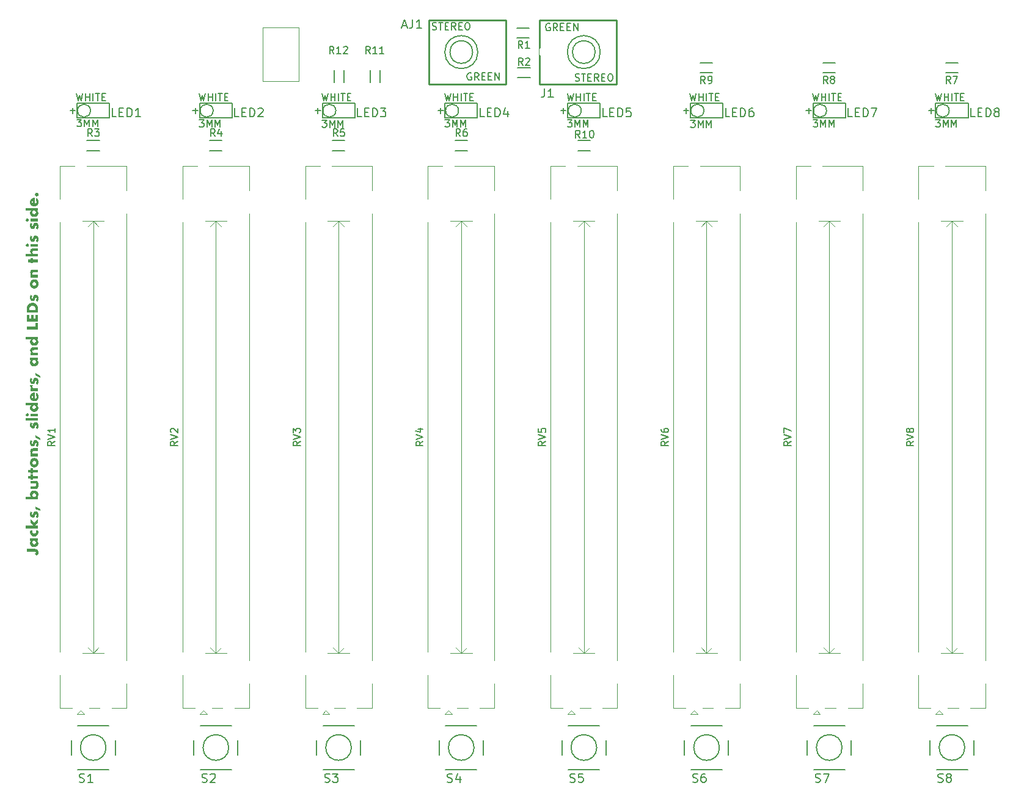
<source format=gto>
G04 #@! TF.GenerationSoftware,KiCad,Pcbnew,7.0.8*
G04 #@! TF.CreationDate,2024-09-22T21:35:00-04:00*
G04 #@! TF.ProjectId,lichen-freddie-board,6c696368-656e-42d6-9672-65646469652d,1.0*
G04 #@! TF.SameCoordinates,Original*
G04 #@! TF.FileFunction,Legend,Top*
G04 #@! TF.FilePolarity,Positive*
%FSLAX46Y46*%
G04 Gerber Fmt 4.6, Leading zero omitted, Abs format (unit mm)*
G04 Created by KiCad (PCBNEW 7.0.8) date 2024-09-22 21:35:00*
%MOMM*%
%LPD*%
G01*
G04 APERTURE LIST*
%ADD10C,0.300000*%
%ADD11C,0.150000*%
%ADD12C,0.152400*%
%ADD13C,0.120000*%
%ADD14C,0.127000*%
%ADD15C,0.203200*%
%ADD16C,0.254000*%
%ADD17R,1.000000X1.000000*%
%ADD18C,2.200000*%
%ADD19R,1.750000X1.750000*%
%ADD20C,1.750000*%
%ADD21C,2.700000*%
%ADD22C,1.371600*%
%ADD23C,2.032000*%
%ADD24R,1.700000X1.700000*%
%ADD25O,1.700000X1.700000*%
%ADD26C,1.930400*%
%ADD27C,1.700000*%
%ADD28C,2.082800*%
G04 APERTURE END LIST*
D10*
G36*
X102230582Y-185039542D02*
G01*
X103338468Y-185039542D01*
X103355796Y-185039657D01*
X103372792Y-185040000D01*
X103389455Y-185040573D01*
X103405787Y-185041374D01*
X103421787Y-185042405D01*
X103437455Y-185043664D01*
X103452791Y-185045152D01*
X103467794Y-185046870D01*
X103485816Y-185049383D01*
X103503014Y-185052344D01*
X103519389Y-185055752D01*
X103534942Y-185059607D01*
X103549672Y-185063909D01*
X103563579Y-185068658D01*
X103568911Y-185070683D01*
X103585678Y-185077684D01*
X103602090Y-185085315D01*
X103618147Y-185093575D01*
X103633849Y-185102465D01*
X103649196Y-185111985D01*
X103664188Y-185122135D01*
X103678826Y-185132914D01*
X103693108Y-185144323D01*
X103706858Y-185156207D01*
X103720082Y-185168594D01*
X103732779Y-185181486D01*
X103744949Y-185194881D01*
X103756592Y-185208780D01*
X103767709Y-185223183D01*
X103778300Y-185238089D01*
X103788363Y-185253499D01*
X103797894Y-185269281D01*
X103806887Y-185285487D01*
X103815342Y-185302117D01*
X103823259Y-185319170D01*
X103830638Y-185336647D01*
X103837479Y-185354547D01*
X103843781Y-185372871D01*
X103848155Y-185386892D01*
X103849546Y-185391618D01*
X103853540Y-185405837D01*
X103857141Y-185420191D01*
X103860349Y-185434680D01*
X103863164Y-185449304D01*
X103865587Y-185464063D01*
X103867617Y-185478958D01*
X103869253Y-185493988D01*
X103870497Y-185509153D01*
X103871349Y-185524453D01*
X103871807Y-185539889D01*
X103871894Y-185550254D01*
X103871667Y-185565871D01*
X103870987Y-185581305D01*
X103869853Y-185596557D01*
X103868265Y-185611626D01*
X103866223Y-185626513D01*
X103863728Y-185641217D01*
X103860779Y-185655739D01*
X103857377Y-185670078D01*
X103853521Y-185684235D01*
X103844448Y-185712002D01*
X103833560Y-185739038D01*
X103820857Y-185765345D01*
X103813825Y-185778224D01*
X103806340Y-185790922D01*
X103798401Y-185803436D01*
X103790008Y-185815768D01*
X103781162Y-185827918D01*
X103771862Y-185839886D01*
X103762108Y-185851670D01*
X103751901Y-185863273D01*
X103741239Y-185874693D01*
X103730125Y-185885930D01*
X103718556Y-185896985D01*
X103706534Y-185907858D01*
X103694059Y-185918548D01*
X103681129Y-185929055D01*
X103667746Y-185939380D01*
X103653910Y-185949523D01*
X103639619Y-185959483D01*
X103363014Y-185690572D01*
X103380594Y-185687612D01*
X103397246Y-185683863D01*
X103412971Y-185679323D01*
X103427769Y-185673994D01*
X103441639Y-185667874D01*
X103454582Y-185660965D01*
X103469457Y-185651217D01*
X103477686Y-185644776D01*
X103489929Y-185633145D01*
X103500097Y-185620691D01*
X103508190Y-185607413D01*
X103514208Y-185593313D01*
X103518151Y-185578391D01*
X103520018Y-185562645D01*
X103520184Y-185556116D01*
X103518562Y-185535492D01*
X103513693Y-185516896D01*
X103505579Y-185500330D01*
X103494218Y-185485791D01*
X103479612Y-185473282D01*
X103461761Y-185462800D01*
X103448056Y-185456940D01*
X103432910Y-185451981D01*
X103416320Y-185447924D01*
X103398288Y-185444768D01*
X103378814Y-185442514D01*
X103357897Y-185441162D01*
X103335537Y-185440711D01*
X102230582Y-185440711D01*
X102230582Y-185039542D01*
G37*
G36*
X103801552Y-183906378D02*
G01*
X103684682Y-183906378D01*
X103704513Y-183921825D01*
X103723064Y-183937942D01*
X103740336Y-183954729D01*
X103756329Y-183972186D01*
X103771042Y-183990312D01*
X103784476Y-184009109D01*
X103796631Y-184028575D01*
X103807506Y-184048710D01*
X103817101Y-184069516D01*
X103825417Y-184090991D01*
X103832454Y-184113136D01*
X103838212Y-184135951D01*
X103842689Y-184159435D01*
X103845888Y-184183590D01*
X103847807Y-184208414D01*
X103848447Y-184233907D01*
X103848067Y-184255653D01*
X103846927Y-184277064D01*
X103845027Y-184298140D01*
X103842367Y-184318881D01*
X103838948Y-184339287D01*
X103834768Y-184359359D01*
X103829829Y-184379095D01*
X103824129Y-184398497D01*
X103817670Y-184417563D01*
X103810451Y-184436295D01*
X103805216Y-184448597D01*
X103796801Y-184466722D01*
X103787768Y-184484416D01*
X103778116Y-184501679D01*
X103767847Y-184518509D01*
X103756959Y-184534909D01*
X103745453Y-184550877D01*
X103733328Y-184566413D01*
X103720586Y-184581518D01*
X103707225Y-184596192D01*
X103693246Y-184610434D01*
X103683583Y-184619689D01*
X103668576Y-184633076D01*
X103653092Y-184645895D01*
X103637131Y-184658149D01*
X103620694Y-184669835D01*
X103603781Y-184680955D01*
X103586390Y-184691508D01*
X103568524Y-184701494D01*
X103550181Y-184710914D01*
X103531361Y-184719767D01*
X103512064Y-184728053D01*
X103498935Y-184733262D01*
X103478912Y-184740529D01*
X103458548Y-184747082D01*
X103437842Y-184752920D01*
X103416795Y-184758043D01*
X103395407Y-184762451D01*
X103380958Y-184764993D01*
X103366358Y-184767217D01*
X103351606Y-184769123D01*
X103336703Y-184770712D01*
X103321648Y-184771982D01*
X103306441Y-184772935D01*
X103291082Y-184773571D01*
X103275572Y-184773889D01*
X103267759Y-184773928D01*
X103246018Y-184773581D01*
X103224483Y-184772537D01*
X103203153Y-184770798D01*
X103182030Y-184768364D01*
X103161113Y-184765234D01*
X103140402Y-184761409D01*
X103119897Y-184756888D01*
X103099598Y-184751672D01*
X103079505Y-184745760D01*
X103059619Y-184739152D01*
X103046475Y-184734361D01*
X103027061Y-184726603D01*
X103008110Y-184718304D01*
X102989623Y-184709464D01*
X102971600Y-184700083D01*
X102954040Y-184690161D01*
X102936944Y-184679698D01*
X102920312Y-184668694D01*
X102904143Y-184657150D01*
X102888438Y-184645064D01*
X102873197Y-184632437D01*
X102863293Y-184623719D01*
X102848817Y-184610223D01*
X102834927Y-184596250D01*
X102821623Y-184581801D01*
X102808905Y-184566875D01*
X102796773Y-184551473D01*
X102785228Y-184535594D01*
X102774268Y-184519239D01*
X102763894Y-184502407D01*
X102754106Y-184485098D01*
X102744905Y-184467313D01*
X102739096Y-184455191D01*
X102730977Y-184436598D01*
X102723657Y-184417638D01*
X102717135Y-184398310D01*
X102711412Y-184378616D01*
X102706488Y-184358554D01*
X102702362Y-184338125D01*
X102699035Y-184317329D01*
X102696506Y-184296166D01*
X102694776Y-184274636D01*
X102693844Y-184252739D01*
X102693667Y-184237937D01*
X102694215Y-184213201D01*
X102695859Y-184188999D01*
X102698600Y-184165333D01*
X102702436Y-184142202D01*
X102704411Y-184133157D01*
X103027791Y-184133157D01*
X103028256Y-184148910D01*
X103029651Y-184164341D01*
X103031977Y-184179450D01*
X103035233Y-184194237D01*
X103039419Y-184208702D01*
X103044535Y-184222845D01*
X103046842Y-184228412D01*
X103053038Y-184241855D01*
X103061419Y-184257208D01*
X103070830Y-184271711D01*
X103081271Y-184285364D01*
X103092743Y-184298167D01*
X103098866Y-184304249D01*
X103111703Y-184315614D01*
X103125209Y-184326077D01*
X103139386Y-184335638D01*
X103154232Y-184344298D01*
X103169748Y-184352056D01*
X103175069Y-184354441D01*
X103191289Y-184360667D01*
X103208076Y-184365604D01*
X103222498Y-184368734D01*
X103237314Y-184370971D01*
X103252523Y-184372312D01*
X103268126Y-184372759D01*
X103284213Y-184372312D01*
X103299961Y-184370971D01*
X103315369Y-184368734D01*
X103330436Y-184365604D01*
X103345164Y-184361579D01*
X103359552Y-184356659D01*
X103365212Y-184354441D01*
X103379008Y-184348289D01*
X103392232Y-184341511D01*
X103404883Y-184334107D01*
X103419308Y-184324395D01*
X103432910Y-184313782D01*
X103443614Y-184304249D01*
X103455601Y-184291872D01*
X103466558Y-184278644D01*
X103476484Y-184264566D01*
X103485380Y-184249638D01*
X103492006Y-184236549D01*
X103495638Y-184228412D01*
X103501021Y-184214398D01*
X103505491Y-184200062D01*
X103509049Y-184185403D01*
X103511695Y-184170423D01*
X103513429Y-184155121D01*
X103514250Y-184139497D01*
X103514323Y-184133157D01*
X103513866Y-184117844D01*
X103512498Y-184102818D01*
X103510217Y-184088077D01*
X103507024Y-184073623D01*
X103502918Y-184059455D01*
X103497901Y-184045573D01*
X103495638Y-184040101D01*
X103489441Y-184026657D01*
X103481061Y-184011304D01*
X103471650Y-183996801D01*
X103461208Y-183983149D01*
X103449737Y-183970346D01*
X103443614Y-183964263D01*
X103430739Y-183952749D01*
X103417116Y-183942110D01*
X103402746Y-183932347D01*
X103387629Y-183923459D01*
X103374461Y-183916723D01*
X103366311Y-183912972D01*
X103352421Y-183907378D01*
X103338226Y-183902733D01*
X103323727Y-183899035D01*
X103308924Y-183896286D01*
X103293817Y-183894484D01*
X103278405Y-183893631D01*
X103272156Y-183893555D01*
X103256605Y-183894029D01*
X103241323Y-183895451D01*
X103226308Y-183897821D01*
X103211563Y-183901140D01*
X103197085Y-183905406D01*
X103182876Y-183910621D01*
X103177267Y-183912972D01*
X103163472Y-183919344D01*
X103150248Y-183926325D01*
X103137597Y-183933913D01*
X103123171Y-183943822D01*
X103109570Y-183954607D01*
X103098866Y-183964263D01*
X103086879Y-183976641D01*
X103075922Y-183989869D01*
X103065996Y-184003947D01*
X103057100Y-184018874D01*
X103050474Y-184031964D01*
X103046842Y-184040101D01*
X103041353Y-184053868D01*
X103036795Y-184067921D01*
X103033168Y-184082261D01*
X103030470Y-184096887D01*
X103028702Y-184111799D01*
X103027865Y-184126998D01*
X103027791Y-184133157D01*
X102704411Y-184133157D01*
X102707370Y-184119606D01*
X102713399Y-184097545D01*
X102720524Y-184076020D01*
X102728746Y-184055030D01*
X102738064Y-184034575D01*
X102748478Y-184014656D01*
X102759989Y-183995271D01*
X102772595Y-183976422D01*
X102786298Y-183958108D01*
X102801097Y-183940329D01*
X102816993Y-183923086D01*
X102833984Y-183906378D01*
X102722976Y-183906378D01*
X102722976Y-183531221D01*
X103801552Y-183531221D01*
X103801552Y-183906378D01*
G37*
G36*
X103094469Y-182446782D02*
G01*
X103086395Y-182459016D01*
X103075260Y-182477387D01*
X103065297Y-182495784D01*
X103056507Y-182514206D01*
X103048888Y-182532655D01*
X103042442Y-182551129D01*
X103037167Y-182569629D01*
X103033065Y-182588155D01*
X103030135Y-182606706D01*
X103028377Y-182625283D01*
X103027791Y-182643886D01*
X103028256Y-182660652D01*
X103029651Y-182677060D01*
X103031977Y-182693109D01*
X103035233Y-182708802D01*
X103039419Y-182724136D01*
X103044535Y-182739113D01*
X103046842Y-182745003D01*
X103053065Y-182759266D01*
X103060058Y-182772974D01*
X103067820Y-182786128D01*
X103076351Y-182798727D01*
X103085652Y-182810771D01*
X103095721Y-182822261D01*
X103099965Y-182826702D01*
X103111040Y-182837317D01*
X103122741Y-182847181D01*
X103135068Y-182856294D01*
X103148021Y-182864655D01*
X103161601Y-182872265D01*
X103175806Y-182879124D01*
X103181664Y-182881657D01*
X103196587Y-182887356D01*
X103212046Y-182892090D01*
X103228043Y-182895857D01*
X103244575Y-182898658D01*
X103261645Y-182900494D01*
X103279251Y-182901363D01*
X103286444Y-182901441D01*
X103303852Y-182900958D01*
X103320812Y-182899509D01*
X103337325Y-182897094D01*
X103353391Y-182893713D01*
X103369010Y-182889366D01*
X103384182Y-182884053D01*
X103390125Y-182881657D01*
X103404476Y-182875126D01*
X103418218Y-182867897D01*
X103431352Y-182859970D01*
X103443878Y-182851346D01*
X103455795Y-182842024D01*
X103467105Y-182832004D01*
X103471458Y-182827801D01*
X103481844Y-182816823D01*
X103491479Y-182805183D01*
X103500363Y-182792880D01*
X103508495Y-182779916D01*
X103515876Y-182766290D01*
X103522506Y-182752003D01*
X103524947Y-182746102D01*
X103530330Y-182730952D01*
X103534800Y-182715498D01*
X103538358Y-182699739D01*
X103541004Y-182683677D01*
X103542738Y-182667311D01*
X103543559Y-182650640D01*
X103543632Y-182643886D01*
X103542988Y-182624225D01*
X103541056Y-182604809D01*
X103537836Y-182585637D01*
X103533328Y-182566710D01*
X103527532Y-182548027D01*
X103520448Y-182529589D01*
X103512076Y-182511396D01*
X103502416Y-182493448D01*
X103491468Y-182475745D01*
X103479232Y-182458286D01*
X103470359Y-182446782D01*
X103788729Y-182446782D01*
X103795961Y-182464355D01*
X103802726Y-182481810D01*
X103809024Y-182499148D01*
X103814856Y-182516369D01*
X103820221Y-182533472D01*
X103825120Y-182550458D01*
X103829552Y-182567326D01*
X103833517Y-182584077D01*
X103837017Y-182600711D01*
X103840049Y-182617228D01*
X103842615Y-182633627D01*
X103844714Y-182649909D01*
X103846347Y-182666073D01*
X103847514Y-182682120D01*
X103848214Y-182698050D01*
X103848447Y-182713862D01*
X103848291Y-182728518D01*
X103847472Y-182750336D01*
X103845951Y-182771954D01*
X103843728Y-182793372D01*
X103840803Y-182814591D01*
X103837176Y-182835610D01*
X103832848Y-182856429D01*
X103827817Y-182877049D01*
X103822084Y-182897469D01*
X103815650Y-182917690D01*
X103808513Y-182937711D01*
X103800720Y-182957413D01*
X103792314Y-182976677D01*
X103783297Y-182995503D01*
X103773668Y-183013891D01*
X103763428Y-183031842D01*
X103752575Y-183049354D01*
X103741111Y-183066429D01*
X103729035Y-183083066D01*
X103716347Y-183099264D01*
X103703047Y-183115025D01*
X103693841Y-183125289D01*
X103679501Y-183140184D01*
X103664646Y-183154505D01*
X103649276Y-183168254D01*
X103633391Y-183181429D01*
X103616990Y-183194031D01*
X103600075Y-183206060D01*
X103582644Y-183217515D01*
X103564698Y-183228398D01*
X103546236Y-183238707D01*
X103527260Y-183248443D01*
X103514323Y-183254616D01*
X103494532Y-183263193D01*
X103474317Y-183270926D01*
X103453677Y-183277816D01*
X103432612Y-183283862D01*
X103418332Y-183287424D01*
X103403864Y-183290611D01*
X103389206Y-183293423D01*
X103374360Y-183295860D01*
X103359325Y-183297923D01*
X103344101Y-183299610D01*
X103328688Y-183300922D01*
X103313086Y-183301860D01*
X103297295Y-183302422D01*
X103281315Y-183302609D01*
X103265371Y-183302429D01*
X103249596Y-183301888D01*
X103233990Y-183300987D01*
X103218552Y-183299724D01*
X103203284Y-183298101D01*
X103188184Y-183296118D01*
X103173253Y-183293774D01*
X103158491Y-183291069D01*
X103143898Y-183288003D01*
X103129474Y-183284577D01*
X103115219Y-183280791D01*
X103101132Y-183276643D01*
X103080319Y-183269746D01*
X103059886Y-183262037D01*
X103046475Y-183256448D01*
X103026746Y-183247496D01*
X103007539Y-183237952D01*
X102988854Y-183227815D01*
X102970690Y-183217086D01*
X102953047Y-183205765D01*
X102935926Y-183193851D01*
X102919327Y-183181344D01*
X102903250Y-183168245D01*
X102887694Y-183154554D01*
X102872660Y-183140270D01*
X102862927Y-183130418D01*
X102848798Y-183115110D01*
X102835261Y-183099274D01*
X102822316Y-183082910D01*
X102809964Y-183066018D01*
X102798205Y-183048598D01*
X102787038Y-183030650D01*
X102776464Y-183012173D01*
X102766482Y-182993169D01*
X102757092Y-182973636D01*
X102748295Y-182953576D01*
X102742759Y-182939909D01*
X102737524Y-182926063D01*
X102732627Y-182912094D01*
X102728068Y-182898002D01*
X102723846Y-182883786D01*
X102719962Y-182869448D01*
X102716416Y-182854987D01*
X102713207Y-182840402D01*
X102710336Y-182825695D01*
X102707803Y-182810864D01*
X102705608Y-182795910D01*
X102703750Y-182780834D01*
X102702230Y-182765634D01*
X102701048Y-182750311D01*
X102700204Y-182734865D01*
X102699697Y-182719296D01*
X102699528Y-182703604D01*
X102699767Y-182686286D01*
X102700484Y-182669137D01*
X102701679Y-182652157D01*
X102703352Y-182635346D01*
X102705503Y-182618703D01*
X102708132Y-182602230D01*
X102711239Y-182585925D01*
X102714824Y-182569789D01*
X102718887Y-182553822D01*
X102723428Y-182538024D01*
X102728447Y-182522395D01*
X102733944Y-182506935D01*
X102739919Y-182491643D01*
X102746372Y-182476521D01*
X102753302Y-182461567D01*
X102760711Y-182446782D01*
X103094469Y-182446782D01*
G37*
G36*
X102066451Y-181799050D02*
G01*
X103135502Y-181799050D01*
X102746423Y-181400080D01*
X102746423Y-180879476D01*
X103244678Y-181419131D01*
X103825000Y-180847969D01*
X103825000Y-181381029D01*
X103385729Y-181799050D01*
X103825000Y-181799050D01*
X103825000Y-182174207D01*
X102066451Y-182174207D01*
X102066451Y-181799050D01*
G37*
G36*
X103012770Y-179975289D02*
G01*
X103006071Y-179988600D01*
X102999804Y-180001879D01*
X102991214Y-180021739D01*
X102983597Y-180041528D01*
X102976952Y-180061246D01*
X102971279Y-180080894D01*
X102966579Y-180100470D01*
X102962851Y-180119976D01*
X102960096Y-180139411D01*
X102958313Y-180158775D01*
X102957503Y-180178068D01*
X102957449Y-180184483D01*
X102957977Y-180200803D01*
X102959560Y-180216103D01*
X102962853Y-180233118D01*
X102967666Y-180248664D01*
X102973998Y-180262742D01*
X102979064Y-180271311D01*
X102989222Y-180284159D01*
X103000783Y-180293851D01*
X103015712Y-180301064D01*
X103030278Y-180303994D01*
X103036950Y-180304284D01*
X103052538Y-180303302D01*
X103066917Y-180299776D01*
X103068457Y-180299155D01*
X103080603Y-180289983D01*
X103089473Y-180277946D01*
X103090806Y-180275708D01*
X103097893Y-180261123D01*
X103103371Y-180246227D01*
X103107996Y-180230748D01*
X103110223Y-180222219D01*
X103114120Y-180205762D01*
X103117795Y-180189954D01*
X103121094Y-180175580D01*
X103124607Y-180160115D01*
X103128335Y-180143559D01*
X103131472Y-180129528D01*
X103135699Y-180109878D01*
X103140322Y-180090860D01*
X103145339Y-180072474D01*
X103150752Y-180054721D01*
X103156559Y-180037601D01*
X103162762Y-180021113D01*
X103169359Y-180005258D01*
X103176352Y-179990035D01*
X103183739Y-179975445D01*
X103191521Y-179961487D01*
X103199699Y-179948162D01*
X103208271Y-179935470D01*
X103217238Y-179923410D01*
X103226601Y-179911983D01*
X103241385Y-179896027D01*
X103246510Y-179891025D01*
X103262372Y-179876883D01*
X103279045Y-179864132D01*
X103296530Y-179852772D01*
X103314826Y-179842803D01*
X103333933Y-179834225D01*
X103353852Y-179827038D01*
X103374583Y-179821242D01*
X103396124Y-179816837D01*
X103410936Y-179814673D01*
X103426109Y-179813127D01*
X103441642Y-179812200D01*
X103457536Y-179811891D01*
X103475501Y-179812226D01*
X103493124Y-179813230D01*
X103510405Y-179814905D01*
X103527346Y-179817249D01*
X103543945Y-179820263D01*
X103560203Y-179823946D01*
X103576119Y-179828300D01*
X103591694Y-179833323D01*
X103606928Y-179839016D01*
X103621820Y-179845379D01*
X103631559Y-179849993D01*
X103645838Y-179857397D01*
X103659685Y-179865324D01*
X103673100Y-179873772D01*
X103686084Y-179882742D01*
X103698637Y-179892234D01*
X103710758Y-179902247D01*
X103722448Y-179912781D01*
X103733706Y-179923838D01*
X103744533Y-179935416D01*
X103754928Y-179947516D01*
X103761618Y-179955872D01*
X103771236Y-179968822D01*
X103780440Y-179982254D01*
X103789233Y-179996170D01*
X103797614Y-180010569D01*
X103805582Y-180025451D01*
X103813138Y-180040815D01*
X103820283Y-180056663D01*
X103827015Y-180072994D01*
X103833334Y-180089808D01*
X103839242Y-180107104D01*
X103842951Y-180118904D01*
X103848124Y-180136866D01*
X103852787Y-180155170D01*
X103856942Y-180173815D01*
X103860588Y-180192801D01*
X103863726Y-180212128D01*
X103866354Y-180231797D01*
X103868474Y-180251807D01*
X103870085Y-180272159D01*
X103871188Y-180292851D01*
X103871781Y-180313886D01*
X103871894Y-180328098D01*
X103871413Y-180355551D01*
X103869971Y-180382955D01*
X103867566Y-180410311D01*
X103864200Y-180437618D01*
X103859873Y-180464876D01*
X103854583Y-180492086D01*
X103848332Y-180519247D01*
X103841120Y-180546359D01*
X103832945Y-180573423D01*
X103823809Y-180600438D01*
X103813711Y-180627405D01*
X103802651Y-180654322D01*
X103796761Y-180667763D01*
X103790630Y-180681191D01*
X103784259Y-180694608D01*
X103777647Y-180708012D01*
X103770795Y-180721404D01*
X103763702Y-180734784D01*
X103756369Y-180748151D01*
X103748796Y-180761507D01*
X103477320Y-180623021D01*
X103491028Y-180602480D01*
X103503853Y-180582074D01*
X103515792Y-180561803D01*
X103526848Y-180541665D01*
X103537019Y-180521663D01*
X103546305Y-180501795D01*
X103554707Y-180482061D01*
X103562225Y-180462462D01*
X103568858Y-180442997D01*
X103574607Y-180423667D01*
X103579471Y-180404472D01*
X103583451Y-180385411D01*
X103586546Y-180366485D01*
X103588758Y-180347693D01*
X103590084Y-180329035D01*
X103590526Y-180310512D01*
X103589954Y-180294051D01*
X103588237Y-180278556D01*
X103585374Y-180264026D01*
X103580428Y-180247866D01*
X103573834Y-180233097D01*
X103567079Y-180221852D01*
X103557711Y-180210024D01*
X103545675Y-180199318D01*
X103532446Y-180191942D01*
X103518026Y-180187897D01*
X103506995Y-180187048D01*
X103491917Y-180187820D01*
X103477191Y-180190676D01*
X103471824Y-180192543D01*
X103458452Y-180200695D01*
X103448396Y-180211769D01*
X103446179Y-180214891D01*
X103438170Y-180228678D01*
X103432068Y-180242855D01*
X103426985Y-180257647D01*
X103424563Y-180265816D01*
X103420343Y-180281526D01*
X103416643Y-180296527D01*
X103412864Y-180312945D01*
X103409657Y-180327709D01*
X103406396Y-180343456D01*
X103404413Y-180353377D01*
X103399653Y-180375621D01*
X103394625Y-180397014D01*
X103389327Y-180417558D01*
X103383760Y-180437252D01*
X103377923Y-180456095D01*
X103371818Y-180474088D01*
X103365444Y-180491232D01*
X103358801Y-180507525D01*
X103351889Y-180522968D01*
X103344707Y-180537561D01*
X103337257Y-180551304D01*
X103329538Y-180564197D01*
X103317454Y-180581942D01*
X103304765Y-180597775D01*
X103295969Y-180607267D01*
X103282088Y-180620166D01*
X103267234Y-180631795D01*
X103251408Y-180642156D01*
X103234609Y-180651248D01*
X103216838Y-180659072D01*
X103198094Y-180665627D01*
X103178378Y-180670913D01*
X103157690Y-180674930D01*
X103136029Y-180677679D01*
X103121048Y-180678807D01*
X103105635Y-180679371D01*
X103097766Y-180679441D01*
X103080620Y-180679145D01*
X103063802Y-180678256D01*
X103047312Y-180676775D01*
X103031151Y-180674701D01*
X103015318Y-180672035D01*
X102999814Y-180668777D01*
X102984638Y-180664925D01*
X102969791Y-180660482D01*
X102955272Y-180655446D01*
X102941081Y-180649817D01*
X102931803Y-180645736D01*
X102918127Y-180639090D01*
X102904850Y-180631928D01*
X102891972Y-180624252D01*
X102879493Y-180616060D01*
X102867414Y-180607353D01*
X102855734Y-180598131D01*
X102844453Y-180588394D01*
X102833572Y-180578142D01*
X102823090Y-180567374D01*
X102813007Y-180556091D01*
X102806507Y-180548283D01*
X102797096Y-180536102D01*
X102788097Y-180523463D01*
X102779510Y-180510367D01*
X102771336Y-180496814D01*
X102763574Y-180482804D01*
X102756223Y-180468337D01*
X102749285Y-180453412D01*
X102742759Y-180438030D01*
X102736646Y-180422191D01*
X102730944Y-180405894D01*
X102727372Y-180394776D01*
X102722396Y-180377701D01*
X102717910Y-180360271D01*
X102713913Y-180342487D01*
X102710405Y-180324348D01*
X102707387Y-180305856D01*
X102704858Y-180287009D01*
X102702819Y-180267808D01*
X102701269Y-180248253D01*
X102700208Y-180228344D01*
X102699637Y-180208081D01*
X102699528Y-180194375D01*
X102699795Y-180171929D01*
X102700593Y-180149564D01*
X102701924Y-180127279D01*
X102703787Y-180105074D01*
X102706183Y-180082949D01*
X102709111Y-180060904D01*
X102712572Y-180038939D01*
X102716564Y-180017055D01*
X102721090Y-179995250D01*
X102726147Y-179973526D01*
X102731737Y-179951882D01*
X102737859Y-179930318D01*
X102744514Y-179908834D01*
X102751701Y-179887430D01*
X102759420Y-179866107D01*
X102767672Y-179844863D01*
X103012770Y-179975289D01*
G37*
G36*
X103426395Y-179504145D02*
G01*
X103426395Y-179146939D01*
X104129815Y-179533454D01*
X104129815Y-179777086D01*
X103426395Y-179504145D01*
G37*
G36*
X103282815Y-176917776D02*
G01*
X103297756Y-176918265D01*
X103312582Y-176919081D01*
X103327294Y-176920223D01*
X103341891Y-176921692D01*
X103363572Y-176924506D01*
X103384996Y-176928054D01*
X103406162Y-176932337D01*
X103427071Y-176937354D01*
X103447722Y-176943105D01*
X103468115Y-176949590D01*
X103488251Y-176956809D01*
X103494905Y-176959378D01*
X103514516Y-176967437D01*
X103533644Y-176976088D01*
X103552289Y-176985332D01*
X103570451Y-176995168D01*
X103588130Y-177005596D01*
X103605325Y-177016617D01*
X103622038Y-177028231D01*
X103638268Y-177040437D01*
X103654015Y-177053235D01*
X103669279Y-177066626D01*
X103679187Y-177075882D01*
X103693597Y-177090131D01*
X103707428Y-177104849D01*
X103720679Y-177120038D01*
X103733351Y-177135697D01*
X103745443Y-177151826D01*
X103756956Y-177168425D01*
X103767889Y-177185494D01*
X103778242Y-177203034D01*
X103788016Y-177221043D01*
X103797210Y-177239523D01*
X103803018Y-177252103D01*
X103811136Y-177271270D01*
X103818456Y-177290713D01*
X103824978Y-177310434D01*
X103830701Y-177330431D01*
X103835625Y-177350705D01*
X103839751Y-177371256D01*
X103843079Y-177392084D01*
X103845607Y-177413189D01*
X103847338Y-177434571D01*
X103848269Y-177456230D01*
X103848447Y-177470823D01*
X103847861Y-177497215D01*
X103846106Y-177522904D01*
X103843179Y-177547888D01*
X103839082Y-177572168D01*
X103833814Y-177595745D01*
X103827375Y-177618617D01*
X103819766Y-177640784D01*
X103810986Y-177662248D01*
X103801036Y-177683008D01*
X103789914Y-177703064D01*
X103777623Y-177722415D01*
X103764160Y-177741062D01*
X103749527Y-177759006D01*
X103733723Y-177776245D01*
X103716749Y-177792780D01*
X103698604Y-177808611D01*
X103825000Y-177808611D01*
X103825000Y-178183768D01*
X102066451Y-178183768D01*
X102066451Y-177808611D01*
X102837281Y-177808611D01*
X102819891Y-177791261D01*
X102803622Y-177773377D01*
X102788475Y-177754957D01*
X102774450Y-177736002D01*
X102761547Y-177716512D01*
X102749766Y-177696486D01*
X102739107Y-177675925D01*
X102729570Y-177654829D01*
X102721155Y-177633198D01*
X102713862Y-177611032D01*
X102707692Y-177588330D01*
X102703733Y-177570108D01*
X103027791Y-177570108D01*
X103028256Y-177585993D01*
X103029651Y-177601592D01*
X103031977Y-177616905D01*
X103035233Y-177631932D01*
X103039419Y-177646672D01*
X103044535Y-177661126D01*
X103046842Y-177666828D01*
X103053038Y-177680624D01*
X103059951Y-177693847D01*
X103067579Y-177706498D01*
X103075922Y-177718577D01*
X103086879Y-177732315D01*
X103096796Y-177743135D01*
X103098866Y-177745230D01*
X103109570Y-177755335D01*
X103120847Y-177764815D01*
X103132697Y-177773668D01*
X103145119Y-177781895D01*
X103158113Y-177789496D01*
X103171680Y-177796471D01*
X103177267Y-177799085D01*
X103191369Y-177804890D01*
X103205739Y-177809711D01*
X103220378Y-177813548D01*
X103235285Y-177816402D01*
X103250460Y-177818271D01*
X103265903Y-177819157D01*
X103272156Y-177819235D01*
X103287689Y-177818770D01*
X103302918Y-177817375D01*
X103317842Y-177815049D01*
X103332463Y-177811794D01*
X103346779Y-177807608D01*
X103360792Y-177802491D01*
X103366311Y-177800184D01*
X103379764Y-177793750D01*
X103392644Y-177786582D01*
X103407344Y-177777012D01*
X103421220Y-177766386D01*
X103434272Y-177754704D01*
X103442515Y-177746329D01*
X103452286Y-177735281D01*
X103461449Y-177723660D01*
X103470003Y-177711467D01*
X103477949Y-177698702D01*
X103485288Y-177685364D01*
X103492017Y-177671453D01*
X103494539Y-177665729D01*
X103500238Y-177651169D01*
X103504972Y-177636341D01*
X103508739Y-177621244D01*
X103511541Y-177605880D01*
X103513376Y-177590247D01*
X103514245Y-177574345D01*
X103514323Y-177567909D01*
X103513866Y-177552033D01*
X103512498Y-177536461D01*
X103510217Y-177521193D01*
X103507024Y-177506229D01*
X103502918Y-177491569D01*
X103497901Y-177477213D01*
X103495638Y-177471556D01*
X103489441Y-177457654D01*
X103482529Y-177444343D01*
X103474901Y-177431622D01*
X103466558Y-177419492D01*
X103457499Y-177407952D01*
X103447724Y-177397002D01*
X103443614Y-177392787D01*
X103432936Y-177382691D01*
X103419438Y-177371425D01*
X103407619Y-177362745D01*
X103395281Y-177354710D01*
X103382424Y-177347318D01*
X103369049Y-177340570D01*
X103366311Y-177339298D01*
X103352465Y-177333388D01*
X103338405Y-177328479D01*
X103324129Y-177324572D01*
X103309639Y-177321667D01*
X103294935Y-177319764D01*
X103280015Y-177318862D01*
X103273988Y-177318782D01*
X103258533Y-177319256D01*
X103243312Y-177320678D01*
X103228323Y-177323048D01*
X103213566Y-177326367D01*
X103199042Y-177330633D01*
X103184751Y-177335848D01*
X103179099Y-177338199D01*
X103165312Y-177344528D01*
X103152116Y-177351609D01*
X103139509Y-177359440D01*
X103127493Y-177368023D01*
X103116068Y-177377358D01*
X103105233Y-177387444D01*
X103101064Y-177391688D01*
X103090976Y-177402719D01*
X103081551Y-177414285D01*
X103072787Y-177426389D01*
X103064685Y-177439029D01*
X103057245Y-177452206D01*
X103050467Y-177465920D01*
X103047941Y-177471556D01*
X103042136Y-177485844D01*
X103037315Y-177500543D01*
X103033478Y-177515654D01*
X103030624Y-177531176D01*
X103028755Y-177547109D01*
X103027870Y-177563454D01*
X103027791Y-177570108D01*
X102703733Y-177570108D01*
X102702643Y-177565093D01*
X102698716Y-177541321D01*
X102695911Y-177517013D01*
X102694228Y-177492171D01*
X102693667Y-177466793D01*
X102693844Y-177451625D01*
X102694376Y-177436619D01*
X102695264Y-177421777D01*
X102696506Y-177407098D01*
X102699035Y-177385386D01*
X102702362Y-177364041D01*
X102706488Y-177343062D01*
X102711412Y-177322451D01*
X102717135Y-177302207D01*
X102723657Y-177282330D01*
X102730977Y-177262820D01*
X102739096Y-177243677D01*
X102747897Y-177224913D01*
X102757265Y-177206677D01*
X102767200Y-177188969D01*
X102777701Y-177171790D01*
X102788770Y-177155138D01*
X102800405Y-177139014D01*
X102812606Y-177123419D01*
X102825375Y-177108351D01*
X102838710Y-177093812D01*
X102852611Y-177079801D01*
X102862194Y-177070753D01*
X102876933Y-177057563D01*
X102892162Y-177044920D01*
X102907880Y-177032825D01*
X102924087Y-177021277D01*
X102940784Y-177010276D01*
X102957970Y-176999823D01*
X102975645Y-176989917D01*
X102993811Y-176980559D01*
X103012465Y-176971748D01*
X103031609Y-176963484D01*
X103044644Y-176958279D01*
X103064409Y-176951012D01*
X103084413Y-176944459D01*
X103104655Y-176938621D01*
X103125135Y-176933498D01*
X103145854Y-176929090D01*
X103166810Y-176925397D01*
X103188005Y-176922418D01*
X103209439Y-176920155D01*
X103231110Y-176918606D01*
X103253020Y-176917772D01*
X103267759Y-176917613D01*
X103282815Y-176917776D01*
G37*
G36*
X102746423Y-176337292D02*
G01*
X103364113Y-176337292D01*
X103388691Y-176336515D01*
X103411683Y-176334184D01*
X103433090Y-176330298D01*
X103452911Y-176324858D01*
X103471146Y-176317865D01*
X103487796Y-176309317D01*
X103502859Y-176299214D01*
X103516338Y-176287558D01*
X103528230Y-176274347D01*
X103538537Y-176259583D01*
X103547258Y-176243264D01*
X103554394Y-176225391D01*
X103559944Y-176205963D01*
X103563908Y-176184982D01*
X103566286Y-176162446D01*
X103567079Y-176138356D01*
X103566286Y-176114177D01*
X103563908Y-176091559D01*
X103559944Y-176070500D01*
X103554394Y-176051001D01*
X103547258Y-176033062D01*
X103538537Y-176016683D01*
X103528230Y-176001864D01*
X103516338Y-175988605D01*
X103502859Y-175976905D01*
X103487796Y-175966766D01*
X103471146Y-175958186D01*
X103452911Y-175951167D01*
X103433090Y-175945707D01*
X103411683Y-175941807D01*
X103388691Y-175939468D01*
X103364113Y-175938688D01*
X102746423Y-175938688D01*
X102746423Y-175563531D01*
X103431524Y-175563531D01*
X103458618Y-175564093D01*
X103484853Y-175565780D01*
X103510230Y-175568592D01*
X103534747Y-175572529D01*
X103558407Y-175577591D01*
X103581207Y-175583778D01*
X103603149Y-175591089D01*
X103624232Y-175599526D01*
X103644456Y-175609087D01*
X103663822Y-175619773D01*
X103682329Y-175631584D01*
X103699978Y-175644520D01*
X103716767Y-175658581D01*
X103732699Y-175673766D01*
X103747771Y-175690076D01*
X103761985Y-175707512D01*
X103775294Y-175726066D01*
X103787745Y-175745734D01*
X103799337Y-175766515D01*
X103810070Y-175788410D01*
X103819945Y-175811417D01*
X103828961Y-175835539D01*
X103837118Y-175860774D01*
X103844417Y-175887122D01*
X103850857Y-175914583D01*
X103856438Y-175943158D01*
X103858907Y-175957863D01*
X103861161Y-175972847D01*
X103863200Y-175988108D01*
X103865025Y-176003649D01*
X103866635Y-176019467D01*
X103868030Y-176035564D01*
X103869211Y-176051939D01*
X103870177Y-176068592D01*
X103870928Y-176085524D01*
X103871465Y-176102734D01*
X103871787Y-176120223D01*
X103871894Y-176137990D01*
X103871787Y-176155712D01*
X103871465Y-176173158D01*
X103870928Y-176190328D01*
X103870177Y-176207221D01*
X103869211Y-176223838D01*
X103868030Y-176240180D01*
X103866635Y-176256245D01*
X103865025Y-176272033D01*
X103863200Y-176287546D01*
X103861161Y-176302782D01*
X103858907Y-176317742D01*
X103856438Y-176332426D01*
X103853755Y-176346834D01*
X103847744Y-176374821D01*
X103840875Y-176401703D01*
X103833147Y-176427480D01*
X103824560Y-176452152D01*
X103815115Y-176475720D01*
X103804811Y-176498182D01*
X103793648Y-176519540D01*
X103781627Y-176539793D01*
X103768747Y-176558942D01*
X103761985Y-176568101D01*
X103747771Y-176585581D01*
X103732699Y-176601933D01*
X103716767Y-176617157D01*
X103699978Y-176631253D01*
X103682329Y-176644222D01*
X103663822Y-176656063D01*
X103644456Y-176666776D01*
X103624232Y-176676362D01*
X103603149Y-176684820D01*
X103581207Y-176692150D01*
X103558407Y-176698352D01*
X103534747Y-176703427D01*
X103510230Y-176707374D01*
X103484853Y-176710193D01*
X103458618Y-176711885D01*
X103431524Y-176712449D01*
X102746423Y-176712449D01*
X102746423Y-176337292D01*
G37*
G36*
X103074685Y-174909937D02*
G01*
X103825000Y-174909937D01*
X103825000Y-175285094D01*
X103074685Y-175285094D01*
X103074685Y-175402330D01*
X102746423Y-175402330D01*
X102746423Y-175285094D01*
X102418161Y-175285094D01*
X102418161Y-174909937D01*
X102746423Y-174909937D01*
X102746423Y-174675464D01*
X103074685Y-174675464D01*
X103074685Y-174909937D01*
G37*
G36*
X103074685Y-174070230D02*
G01*
X103825000Y-174070230D01*
X103825000Y-174445387D01*
X103074685Y-174445387D01*
X103074685Y-174562623D01*
X102746423Y-174562623D01*
X102746423Y-174445387D01*
X102418161Y-174445387D01*
X102418161Y-174070230D01*
X102746423Y-174070230D01*
X102746423Y-173835757D01*
X103074685Y-173835757D01*
X103074685Y-174070230D01*
G37*
G36*
X103302935Y-172422150D02*
G01*
X103318884Y-172422730D01*
X103334660Y-172423696D01*
X103350260Y-172425048D01*
X103365686Y-172426787D01*
X103380937Y-172428912D01*
X103396014Y-172431424D01*
X103410916Y-172434322D01*
X103425644Y-172437606D01*
X103440197Y-172441277D01*
X103454575Y-172445334D01*
X103468779Y-172449778D01*
X103482808Y-172454608D01*
X103496663Y-172459824D01*
X103510343Y-172465427D01*
X103523848Y-172471416D01*
X103537152Y-172477742D01*
X103556678Y-172487767D01*
X103575689Y-172498435D01*
X103594184Y-172509748D01*
X103612165Y-172521705D01*
X103629630Y-172534306D01*
X103646580Y-172547551D01*
X103663015Y-172561440D01*
X103678935Y-172575973D01*
X103694339Y-172591150D01*
X103709228Y-172606971D01*
X103723482Y-172623351D01*
X103737118Y-172640343D01*
X103750135Y-172657947D01*
X103758470Y-172670022D01*
X103766530Y-172682370D01*
X103774315Y-172694990D01*
X103781826Y-172707881D01*
X103789061Y-172721044D01*
X103796022Y-172734480D01*
X103802709Y-172748187D01*
X103809120Y-172762166D01*
X103815257Y-172776417D01*
X103821118Y-172790940D01*
X103826705Y-172805735D01*
X103829396Y-172813234D01*
X103834542Y-172828379D01*
X103839356Y-172843682D01*
X103843839Y-172859143D01*
X103847989Y-172874760D01*
X103851807Y-172890535D01*
X103855293Y-172906468D01*
X103858447Y-172922558D01*
X103861270Y-172938805D01*
X103863760Y-172955210D01*
X103865918Y-172971772D01*
X103867744Y-172988492D01*
X103869238Y-173005369D01*
X103870400Y-173022404D01*
X103871230Y-173039596D01*
X103871728Y-173056945D01*
X103871894Y-173074452D01*
X103871728Y-173091681D01*
X103871230Y-173108747D01*
X103870400Y-173125650D01*
X103869238Y-173142389D01*
X103867744Y-173158966D01*
X103865918Y-173175379D01*
X103863760Y-173191630D01*
X103861270Y-173207717D01*
X103858447Y-173223641D01*
X103855293Y-173239401D01*
X103851807Y-173254999D01*
X103847989Y-173270434D01*
X103843839Y-173285705D01*
X103839356Y-173300813D01*
X103834542Y-173315758D01*
X103829396Y-173330540D01*
X103823942Y-173345069D01*
X103818205Y-173359346D01*
X103812184Y-173373371D01*
X103805880Y-173387144D01*
X103799292Y-173400665D01*
X103792422Y-173413934D01*
X103785268Y-173426951D01*
X103777830Y-173439717D01*
X103770109Y-173452231D01*
X103757997Y-173470529D01*
X103745247Y-173488260D01*
X103731859Y-173505425D01*
X103717834Y-173522023D01*
X103708129Y-173532773D01*
X103693028Y-173548388D01*
X103677398Y-173563359D01*
X103661240Y-173577686D01*
X103644554Y-173591369D01*
X103627340Y-173604408D01*
X103609597Y-173616802D01*
X103591327Y-173628553D01*
X103572529Y-173639660D01*
X103553202Y-173650123D01*
X103540025Y-173656740D01*
X103526612Y-173663072D01*
X103519818Y-173666130D01*
X103506029Y-173671942D01*
X103492049Y-173677379D01*
X103477877Y-173682440D01*
X103463512Y-173687127D01*
X103448957Y-173691439D01*
X103434209Y-173695376D01*
X103419270Y-173698938D01*
X103404139Y-173702125D01*
X103388816Y-173704937D01*
X103373301Y-173707375D01*
X103357595Y-173709437D01*
X103341696Y-173711124D01*
X103325606Y-173712436D01*
X103309325Y-173713374D01*
X103292851Y-173713936D01*
X103276186Y-173714124D01*
X103261046Y-173713936D01*
X103246035Y-173713374D01*
X103231153Y-173712436D01*
X103216400Y-173711124D01*
X103201775Y-173709437D01*
X103180080Y-173706203D01*
X103158674Y-173702125D01*
X103137559Y-173697204D01*
X103116733Y-173691439D01*
X103096197Y-173684831D01*
X103075951Y-173677379D01*
X103055994Y-173669083D01*
X103049406Y-173666130D01*
X103029933Y-173656734D01*
X103010942Y-173646681D01*
X102992435Y-173635971D01*
X102974410Y-173624605D01*
X102956869Y-173612581D01*
X102939810Y-173599901D01*
X102923235Y-173586564D01*
X102907143Y-173572570D01*
X102891533Y-173557919D01*
X102876407Y-173542611D01*
X102866591Y-173532041D01*
X102852255Y-173515614D01*
X102838512Y-173498621D01*
X102825362Y-173481062D01*
X102816924Y-173469040D01*
X102808749Y-173456767D01*
X102800838Y-173444242D01*
X102793190Y-173431465D01*
X102785806Y-173418436D01*
X102778685Y-173405156D01*
X102771827Y-173391623D01*
X102765232Y-173377839D01*
X102758901Y-173363802D01*
X102752833Y-173349514D01*
X102747028Y-173334974D01*
X102744225Y-173327609D01*
X102738812Y-173312686D01*
X102733749Y-173297590D01*
X102729035Y-173282323D01*
X102724670Y-173266885D01*
X102720655Y-173251274D01*
X102716988Y-173235492D01*
X102713671Y-173219538D01*
X102710703Y-173203412D01*
X102708084Y-173187114D01*
X102705814Y-173170645D01*
X102703893Y-173154004D01*
X102702322Y-173137192D01*
X102701100Y-173120207D01*
X102700227Y-173103051D01*
X102699703Y-173085723D01*
X102699528Y-173068224D01*
X103033653Y-173068224D01*
X103034127Y-173083783D01*
X103035549Y-173099093D01*
X103037919Y-173114151D01*
X103041238Y-173128960D01*
X103045504Y-173143518D01*
X103050719Y-173157825D01*
X103053070Y-173163478D01*
X103059399Y-173177256D01*
X103066479Y-173190426D01*
X103074311Y-173202988D01*
X103082894Y-173214941D01*
X103092229Y-173226286D01*
X103102314Y-173237023D01*
X103106559Y-173241147D01*
X103117581Y-173250918D01*
X103129121Y-173260081D01*
X103141180Y-173268635D01*
X103153757Y-173276582D01*
X103166854Y-173283920D01*
X103180469Y-173290650D01*
X103186060Y-173293171D01*
X103200294Y-173298871D01*
X103214833Y-173303604D01*
X103229675Y-173307371D01*
X103244822Y-173310173D01*
X103260272Y-173312008D01*
X103276027Y-173312878D01*
X103282414Y-173312955D01*
X103299593Y-173312472D01*
X103316324Y-173311023D01*
X103332608Y-173308608D01*
X103348445Y-173305227D01*
X103363835Y-173300880D01*
X103378778Y-173295567D01*
X103384630Y-173293171D01*
X103398769Y-173286685D01*
X103412336Y-173279590D01*
X103425330Y-173271887D01*
X103437752Y-173263576D01*
X103449602Y-173254656D01*
X103460879Y-173245129D01*
X103465230Y-173241147D01*
X103475616Y-173230654D01*
X103485251Y-173219552D01*
X103494135Y-173207842D01*
X103502267Y-173195524D01*
X103509648Y-173182597D01*
X103516277Y-173169062D01*
X103518719Y-173163478D01*
X103524207Y-173149271D01*
X103528765Y-173134813D01*
X103532393Y-173120105D01*
X103535091Y-173105146D01*
X103536858Y-173089937D01*
X103537695Y-173074477D01*
X103537770Y-173068224D01*
X103537305Y-173052567D01*
X103535909Y-173037197D01*
X103533584Y-173022113D01*
X103530328Y-173007315D01*
X103526142Y-172992804D01*
X103521026Y-172978579D01*
X103518719Y-172972969D01*
X103512390Y-172959200D01*
X103505309Y-172946057D01*
X103497478Y-172933540D01*
X103488895Y-172921649D01*
X103477603Y-172908207D01*
X103467367Y-172897693D01*
X103465230Y-172895666D01*
X103454182Y-172885789D01*
X103442561Y-172876539D01*
X103430368Y-172867915D01*
X103417602Y-172859917D01*
X103404264Y-172852545D01*
X103390354Y-172845799D01*
X103384630Y-172843276D01*
X103369920Y-172837471D01*
X103354870Y-172832650D01*
X103339480Y-172828813D01*
X103323750Y-172825959D01*
X103307681Y-172824090D01*
X103291271Y-172823205D01*
X103284612Y-172823126D01*
X103268709Y-172823618D01*
X103253056Y-172825094D01*
X103237654Y-172827553D01*
X103222502Y-172830997D01*
X103207601Y-172835424D01*
X103192950Y-172840836D01*
X103187159Y-172843276D01*
X103173020Y-172849771D01*
X103159453Y-172856893D01*
X103146459Y-172864641D01*
X103134036Y-172873014D01*
X103122187Y-172882014D01*
X103110910Y-172891640D01*
X103106559Y-172895666D01*
X103096173Y-172906054D01*
X103084701Y-172919346D01*
X103074311Y-172933540D01*
X103066479Y-172946057D01*
X103059399Y-172959200D01*
X103053070Y-172972969D01*
X103047476Y-172987080D01*
X103042830Y-173001477D01*
X103039133Y-173016160D01*
X103036383Y-173031129D01*
X103034582Y-173046385D01*
X103033729Y-173061927D01*
X103033653Y-173068224D01*
X102699528Y-173068224D01*
X102699699Y-173050947D01*
X102700210Y-173033831D01*
X102701061Y-173016875D01*
X102702253Y-173000080D01*
X102703786Y-172983445D01*
X102705659Y-172966970D01*
X102707873Y-172950655D01*
X102710428Y-172934501D01*
X102713323Y-172918506D01*
X102716559Y-172902673D01*
X102720135Y-172886999D01*
X102724052Y-172871486D01*
X102728310Y-172856133D01*
X102732908Y-172840940D01*
X102737846Y-172825908D01*
X102743126Y-172811036D01*
X102748666Y-172796367D01*
X102754477Y-172781944D01*
X102760561Y-172767768D01*
X102766917Y-172753837D01*
X102773544Y-172740153D01*
X102780443Y-172726715D01*
X102787615Y-172713523D01*
X102795058Y-172700577D01*
X102802773Y-172687877D01*
X102810760Y-172675424D01*
X102819019Y-172663216D01*
X102827550Y-172651255D01*
X102840856Y-172633775D01*
X102854774Y-172616848D01*
X102864392Y-172605872D01*
X102879216Y-172589864D01*
X102894562Y-172574539D01*
X102910429Y-172559897D01*
X102926817Y-172545937D01*
X102943728Y-172532660D01*
X102961160Y-172520065D01*
X102979113Y-172508153D01*
X102997589Y-172496924D01*
X103016586Y-172486378D01*
X103036104Y-172476514D01*
X103049406Y-172470317D01*
X103062913Y-172464461D01*
X103076597Y-172458983D01*
X103090459Y-172453882D01*
X103104498Y-172449159D01*
X103118715Y-172444815D01*
X103133109Y-172440848D01*
X103147681Y-172437258D01*
X103162430Y-172434047D01*
X103177356Y-172431213D01*
X103192460Y-172428758D01*
X103207742Y-172426680D01*
X103223200Y-172424979D01*
X103238837Y-172423657D01*
X103254650Y-172422713D01*
X103270642Y-172422146D01*
X103286810Y-172421957D01*
X103302935Y-172422150D01*
G37*
G36*
X102746423Y-172197376D02*
G01*
X102746423Y-171822219D01*
X102883077Y-171822219D01*
X102871459Y-171812593D01*
X102860328Y-171802950D01*
X102844544Y-171788454D01*
X102829854Y-171773919D01*
X102816259Y-171759345D01*
X102803759Y-171744733D01*
X102792354Y-171730082D01*
X102782043Y-171715392D01*
X102772828Y-171700664D01*
X102764707Y-171685897D01*
X102757681Y-171671091D01*
X102755582Y-171666147D01*
X102749755Y-171651006D01*
X102744501Y-171635394D01*
X102739820Y-171619313D01*
X102735713Y-171602761D01*
X102732178Y-171585739D01*
X102729217Y-171568247D01*
X102726829Y-171550284D01*
X102725014Y-171531852D01*
X102723772Y-171512950D01*
X102723103Y-171493577D01*
X102722976Y-171480401D01*
X102723301Y-171459595D01*
X102724277Y-171439357D01*
X102725903Y-171419684D01*
X102728179Y-171400579D01*
X102731106Y-171382041D01*
X102734684Y-171364069D01*
X102738912Y-171346663D01*
X102743790Y-171329825D01*
X102749319Y-171313553D01*
X102755498Y-171297848D01*
X102759979Y-171287693D01*
X102767118Y-171272793D01*
X102774799Y-171258318D01*
X102783021Y-171244268D01*
X102791784Y-171230643D01*
X102801087Y-171217444D01*
X102810932Y-171204669D01*
X102821317Y-171192319D01*
X102832244Y-171180394D01*
X102843711Y-171168895D01*
X102855720Y-171157820D01*
X102864026Y-171150673D01*
X102877873Y-171139682D01*
X102892122Y-171129607D01*
X102906770Y-171120448D01*
X102921820Y-171112205D01*
X102937270Y-171104877D01*
X102953121Y-171098466D01*
X102969373Y-171092971D01*
X102986025Y-171088391D01*
X103003084Y-171084527D01*
X103020738Y-171081178D01*
X103038988Y-171078345D01*
X103057833Y-171076026D01*
X103077273Y-171074223D01*
X103092244Y-171073209D01*
X103107549Y-171072484D01*
X103123190Y-171072049D01*
X103139166Y-171071905D01*
X103825000Y-171071905D01*
X103825000Y-171447062D01*
X103280582Y-171447062D01*
X103265874Y-171447165D01*
X103247095Y-171447623D01*
X103229267Y-171448447D01*
X103212388Y-171449638D01*
X103196460Y-171451195D01*
X103181482Y-171453118D01*
X103164096Y-171456038D01*
X103151256Y-171458785D01*
X103136283Y-171462773D01*
X103122276Y-171467637D01*
X103106742Y-171474631D01*
X103092600Y-171482887D01*
X103079849Y-171492405D01*
X103072121Y-171499452D01*
X103061905Y-171510809D01*
X103053057Y-171522763D01*
X103044619Y-171537154D01*
X103037967Y-171552324D01*
X103036584Y-171556238D01*
X103031935Y-171572106D01*
X103028958Y-171586479D01*
X103026997Y-171601308D01*
X103026052Y-171616593D01*
X103025959Y-171623283D01*
X103026468Y-171640953D01*
X103027994Y-171657831D01*
X103030538Y-171673917D01*
X103034099Y-171689211D01*
X103038678Y-171703713D01*
X103044274Y-171717423D01*
X103053319Y-171734470D01*
X103064173Y-171750109D01*
X103076835Y-171764340D01*
X103083845Y-171770928D01*
X103099089Y-171782949D01*
X103111536Y-171790913D01*
X103124853Y-171797976D01*
X103139039Y-171804137D01*
X103154095Y-171809396D01*
X103170020Y-171813754D01*
X103186814Y-171817210D01*
X103204478Y-171819764D01*
X103223011Y-171821417D01*
X103242414Y-171822169D01*
X103249075Y-171822219D01*
X103825000Y-171822219D01*
X103825000Y-172197376D01*
X102746423Y-172197376D01*
G37*
G36*
X103012770Y-170099574D02*
G01*
X103006071Y-170112885D01*
X102999804Y-170126164D01*
X102991214Y-170146024D01*
X102983597Y-170165813D01*
X102976952Y-170185531D01*
X102971279Y-170205178D01*
X102966579Y-170224755D01*
X102962851Y-170244261D01*
X102960096Y-170263695D01*
X102958313Y-170283059D01*
X102957503Y-170302353D01*
X102957449Y-170308768D01*
X102957977Y-170325088D01*
X102959560Y-170340388D01*
X102962853Y-170357403D01*
X102967666Y-170372949D01*
X102973998Y-170387027D01*
X102979064Y-170395596D01*
X102989222Y-170408444D01*
X103000783Y-170418136D01*
X103015712Y-170425349D01*
X103030278Y-170428279D01*
X103036950Y-170428569D01*
X103052538Y-170427587D01*
X103066917Y-170424061D01*
X103068457Y-170423440D01*
X103080603Y-170414268D01*
X103089473Y-170402231D01*
X103090806Y-170399993D01*
X103097893Y-170385407D01*
X103103371Y-170370512D01*
X103107996Y-170355033D01*
X103110223Y-170346503D01*
X103114120Y-170330047D01*
X103117795Y-170314239D01*
X103121094Y-170299865D01*
X103124607Y-170284400D01*
X103128335Y-170267844D01*
X103131472Y-170253813D01*
X103135699Y-170234163D01*
X103140322Y-170215145D01*
X103145339Y-170196759D01*
X103150752Y-170179006D01*
X103156559Y-170161886D01*
X103162762Y-170145398D01*
X103169359Y-170129543D01*
X103176352Y-170114320D01*
X103183739Y-170099730D01*
X103191521Y-170085772D01*
X103199699Y-170072447D01*
X103208271Y-170059755D01*
X103217238Y-170047695D01*
X103226601Y-170036267D01*
X103241385Y-170020312D01*
X103246510Y-170015310D01*
X103262372Y-170001168D01*
X103279045Y-169988417D01*
X103296530Y-169977056D01*
X103314826Y-169967087D01*
X103333933Y-169958509D01*
X103353852Y-169951322D01*
X103374583Y-169945526D01*
X103396124Y-169941121D01*
X103410936Y-169938957D01*
X103426109Y-169937412D01*
X103441642Y-169936484D01*
X103457536Y-169936175D01*
X103475501Y-169936510D01*
X103493124Y-169937515D01*
X103510405Y-169939189D01*
X103527346Y-169941533D01*
X103543945Y-169944547D01*
X103560203Y-169948231D01*
X103576119Y-169952584D01*
X103591694Y-169957608D01*
X103606928Y-169963301D01*
X103621820Y-169969663D01*
X103631559Y-169974277D01*
X103645838Y-169981682D01*
X103659685Y-169989609D01*
X103673100Y-169998057D01*
X103686084Y-170007027D01*
X103698637Y-170016518D01*
X103710758Y-170026531D01*
X103722448Y-170037066D01*
X103733706Y-170048123D01*
X103744533Y-170059701D01*
X103754928Y-170071800D01*
X103761618Y-170080157D01*
X103771236Y-170093106D01*
X103780440Y-170106539D01*
X103789233Y-170120455D01*
X103797614Y-170134854D01*
X103805582Y-170149735D01*
X103813138Y-170165100D01*
X103820283Y-170180948D01*
X103827015Y-170197279D01*
X103833334Y-170214092D01*
X103839242Y-170231389D01*
X103842951Y-170243189D01*
X103848124Y-170261151D01*
X103852787Y-170279454D01*
X103856942Y-170298099D01*
X103860588Y-170317085D01*
X103863726Y-170336413D01*
X103866354Y-170356082D01*
X103868474Y-170376092D01*
X103870085Y-170396443D01*
X103871188Y-170417136D01*
X103871781Y-170438170D01*
X103871894Y-170452383D01*
X103871413Y-170479836D01*
X103869971Y-170507240D01*
X103867566Y-170534596D01*
X103864200Y-170561903D01*
X103859873Y-170589161D01*
X103854583Y-170616371D01*
X103848332Y-170643532D01*
X103841120Y-170670644D01*
X103832945Y-170697708D01*
X103823809Y-170724723D01*
X103813711Y-170751689D01*
X103802651Y-170778607D01*
X103796761Y-170792048D01*
X103790630Y-170805476D01*
X103784259Y-170818892D01*
X103777647Y-170832297D01*
X103770795Y-170845689D01*
X103763702Y-170859068D01*
X103756369Y-170872436D01*
X103748796Y-170885792D01*
X103477320Y-170747306D01*
X103491028Y-170726765D01*
X103503853Y-170706359D01*
X103515792Y-170686087D01*
X103526848Y-170665950D01*
X103537019Y-170645947D01*
X103546305Y-170626079D01*
X103554707Y-170606346D01*
X103562225Y-170586747D01*
X103568858Y-170567282D01*
X103574607Y-170547952D01*
X103579471Y-170528757D01*
X103583451Y-170509696D01*
X103586546Y-170490769D01*
X103588758Y-170471977D01*
X103590084Y-170453320D01*
X103590526Y-170434797D01*
X103589954Y-170418336D01*
X103588237Y-170402840D01*
X103585374Y-170388311D01*
X103580428Y-170372151D01*
X103573834Y-170357382D01*
X103567079Y-170346137D01*
X103557711Y-170334309D01*
X103545675Y-170323602D01*
X103532446Y-170316227D01*
X103518026Y-170312182D01*
X103506995Y-170311332D01*
X103491917Y-170312105D01*
X103477191Y-170314960D01*
X103471824Y-170316828D01*
X103458452Y-170324979D01*
X103448396Y-170336054D01*
X103446179Y-170339176D01*
X103438170Y-170352962D01*
X103432068Y-170367140D01*
X103426985Y-170381932D01*
X103424563Y-170390101D01*
X103420343Y-170405811D01*
X103416643Y-170420812D01*
X103412864Y-170437230D01*
X103409657Y-170451993D01*
X103406396Y-170467741D01*
X103404413Y-170477662D01*
X103399653Y-170499905D01*
X103394625Y-170521299D01*
X103389327Y-170541843D01*
X103383760Y-170561536D01*
X103377923Y-170580380D01*
X103371818Y-170598373D01*
X103365444Y-170615516D01*
X103358801Y-170631810D01*
X103351889Y-170647253D01*
X103344707Y-170661846D01*
X103337257Y-170675589D01*
X103329538Y-170688481D01*
X103317454Y-170706227D01*
X103304765Y-170722060D01*
X103295969Y-170731552D01*
X103282088Y-170744450D01*
X103267234Y-170756080D01*
X103251408Y-170766441D01*
X103234609Y-170775533D01*
X103216838Y-170783357D01*
X103198094Y-170789911D01*
X103178378Y-170795198D01*
X103157690Y-170799215D01*
X103136029Y-170801964D01*
X103121048Y-170803092D01*
X103105635Y-170803655D01*
X103097766Y-170803726D01*
X103080620Y-170803430D01*
X103063802Y-170802541D01*
X103047312Y-170801060D01*
X103031151Y-170798986D01*
X103015318Y-170796320D01*
X102999814Y-170793061D01*
X102984638Y-170789210D01*
X102969791Y-170784767D01*
X102955272Y-170779731D01*
X102941081Y-170774102D01*
X102931803Y-170770020D01*
X102918127Y-170763374D01*
X102904850Y-170756213D01*
X102891972Y-170748537D01*
X102879493Y-170740345D01*
X102867414Y-170731638D01*
X102855734Y-170722416D01*
X102844453Y-170712679D01*
X102833572Y-170702426D01*
X102823090Y-170691659D01*
X102813007Y-170680376D01*
X102806507Y-170672568D01*
X102797096Y-170660386D01*
X102788097Y-170647748D01*
X102779510Y-170634652D01*
X102771336Y-170621099D01*
X102763574Y-170607089D01*
X102756223Y-170592621D01*
X102749285Y-170577697D01*
X102742759Y-170562315D01*
X102736646Y-170546476D01*
X102730944Y-170530179D01*
X102727372Y-170519061D01*
X102722396Y-170501985D01*
X102717910Y-170484555D01*
X102713913Y-170466771D01*
X102710405Y-170448633D01*
X102707387Y-170430141D01*
X102704858Y-170411294D01*
X102702819Y-170392093D01*
X102701269Y-170372538D01*
X102700208Y-170352629D01*
X102699637Y-170332365D01*
X102699528Y-170318660D01*
X102699795Y-170296214D01*
X102700593Y-170273849D01*
X102701924Y-170251563D01*
X102703787Y-170229358D01*
X102706183Y-170207233D01*
X102709111Y-170185189D01*
X102712572Y-170163224D01*
X102716564Y-170141339D01*
X102721090Y-170119535D01*
X102726147Y-170097811D01*
X102731737Y-170076167D01*
X102737859Y-170054603D01*
X102744514Y-170033119D01*
X102751701Y-170011715D01*
X102759420Y-169990392D01*
X102767672Y-169969148D01*
X103012770Y-170099574D01*
G37*
G36*
X103426395Y-169628429D02*
G01*
X103426395Y-169271224D01*
X104129815Y-169657739D01*
X104129815Y-169901371D01*
X103426395Y-169628429D01*
G37*
G36*
X103012770Y-167603900D02*
G01*
X103006071Y-167617211D01*
X102999804Y-167630490D01*
X102991214Y-167650350D01*
X102983597Y-167670139D01*
X102976952Y-167689858D01*
X102971279Y-167709505D01*
X102966579Y-167729081D01*
X102962851Y-167748587D01*
X102960096Y-167768022D01*
X102958313Y-167787386D01*
X102957503Y-167806679D01*
X102957449Y-167813094D01*
X102957977Y-167829414D01*
X102959560Y-167844715D01*
X102962853Y-167861729D01*
X102967666Y-167877275D01*
X102973998Y-167891353D01*
X102979064Y-167899923D01*
X102989222Y-167912771D01*
X103000783Y-167922463D01*
X103015712Y-167929676D01*
X103030278Y-167932606D01*
X103036950Y-167932896D01*
X103052538Y-167931914D01*
X103066917Y-167928388D01*
X103068457Y-167927766D01*
X103080603Y-167918594D01*
X103089473Y-167906557D01*
X103090806Y-167904319D01*
X103097893Y-167889734D01*
X103103371Y-167874838D01*
X103107996Y-167859359D01*
X103110223Y-167850830D01*
X103114120Y-167834373D01*
X103117795Y-167818565D01*
X103121094Y-167804191D01*
X103124607Y-167788727D01*
X103128335Y-167772170D01*
X103131472Y-167758140D01*
X103135699Y-167738489D01*
X103140322Y-167719471D01*
X103145339Y-167701086D01*
X103150752Y-167683333D01*
X103156559Y-167666212D01*
X103162762Y-167649725D01*
X103169359Y-167633869D01*
X103176352Y-167618647D01*
X103183739Y-167604056D01*
X103191521Y-167590099D01*
X103199699Y-167576774D01*
X103208271Y-167564081D01*
X103217238Y-167552021D01*
X103226601Y-167540594D01*
X103241385Y-167524639D01*
X103246510Y-167519637D01*
X103262372Y-167505494D01*
X103279045Y-167492743D01*
X103296530Y-167481383D01*
X103314826Y-167471414D01*
X103333933Y-167462836D01*
X103353852Y-167455649D01*
X103374583Y-167449853D01*
X103396124Y-167445448D01*
X103410936Y-167443284D01*
X103426109Y-167441738D01*
X103441642Y-167440811D01*
X103457536Y-167440502D01*
X103475501Y-167440837D01*
X103493124Y-167441841D01*
X103510405Y-167443516D01*
X103527346Y-167445860D01*
X103543945Y-167448874D01*
X103560203Y-167452558D01*
X103576119Y-167456911D01*
X103591694Y-167461934D01*
X103606928Y-167467627D01*
X103621820Y-167473990D01*
X103631559Y-167478604D01*
X103645838Y-167486009D01*
X103659685Y-167493935D01*
X103673100Y-167502384D01*
X103686084Y-167511353D01*
X103698637Y-167520845D01*
X103710758Y-167530858D01*
X103722448Y-167541393D01*
X103733706Y-167552449D01*
X103744533Y-167564027D01*
X103754928Y-167576127D01*
X103761618Y-167584483D01*
X103771236Y-167597433D01*
X103780440Y-167610866D01*
X103789233Y-167624781D01*
X103797614Y-167639180D01*
X103805582Y-167654062D01*
X103813138Y-167669427D01*
X103820283Y-167685274D01*
X103827015Y-167701605D01*
X103833334Y-167718419D01*
X103839242Y-167735716D01*
X103842951Y-167747515D01*
X103848124Y-167765477D01*
X103852787Y-167783781D01*
X103856942Y-167802426D01*
X103860588Y-167821412D01*
X103863726Y-167840740D01*
X103866354Y-167860408D01*
X103868474Y-167880418D01*
X103870085Y-167900770D01*
X103871188Y-167921463D01*
X103871781Y-167942497D01*
X103871894Y-167956709D01*
X103871413Y-167984162D01*
X103869971Y-168011567D01*
X103867566Y-168038922D01*
X103864200Y-168066229D01*
X103859873Y-168093488D01*
X103854583Y-168120697D01*
X103848332Y-168147858D01*
X103841120Y-168174971D01*
X103832945Y-168202034D01*
X103823809Y-168229050D01*
X103813711Y-168256016D01*
X103802651Y-168282934D01*
X103796761Y-168296374D01*
X103790630Y-168309803D01*
X103784259Y-168323219D01*
X103777647Y-168336623D01*
X103770795Y-168350015D01*
X103763702Y-168363395D01*
X103756369Y-168376763D01*
X103748796Y-168390118D01*
X103477320Y-168251632D01*
X103491028Y-168231092D01*
X103503853Y-168210686D01*
X103515792Y-168190414D01*
X103526848Y-168170277D01*
X103537019Y-168150274D01*
X103546305Y-168130406D01*
X103554707Y-168110672D01*
X103562225Y-168091073D01*
X103568858Y-168071609D01*
X103574607Y-168052279D01*
X103579471Y-168033083D01*
X103583451Y-168014022D01*
X103586546Y-167995096D01*
X103588758Y-167976304D01*
X103590084Y-167957647D01*
X103590526Y-167939124D01*
X103589954Y-167922662D01*
X103588237Y-167907167D01*
X103585374Y-167892638D01*
X103580428Y-167876478D01*
X103573834Y-167861709D01*
X103567079Y-167850464D01*
X103557711Y-167838635D01*
X103545675Y-167827929D01*
X103532446Y-167820553D01*
X103518026Y-167816509D01*
X103506995Y-167815659D01*
X103491917Y-167816432D01*
X103477191Y-167819287D01*
X103471824Y-167821154D01*
X103458452Y-167829306D01*
X103448396Y-167840380D01*
X103446179Y-167843503D01*
X103438170Y-167857289D01*
X103432068Y-167871467D01*
X103426985Y-167886258D01*
X103424563Y-167894427D01*
X103420343Y-167910138D01*
X103416643Y-167925139D01*
X103412864Y-167941556D01*
X103409657Y-167956320D01*
X103406396Y-167972068D01*
X103404413Y-167981988D01*
X103399653Y-168004232D01*
X103394625Y-168025626D01*
X103389327Y-168046169D01*
X103383760Y-168065863D01*
X103377923Y-168084706D01*
X103371818Y-168102700D01*
X103365444Y-168119843D01*
X103358801Y-168136136D01*
X103351889Y-168151579D01*
X103344707Y-168166172D01*
X103337257Y-168179915D01*
X103329538Y-168192808D01*
X103317454Y-168210553D01*
X103304765Y-168226386D01*
X103295969Y-168235879D01*
X103282088Y-168248777D01*
X103267234Y-168260407D01*
X103251408Y-168270767D01*
X103234609Y-168279860D01*
X103216838Y-168287683D01*
X103198094Y-168294238D01*
X103178378Y-168299524D01*
X103157690Y-168303542D01*
X103136029Y-168306290D01*
X103121048Y-168307418D01*
X103105635Y-168307982D01*
X103097766Y-168308053D01*
X103080620Y-168307756D01*
X103063802Y-168306868D01*
X103047312Y-168305386D01*
X103031151Y-168303313D01*
X103015318Y-168300647D01*
X102999814Y-168297388D01*
X102984638Y-168293537D01*
X102969791Y-168289093D01*
X102955272Y-168284057D01*
X102941081Y-168278429D01*
X102931803Y-168274347D01*
X102918127Y-168267701D01*
X102904850Y-168260540D01*
X102891972Y-168252863D01*
X102879493Y-168244672D01*
X102867414Y-168235965D01*
X102855734Y-168226743D01*
X102844453Y-168217005D01*
X102833572Y-168206753D01*
X102823090Y-168195985D01*
X102813007Y-168184702D01*
X102806507Y-168176894D01*
X102797096Y-168164713D01*
X102788097Y-168152074D01*
X102779510Y-168138979D01*
X102771336Y-168125426D01*
X102763574Y-168111415D01*
X102756223Y-168096948D01*
X102749285Y-168082023D01*
X102742759Y-168066641D01*
X102736646Y-168050802D01*
X102730944Y-168034506D01*
X102727372Y-168023387D01*
X102722396Y-168006312D01*
X102717910Y-167988882D01*
X102713913Y-167971098D01*
X102710405Y-167952960D01*
X102707387Y-167934467D01*
X102704858Y-167915621D01*
X102702819Y-167896420D01*
X102701269Y-167876865D01*
X102700208Y-167856955D01*
X102699637Y-167836692D01*
X102699528Y-167822986D01*
X102699795Y-167800541D01*
X102700593Y-167778175D01*
X102701924Y-167755890D01*
X102703787Y-167733685D01*
X102706183Y-167711560D01*
X102709111Y-167689515D01*
X102712572Y-167667550D01*
X102716564Y-167645666D01*
X102721090Y-167623862D01*
X102726147Y-167602137D01*
X102731737Y-167580493D01*
X102737859Y-167558929D01*
X102744514Y-167537445D01*
X102751701Y-167516042D01*
X102759420Y-167494718D01*
X102767672Y-167473475D01*
X103012770Y-167603900D01*
G37*
G36*
X102066451Y-166864577D02*
G01*
X103825000Y-166864577D01*
X103825000Y-167239734D01*
X102066451Y-167239734D01*
X102066451Y-166864577D01*
G37*
G36*
X102746423Y-166247620D02*
G01*
X103825000Y-166247620D01*
X103825000Y-166622777D01*
X102746423Y-166622777D01*
X102746423Y-166247620D01*
G37*
G36*
X102324371Y-166646224D02*
G01*
X102308216Y-166645645D01*
X102292446Y-166643906D01*
X102277063Y-166641008D01*
X102262067Y-166636951D01*
X102247456Y-166631734D01*
X102242672Y-166629738D01*
X102228582Y-166623117D01*
X102215161Y-166615621D01*
X102202409Y-166607249D01*
X102190328Y-166598002D01*
X102178916Y-166587878D01*
X102175261Y-166584309D01*
X102164846Y-166573133D01*
X102155306Y-166561314D01*
X102146642Y-166548850D01*
X102138854Y-166535742D01*
X102131941Y-166521991D01*
X102129832Y-166517264D01*
X102124229Y-166502658D01*
X102119786Y-166487692D01*
X102116501Y-166472364D01*
X102114376Y-166456676D01*
X102113410Y-166440628D01*
X102113346Y-166435198D01*
X102113925Y-166419043D01*
X102115664Y-166403273D01*
X102118562Y-166387890D01*
X102122619Y-166372894D01*
X102127836Y-166358283D01*
X102129832Y-166353499D01*
X102136452Y-166339421D01*
X102143948Y-166326039D01*
X102152320Y-166313352D01*
X102161568Y-166301361D01*
X102171692Y-166290065D01*
X102175261Y-166286454D01*
X102186450Y-166276039D01*
X102198308Y-166266499D01*
X102210836Y-166257835D01*
X102224033Y-166250047D01*
X102237901Y-166243135D01*
X102242672Y-166241025D01*
X102257154Y-166235298D01*
X102272021Y-166230756D01*
X102287276Y-166227398D01*
X102302916Y-166225226D01*
X102318943Y-166224238D01*
X102324371Y-166224173D01*
X102340416Y-166224765D01*
X102356125Y-166226542D01*
X102371499Y-166229505D01*
X102386539Y-166233652D01*
X102401244Y-166238985D01*
X102406071Y-166241025D01*
X102420161Y-166247646D01*
X102433582Y-166255142D01*
X102446334Y-166263514D01*
X102458415Y-166272762D01*
X102469827Y-166282885D01*
X102473482Y-166286454D01*
X102483786Y-166297518D01*
X102493265Y-166309278D01*
X102501921Y-166321733D01*
X102509752Y-166334883D01*
X102516758Y-166348729D01*
X102518911Y-166353499D01*
X102524514Y-166367981D01*
X102528957Y-166382848D01*
X102532242Y-166398103D01*
X102534367Y-166413743D01*
X102535333Y-166429770D01*
X102535397Y-166435198D01*
X102534818Y-166451367D01*
X102533079Y-166467175D01*
X102530181Y-166482623D01*
X102526124Y-166497709D01*
X102520907Y-166512435D01*
X102518911Y-166517264D01*
X102512179Y-166531230D01*
X102504623Y-166544552D01*
X102496242Y-166557231D01*
X102487037Y-166569265D01*
X102477008Y-166580655D01*
X102473482Y-166584309D01*
X102462293Y-166594724D01*
X102450435Y-166604264D01*
X102437907Y-166612928D01*
X102424709Y-166620716D01*
X102410842Y-166627628D01*
X102406071Y-166629738D01*
X102391478Y-166635341D01*
X102376550Y-166639784D01*
X102361287Y-166643069D01*
X102345689Y-166645194D01*
X102329757Y-166646160D01*
X102324371Y-166646224D01*
G37*
G36*
X103825000Y-165138269D02*
G01*
X103698604Y-165138269D01*
X103716749Y-165153716D01*
X103733723Y-165169833D01*
X103749527Y-165186620D01*
X103764160Y-165204077D01*
X103777623Y-165222203D01*
X103789914Y-165241000D01*
X103801036Y-165260466D01*
X103810986Y-165280601D01*
X103819766Y-165301407D01*
X103827375Y-165322882D01*
X103833814Y-165345027D01*
X103839082Y-165367842D01*
X103843179Y-165391326D01*
X103846106Y-165415481D01*
X103847861Y-165440305D01*
X103848447Y-165465799D01*
X103848057Y-165487544D01*
X103846888Y-165508955D01*
X103844940Y-165530031D01*
X103842213Y-165550772D01*
X103838706Y-165571178D01*
X103834420Y-165591250D01*
X103829355Y-165610986D01*
X103823511Y-165630388D01*
X103816888Y-165649454D01*
X103809485Y-165668186D01*
X103804117Y-165680488D01*
X103795505Y-165698613D01*
X103786295Y-165716307D01*
X103776486Y-165733570D01*
X103766078Y-165750401D01*
X103755071Y-165766800D01*
X103743465Y-165782768D01*
X103731260Y-165798305D01*
X103718456Y-165813410D01*
X103705053Y-165828083D01*
X103691052Y-165842325D01*
X103681385Y-165851580D01*
X103666377Y-165864967D01*
X103650893Y-165877787D01*
X103634933Y-165890040D01*
X103618496Y-165901726D01*
X103601582Y-165912846D01*
X103584192Y-165923399D01*
X103566326Y-165933385D01*
X103547982Y-165942805D01*
X103529162Y-165951658D01*
X103509866Y-165959944D01*
X103496737Y-165965153D01*
X103476733Y-165972421D01*
X103456427Y-165978973D01*
X103435818Y-165984811D01*
X103414906Y-165989934D01*
X103393692Y-165994342D01*
X103372175Y-165998036D01*
X103357662Y-166000101D01*
X103343014Y-166001848D01*
X103328232Y-166003278D01*
X103313316Y-166004390D01*
X103298265Y-166005184D01*
X103283079Y-166005661D01*
X103267759Y-166005819D01*
X103246018Y-166005481D01*
X103224483Y-166004467D01*
X103203153Y-166002777D01*
X103182030Y-166000410D01*
X103161113Y-165997367D01*
X103140402Y-165993648D01*
X103119897Y-165989253D01*
X103099598Y-165984181D01*
X103079505Y-165978433D01*
X103059619Y-165972009D01*
X103046475Y-165967351D01*
X103027061Y-165959790D01*
X103008110Y-165951668D01*
X102989623Y-165942985D01*
X102971600Y-165933743D01*
X102954040Y-165923940D01*
X102936944Y-165913577D01*
X102920312Y-165902654D01*
X102904143Y-165891170D01*
X102888438Y-165879126D01*
X102873197Y-165866522D01*
X102863293Y-165857808D01*
X102848817Y-165844237D01*
X102834927Y-165830176D01*
X102821623Y-165815626D01*
X102808905Y-165800587D01*
X102796773Y-165785058D01*
X102785228Y-165769039D01*
X102774268Y-165752532D01*
X102763894Y-165735534D01*
X102754106Y-165718047D01*
X102744905Y-165700071D01*
X102739096Y-165687815D01*
X102730977Y-165669091D01*
X102723657Y-165650012D01*
X102717135Y-165630580D01*
X102711412Y-165610793D01*
X102706488Y-165590652D01*
X102702362Y-165570157D01*
X102699035Y-165549307D01*
X102696506Y-165528103D01*
X102694776Y-165506545D01*
X102693844Y-165484633D01*
X102693667Y-165469829D01*
X102694228Y-165445092D01*
X102695911Y-165420890D01*
X102698716Y-165397224D01*
X102702643Y-165374093D01*
X102704664Y-165365048D01*
X103027791Y-165365048D01*
X103028256Y-165380370D01*
X103029651Y-165395424D01*
X103031977Y-165410209D01*
X103035233Y-165424726D01*
X103039419Y-165438974D01*
X103044535Y-165452954D01*
X103046842Y-165458471D01*
X103053038Y-165471809D01*
X103061419Y-165487059D01*
X103070830Y-165501485D01*
X103081271Y-165515086D01*
X103092743Y-165527863D01*
X103098866Y-165533942D01*
X103111703Y-165545457D01*
X103125209Y-165556096D01*
X103139386Y-165565859D01*
X103154232Y-165574746D01*
X103169748Y-165582757D01*
X103175069Y-165585233D01*
X103191289Y-165591832D01*
X103208076Y-165597066D01*
X103222498Y-165600384D01*
X103237314Y-165602754D01*
X103252523Y-165604177D01*
X103268126Y-165604651D01*
X103284213Y-165604203D01*
X103299961Y-165602862D01*
X103315369Y-165600626D01*
X103330436Y-165597495D01*
X103345164Y-165593470D01*
X103359552Y-165588551D01*
X103365212Y-165586332D01*
X103379008Y-165580180D01*
X103392232Y-165573402D01*
X103404883Y-165565998D01*
X103419308Y-165556287D01*
X103432910Y-165545673D01*
X103443614Y-165536140D01*
X103455601Y-165523763D01*
X103466558Y-165510535D01*
X103476484Y-165496457D01*
X103485380Y-165481529D01*
X103492006Y-165468440D01*
X103495638Y-165460303D01*
X103501021Y-165446289D01*
X103505491Y-165431953D01*
X103509049Y-165417295D01*
X103511695Y-165402314D01*
X103513429Y-165387012D01*
X103514250Y-165371388D01*
X103514323Y-165365048D01*
X103513866Y-165349735D01*
X103512498Y-165334709D01*
X103510217Y-165319968D01*
X103507024Y-165305514D01*
X103502918Y-165291346D01*
X103497901Y-165277464D01*
X103495638Y-165271992D01*
X103489441Y-165258548D01*
X103481061Y-165243195D01*
X103471650Y-165228693D01*
X103461208Y-165215040D01*
X103449737Y-165202237D01*
X103443614Y-165196154D01*
X103430739Y-165184640D01*
X103417116Y-165174001D01*
X103402746Y-165164238D01*
X103387629Y-165155351D01*
X103374461Y-165148614D01*
X103366311Y-165144863D01*
X103352421Y-165139270D01*
X103338226Y-165134624D01*
X103323727Y-165130926D01*
X103308924Y-165128177D01*
X103293817Y-165126375D01*
X103278405Y-165125522D01*
X103272156Y-165125446D01*
X103256605Y-165125920D01*
X103241323Y-165127342D01*
X103226308Y-165129713D01*
X103211563Y-165133031D01*
X103197085Y-165137297D01*
X103182876Y-165142512D01*
X103177267Y-165144863D01*
X103163472Y-165151235D01*
X103150248Y-165158216D01*
X103137597Y-165165804D01*
X103123171Y-165175713D01*
X103109570Y-165186498D01*
X103098866Y-165196154D01*
X103086879Y-165208532D01*
X103075922Y-165221760D01*
X103065996Y-165235838D01*
X103057100Y-165250766D01*
X103050474Y-165263855D01*
X103046842Y-165271992D01*
X103041353Y-165285759D01*
X103036795Y-165299813D01*
X103033168Y-165314152D01*
X103030470Y-165328778D01*
X103028702Y-165343690D01*
X103027865Y-165358889D01*
X103027791Y-165365048D01*
X102704664Y-165365048D01*
X102707692Y-165351497D01*
X102713862Y-165329437D01*
X102721155Y-165307911D01*
X102729570Y-165286921D01*
X102739107Y-165266466D01*
X102749766Y-165246547D01*
X102761547Y-165227162D01*
X102774450Y-165208313D01*
X102788475Y-165189999D01*
X102803622Y-165172221D01*
X102819891Y-165154977D01*
X102837281Y-165138269D01*
X102066451Y-165138269D01*
X102066451Y-164763112D01*
X103825000Y-164763112D01*
X103825000Y-165138269D01*
G37*
G36*
X103356053Y-164159344D02*
G01*
X103384446Y-164158432D01*
X103411008Y-164155697D01*
X103435737Y-164151139D01*
X103458635Y-164144758D01*
X103479701Y-164136553D01*
X103498935Y-164126525D01*
X103516338Y-164114674D01*
X103531908Y-164101000D01*
X103545647Y-164085503D01*
X103557554Y-164068182D01*
X103567629Y-164049038D01*
X103575872Y-164028071D01*
X103582283Y-164005280D01*
X103586863Y-163980667D01*
X103589610Y-163954230D01*
X103590526Y-163925969D01*
X103590150Y-163910548D01*
X103589021Y-163895607D01*
X103585916Y-163874097D01*
X103581117Y-163853670D01*
X103574624Y-163834324D01*
X103566438Y-163816060D01*
X103556558Y-163798878D01*
X103544984Y-163782778D01*
X103531717Y-163767760D01*
X103516755Y-163753824D01*
X103500101Y-163740970D01*
X103494173Y-163736926D01*
X103494173Y-163365432D01*
X103517411Y-163372697D01*
X103539912Y-163380615D01*
X103561676Y-163389186D01*
X103582701Y-163398411D01*
X103602989Y-163408289D01*
X103622539Y-163418820D01*
X103641351Y-163430004D01*
X103659426Y-163441842D01*
X103676763Y-163454333D01*
X103693362Y-163467477D01*
X103709223Y-163481275D01*
X103724347Y-163495726D01*
X103738733Y-163510830D01*
X103752381Y-163526588D01*
X103765291Y-163542999D01*
X103777464Y-163560063D01*
X103788899Y-163577781D01*
X103799596Y-163596151D01*
X103809555Y-163615176D01*
X103818777Y-163634853D01*
X103827261Y-163655184D01*
X103835007Y-163676168D01*
X103842016Y-163697805D01*
X103848287Y-163720096D01*
X103853820Y-163743040D01*
X103858615Y-163766637D01*
X103862672Y-163790887D01*
X103865992Y-163815791D01*
X103868574Y-163841348D01*
X103870419Y-163867559D01*
X103871525Y-163894422D01*
X103871894Y-163921939D01*
X103871731Y-163938842D01*
X103871242Y-163955571D01*
X103870426Y-163972124D01*
X103869284Y-163988503D01*
X103867815Y-164004708D01*
X103866021Y-164020738D01*
X103863900Y-164036593D01*
X103861453Y-164052274D01*
X103858679Y-164067780D01*
X103855579Y-164083111D01*
X103852153Y-164098268D01*
X103848401Y-164113250D01*
X103844322Y-164128058D01*
X103839917Y-164142691D01*
X103835186Y-164157150D01*
X103830129Y-164171434D01*
X103824816Y-164185458D01*
X103819229Y-164199231D01*
X103813367Y-164212753D01*
X103804059Y-164232562D01*
X103794133Y-164251805D01*
X103783589Y-164270481D01*
X103772426Y-164288590D01*
X103760645Y-164306133D01*
X103748246Y-164323108D01*
X103735229Y-164339517D01*
X103721593Y-164355360D01*
X103712159Y-164365607D01*
X103697542Y-164380463D01*
X103682402Y-164394668D01*
X103666741Y-164408223D01*
X103650559Y-164421128D01*
X103633854Y-164433382D01*
X103616628Y-164444986D01*
X103598881Y-164455939D01*
X103580612Y-164466242D01*
X103561821Y-164475895D01*
X103542508Y-164484897D01*
X103529344Y-164490537D01*
X103509132Y-164498394D01*
X103488475Y-164505478D01*
X103474458Y-164509771D01*
X103460242Y-164513721D01*
X103445830Y-164517327D01*
X103431219Y-164520590D01*
X103416412Y-164523510D01*
X103401407Y-164526086D01*
X103386204Y-164528318D01*
X103370804Y-164530207D01*
X103355206Y-164531753D01*
X103339411Y-164532955D01*
X103323418Y-164533814D01*
X103307228Y-164534329D01*
X103290840Y-164534501D01*
X103273910Y-164534337D01*
X103257192Y-164533848D01*
X103240686Y-164533032D01*
X103224391Y-164531890D01*
X103208308Y-164530422D01*
X103192437Y-164528627D01*
X103176778Y-164526506D01*
X103161331Y-164524059D01*
X103146095Y-164521286D01*
X103131071Y-164518186D01*
X103116259Y-164514760D01*
X103101659Y-164511007D01*
X103087271Y-164506929D01*
X103073094Y-164502524D01*
X103059129Y-164497793D01*
X103045376Y-164492735D01*
X103025127Y-164484523D01*
X103005457Y-164475686D01*
X102986367Y-164466225D01*
X102967856Y-164456139D01*
X102949925Y-164445428D01*
X102932573Y-164434092D01*
X102915801Y-164422132D01*
X102899609Y-164409547D01*
X102883996Y-164396338D01*
X102868963Y-164382504D01*
X102859263Y-164372934D01*
X102845150Y-164358084D01*
X102831661Y-164342662D01*
X102818798Y-164326666D01*
X102806558Y-164310097D01*
X102794944Y-164292955D01*
X102783954Y-164275239D01*
X102773589Y-164256951D01*
X102763848Y-164238089D01*
X102754732Y-164218654D01*
X102746241Y-164198646D01*
X102740928Y-164184989D01*
X102735914Y-164171094D01*
X102731225Y-164156979D01*
X102726858Y-164142644D01*
X102722815Y-164128088D01*
X102719096Y-164113312D01*
X102715700Y-164098315D01*
X102712627Y-164083098D01*
X102709878Y-164067661D01*
X102707453Y-164052003D01*
X102705350Y-164036125D01*
X102703571Y-164020026D01*
X102702116Y-164003707D01*
X102700984Y-163987168D01*
X102700175Y-163970408D01*
X102699690Y-163953428D01*
X102699528Y-163936228D01*
X102699567Y-163932198D01*
X102957449Y-163932198D01*
X102957880Y-163948604D01*
X102959175Y-163964436D01*
X102961332Y-163979696D01*
X102964353Y-163994382D01*
X102969722Y-164013073D01*
X102976626Y-164030744D01*
X102985064Y-164047396D01*
X102995036Y-164063030D01*
X103006542Y-164077644D01*
X103019445Y-164091097D01*
X103033607Y-164103244D01*
X103049029Y-164114086D01*
X103065710Y-164123623D01*
X103079047Y-164129919D01*
X103093092Y-164135481D01*
X103107846Y-164140309D01*
X103123309Y-164144403D01*
X103139480Y-164147762D01*
X103145027Y-164148719D01*
X103145027Y-163709082D01*
X103129452Y-163713074D01*
X103114463Y-163717767D01*
X103100060Y-163723163D01*
X103086243Y-163729261D01*
X103073012Y-163736060D01*
X103060367Y-163743562D01*
X103044419Y-163754656D01*
X103029512Y-163766997D01*
X103015648Y-163780587D01*
X103009106Y-163787850D01*
X102996999Y-163803089D01*
X102986506Y-163819129D01*
X102977628Y-163835970D01*
X102970363Y-163853613D01*
X102964713Y-163872057D01*
X102961535Y-163886416D01*
X102959265Y-163901226D01*
X102957903Y-163916486D01*
X102957449Y-163932198D01*
X102699567Y-163932198D01*
X102699692Y-163919298D01*
X102700181Y-163902579D01*
X102700997Y-163886073D01*
X102702139Y-163869778D01*
X102703607Y-163853696D01*
X102705402Y-163837825D01*
X102707523Y-163822165D01*
X102709970Y-163806718D01*
X102712743Y-163791482D01*
X102715843Y-163776459D01*
X102719269Y-163761647D01*
X102723022Y-163747046D01*
X102727100Y-163732658D01*
X102731505Y-163718481D01*
X102736236Y-163704517D01*
X102741294Y-163690764D01*
X102749457Y-163670589D01*
X102758283Y-163651007D01*
X102767772Y-163632018D01*
X102777925Y-163613621D01*
X102788741Y-163595817D01*
X102800220Y-163578605D01*
X102812363Y-163561985D01*
X102825169Y-163545958D01*
X102838638Y-163530524D01*
X102852770Y-163515682D01*
X102862561Y-163506116D01*
X102877714Y-163492212D01*
X102893498Y-163478939D01*
X102909914Y-163466298D01*
X102926961Y-163454287D01*
X102944638Y-163442907D01*
X102962947Y-163432159D01*
X102981887Y-163422042D01*
X103001458Y-163412556D01*
X103014856Y-163406582D01*
X103028535Y-163400889D01*
X103042494Y-163395477D01*
X103056734Y-163390345D01*
X103071181Y-163385509D01*
X103085854Y-163380985D01*
X103100753Y-163376774D01*
X103115879Y-163372874D01*
X103131230Y-163369286D01*
X103146808Y-163366010D01*
X103162611Y-163363046D01*
X103178641Y-163360395D01*
X103194897Y-163358055D01*
X103211379Y-163356027D01*
X103228088Y-163354311D01*
X103245022Y-163352907D01*
X103262182Y-163351815D01*
X103279569Y-163351035D01*
X103297182Y-163350567D01*
X103315020Y-163350411D01*
X103356053Y-163350411D01*
X103356053Y-164159344D01*
G37*
G36*
X102746423Y-163129127D02*
G01*
X102746423Y-162753970D01*
X102921912Y-162753970D01*
X102903770Y-162742185D01*
X102886440Y-162729910D01*
X102869921Y-162717146D01*
X102854214Y-162703893D01*
X102839319Y-162690150D01*
X102825234Y-162675917D01*
X102811962Y-162661196D01*
X102799500Y-162645984D01*
X102787850Y-162630284D01*
X102777012Y-162614093D01*
X102770237Y-162603028D01*
X102760743Y-162586006D01*
X102752183Y-162568463D01*
X102744557Y-162550397D01*
X102737865Y-162531810D01*
X102732107Y-162512702D01*
X102727282Y-162493072D01*
X102723391Y-162472920D01*
X102720434Y-162452246D01*
X102718411Y-162431051D01*
X102717321Y-162409334D01*
X102717114Y-162394567D01*
X102717114Y-162379841D01*
X102717114Y-162364934D01*
X102717114Y-162361594D01*
X102718021Y-162346101D01*
X102720205Y-162331575D01*
X102722609Y-162320195D01*
X103089340Y-162320195D01*
X103082531Y-162334664D01*
X103076391Y-162349359D01*
X103070922Y-162364280D01*
X103066122Y-162379426D01*
X103061992Y-162394797D01*
X103058531Y-162410393D01*
X103055740Y-162426215D01*
X103053620Y-162442263D01*
X103052168Y-162458536D01*
X103051387Y-162475034D01*
X103051238Y-162486158D01*
X103051547Y-162502613D01*
X103052475Y-162518547D01*
X103054020Y-162533960D01*
X103056184Y-162548852D01*
X103060589Y-162570213D01*
X103066385Y-162590403D01*
X103073572Y-162609420D01*
X103082150Y-162627265D01*
X103092119Y-162643939D01*
X103103479Y-162659440D01*
X103116231Y-162673769D01*
X103130373Y-162686926D01*
X103145848Y-162698907D01*
X103162599Y-162709710D01*
X103180624Y-162719335D01*
X103199925Y-162727781D01*
X103220501Y-162735048D01*
X103234926Y-162739239D01*
X103249919Y-162742905D01*
X103265478Y-162746048D01*
X103281603Y-162748667D01*
X103298296Y-162750762D01*
X103315555Y-162752333D01*
X103333381Y-162753381D01*
X103351773Y-162753905D01*
X103361182Y-162753970D01*
X103825000Y-162753970D01*
X103825000Y-163129127D01*
X102746423Y-163129127D01*
G37*
G36*
X103012770Y-161453377D02*
G01*
X103006071Y-161466688D01*
X102999804Y-161479967D01*
X102991214Y-161499827D01*
X102983597Y-161519616D01*
X102976952Y-161539334D01*
X102971279Y-161558982D01*
X102966579Y-161578558D01*
X102962851Y-161598064D01*
X102960096Y-161617499D01*
X102958313Y-161636863D01*
X102957503Y-161656156D01*
X102957449Y-161662571D01*
X102957977Y-161678891D01*
X102959560Y-161694191D01*
X102962853Y-161711206D01*
X102967666Y-161726752D01*
X102973998Y-161740830D01*
X102979064Y-161749399D01*
X102989222Y-161762247D01*
X103000783Y-161771939D01*
X103015712Y-161779152D01*
X103030278Y-161782082D01*
X103036950Y-161782372D01*
X103052538Y-161781390D01*
X103066917Y-161777864D01*
X103068457Y-161777243D01*
X103080603Y-161768071D01*
X103089473Y-161756034D01*
X103090806Y-161753796D01*
X103097893Y-161739211D01*
X103103371Y-161724315D01*
X103107996Y-161708836D01*
X103110223Y-161700307D01*
X103114120Y-161683850D01*
X103117795Y-161668042D01*
X103121094Y-161653668D01*
X103124607Y-161638203D01*
X103128335Y-161621647D01*
X103131472Y-161607616D01*
X103135699Y-161587966D01*
X103140322Y-161568948D01*
X103145339Y-161550562D01*
X103150752Y-161532809D01*
X103156559Y-161515689D01*
X103162762Y-161499201D01*
X103169359Y-161483346D01*
X103176352Y-161468123D01*
X103183739Y-161453533D01*
X103191521Y-161439575D01*
X103199699Y-161426250D01*
X103208271Y-161413558D01*
X103217238Y-161401498D01*
X103226601Y-161390070D01*
X103241385Y-161374115D01*
X103246510Y-161369113D01*
X103262372Y-161354971D01*
X103279045Y-161342220D01*
X103296530Y-161330860D01*
X103314826Y-161320891D01*
X103333933Y-161312312D01*
X103353852Y-161305125D01*
X103374583Y-161299329D01*
X103396124Y-161294924D01*
X103410936Y-161292761D01*
X103426109Y-161291215D01*
X103441642Y-161290288D01*
X103457536Y-161289979D01*
X103475501Y-161290313D01*
X103493124Y-161291318D01*
X103510405Y-161292992D01*
X103527346Y-161295337D01*
X103543945Y-161298351D01*
X103560203Y-161302034D01*
X103576119Y-161306388D01*
X103591694Y-161311411D01*
X103606928Y-161317104D01*
X103621820Y-161323467D01*
X103631559Y-161328080D01*
X103645838Y-161335485D01*
X103659685Y-161343412D01*
X103673100Y-161351860D01*
X103686084Y-161360830D01*
X103698637Y-161370321D01*
X103710758Y-161380335D01*
X103722448Y-161390869D01*
X103733706Y-161401926D01*
X103744533Y-161413504D01*
X103754928Y-161425603D01*
X103761618Y-161433960D01*
X103771236Y-161446909D01*
X103780440Y-161460342D01*
X103789233Y-161474258D01*
X103797614Y-161488657D01*
X103805582Y-161503539D01*
X103813138Y-161518903D01*
X103820283Y-161534751D01*
X103827015Y-161551082D01*
X103833334Y-161567896D01*
X103839242Y-161585192D01*
X103842951Y-161596992D01*
X103848124Y-161614954D01*
X103852787Y-161633258D01*
X103856942Y-161651902D01*
X103860588Y-161670889D01*
X103863726Y-161690216D01*
X103866354Y-161709885D01*
X103868474Y-161729895D01*
X103870085Y-161750247D01*
X103871188Y-161770939D01*
X103871781Y-161791973D01*
X103871894Y-161806186D01*
X103871413Y-161833639D01*
X103869971Y-161861043D01*
X103867566Y-161888399D01*
X103864200Y-161915706D01*
X103859873Y-161942964D01*
X103854583Y-161970174D01*
X103848332Y-161997335D01*
X103841120Y-162024447D01*
X103832945Y-162051511D01*
X103823809Y-162078526D01*
X103813711Y-162105493D01*
X103802651Y-162132410D01*
X103796761Y-162145851D01*
X103790630Y-162159279D01*
X103784259Y-162172696D01*
X103777647Y-162186100D01*
X103770795Y-162199492D01*
X103763702Y-162212872D01*
X103756369Y-162226239D01*
X103748796Y-162239595D01*
X103477320Y-162101109D01*
X103491028Y-162080568D01*
X103503853Y-162060162D01*
X103515792Y-162039890D01*
X103526848Y-162019753D01*
X103537019Y-161999751D01*
X103546305Y-161979883D01*
X103554707Y-161960149D01*
X103562225Y-161940550D01*
X103568858Y-161921085D01*
X103574607Y-161901755D01*
X103579471Y-161882560D01*
X103583451Y-161863499D01*
X103586546Y-161844572D01*
X103588758Y-161825781D01*
X103590084Y-161807123D01*
X103590526Y-161788600D01*
X103589954Y-161772139D01*
X103588237Y-161756644D01*
X103585374Y-161742114D01*
X103580428Y-161725954D01*
X103573834Y-161711185D01*
X103567079Y-161699940D01*
X103557711Y-161688112D01*
X103545675Y-161677406D01*
X103532446Y-161670030D01*
X103518026Y-161665985D01*
X103506995Y-161665136D01*
X103491917Y-161665908D01*
X103477191Y-161668763D01*
X103471824Y-161670631D01*
X103458452Y-161678783D01*
X103448396Y-161689857D01*
X103446179Y-161692979D01*
X103438170Y-161706766D01*
X103432068Y-161720943D01*
X103426985Y-161735735D01*
X103424563Y-161743904D01*
X103420343Y-161759614D01*
X103416643Y-161774615D01*
X103412864Y-161791033D01*
X103409657Y-161805797D01*
X103406396Y-161821544D01*
X103404413Y-161831465D01*
X103399653Y-161853709D01*
X103394625Y-161875102D01*
X103389327Y-161895646D01*
X103383760Y-161915339D01*
X103377923Y-161934183D01*
X103371818Y-161952176D01*
X103365444Y-161969320D01*
X103358801Y-161985613D01*
X103351889Y-162001056D01*
X103344707Y-162015649D01*
X103337257Y-162029392D01*
X103329538Y-162042285D01*
X103317454Y-162060030D01*
X103304765Y-162075863D01*
X103295969Y-162085355D01*
X103282088Y-162098254D01*
X103267234Y-162109883D01*
X103251408Y-162120244D01*
X103234609Y-162129336D01*
X103216838Y-162137160D01*
X103198094Y-162143715D01*
X103178378Y-162149001D01*
X103157690Y-162153018D01*
X103136029Y-162155767D01*
X103121048Y-162156895D01*
X103105635Y-162157459D01*
X103097766Y-162157529D01*
X103080620Y-162157233D01*
X103063802Y-162156344D01*
X103047312Y-162154863D01*
X103031151Y-162152789D01*
X103015318Y-162150123D01*
X102999814Y-162146865D01*
X102984638Y-162143013D01*
X102969791Y-162138570D01*
X102955272Y-162133534D01*
X102941081Y-162127905D01*
X102931803Y-162123824D01*
X102918127Y-162117178D01*
X102904850Y-162110016D01*
X102891972Y-162102340D01*
X102879493Y-162094148D01*
X102867414Y-162085441D01*
X102855734Y-162076219D01*
X102844453Y-162066482D01*
X102833572Y-162056229D01*
X102823090Y-162045462D01*
X102813007Y-162034179D01*
X102806507Y-162026371D01*
X102797096Y-162014189D01*
X102788097Y-162001551D01*
X102779510Y-161988455D01*
X102771336Y-161974902D01*
X102763574Y-161960892D01*
X102756223Y-161946425D01*
X102749285Y-161931500D01*
X102742759Y-161916118D01*
X102736646Y-161900279D01*
X102730944Y-161883982D01*
X102727372Y-161872864D01*
X102722396Y-161855788D01*
X102717910Y-161838359D01*
X102713913Y-161820575D01*
X102710405Y-161802436D01*
X102707387Y-161783944D01*
X102704858Y-161765097D01*
X102702819Y-161745896D01*
X102701269Y-161726341D01*
X102700208Y-161706432D01*
X102699637Y-161686169D01*
X102699528Y-161672463D01*
X102699795Y-161650017D01*
X102700593Y-161627652D01*
X102701924Y-161605367D01*
X102703787Y-161583162D01*
X102706183Y-161561037D01*
X102709111Y-161538992D01*
X102712572Y-161517027D01*
X102716564Y-161495143D01*
X102721090Y-161473338D01*
X102726147Y-161451614D01*
X102731737Y-161429970D01*
X102737859Y-161408406D01*
X102744514Y-161386922D01*
X102751701Y-161365518D01*
X102759420Y-161344195D01*
X102767672Y-161322951D01*
X103012770Y-161453377D01*
G37*
G36*
X103426395Y-160982233D02*
G01*
X103426395Y-160625027D01*
X104129815Y-161011542D01*
X104129815Y-161255174D01*
X103426395Y-160982233D01*
G37*
G36*
X103801552Y-158841200D02*
G01*
X103684682Y-158841200D01*
X103704513Y-158856647D01*
X103723064Y-158872764D01*
X103740336Y-158889551D01*
X103756329Y-158907008D01*
X103771042Y-158925134D01*
X103784476Y-158943931D01*
X103796631Y-158963397D01*
X103807506Y-158983532D01*
X103817101Y-159004338D01*
X103825417Y-159025813D01*
X103832454Y-159047958D01*
X103838212Y-159070773D01*
X103842689Y-159094257D01*
X103845888Y-159118412D01*
X103847807Y-159143236D01*
X103848447Y-159168729D01*
X103848067Y-159190475D01*
X103846927Y-159211886D01*
X103845027Y-159232962D01*
X103842367Y-159253703D01*
X103838948Y-159274109D01*
X103834768Y-159294181D01*
X103829829Y-159313917D01*
X103824129Y-159333319D01*
X103817670Y-159352385D01*
X103810451Y-159371117D01*
X103805216Y-159383419D01*
X103796801Y-159401544D01*
X103787768Y-159419238D01*
X103778116Y-159436501D01*
X103767847Y-159453332D01*
X103756959Y-159469731D01*
X103745453Y-159485699D01*
X103733328Y-159501235D01*
X103720586Y-159516340D01*
X103707225Y-159531014D01*
X103693246Y-159545256D01*
X103683583Y-159554511D01*
X103668576Y-159567898D01*
X103653092Y-159580718D01*
X103637131Y-159592971D01*
X103620694Y-159604657D01*
X103603781Y-159615777D01*
X103586390Y-159626330D01*
X103568524Y-159636316D01*
X103550181Y-159645736D01*
X103531361Y-159654589D01*
X103512064Y-159662875D01*
X103498935Y-159668084D01*
X103478912Y-159675351D01*
X103458548Y-159681904D01*
X103437842Y-159687742D01*
X103416795Y-159692865D01*
X103395407Y-159697273D01*
X103380958Y-159699815D01*
X103366358Y-159702039D01*
X103351606Y-159703945D01*
X103336703Y-159705534D01*
X103321648Y-159706804D01*
X103306441Y-159707758D01*
X103291082Y-159708393D01*
X103275572Y-159708711D01*
X103267759Y-159708750D01*
X103246018Y-159708403D01*
X103224483Y-159707359D01*
X103203153Y-159705621D01*
X103182030Y-159703186D01*
X103161113Y-159700056D01*
X103140402Y-159696231D01*
X103119897Y-159691710D01*
X103099598Y-159686494D01*
X103079505Y-159680582D01*
X103059619Y-159673974D01*
X103046475Y-159669183D01*
X103027061Y-159661425D01*
X103008110Y-159653126D01*
X102989623Y-159644286D01*
X102971600Y-159634905D01*
X102954040Y-159624983D01*
X102936944Y-159614520D01*
X102920312Y-159603517D01*
X102904143Y-159591972D01*
X102888438Y-159579886D01*
X102873197Y-159567259D01*
X102863293Y-159558541D01*
X102848817Y-159545045D01*
X102834927Y-159531072D01*
X102821623Y-159516623D01*
X102808905Y-159501697D01*
X102796773Y-159486295D01*
X102785228Y-159470416D01*
X102774268Y-159454061D01*
X102763894Y-159437229D01*
X102754106Y-159419920D01*
X102744905Y-159402135D01*
X102739096Y-159390013D01*
X102730977Y-159371420D01*
X102723657Y-159352460D01*
X102717135Y-159333132D01*
X102711412Y-159313438D01*
X102706488Y-159293376D01*
X102702362Y-159272947D01*
X102699035Y-159252151D01*
X102696506Y-159230988D01*
X102694776Y-159209458D01*
X102693844Y-159187561D01*
X102693667Y-159172759D01*
X102694215Y-159148023D01*
X102695859Y-159123821D01*
X102698600Y-159100155D01*
X102702436Y-159077024D01*
X102704411Y-159067979D01*
X103027791Y-159067979D01*
X103028256Y-159083732D01*
X103029651Y-159099163D01*
X103031977Y-159114272D01*
X103035233Y-159129059D01*
X103039419Y-159143524D01*
X103044535Y-159157667D01*
X103046842Y-159163234D01*
X103053038Y-159176677D01*
X103061419Y-159192030D01*
X103070830Y-159206533D01*
X103081271Y-159220186D01*
X103092743Y-159232989D01*
X103098866Y-159239071D01*
X103111703Y-159250436D01*
X103125209Y-159260899D01*
X103139386Y-159270460D01*
X103154232Y-159279120D01*
X103169748Y-159286878D01*
X103175069Y-159289263D01*
X103191289Y-159295489D01*
X103208076Y-159300426D01*
X103222498Y-159303556D01*
X103237314Y-159305793D01*
X103252523Y-159307134D01*
X103268126Y-159307581D01*
X103284213Y-159307134D01*
X103299961Y-159305793D01*
X103315369Y-159303556D01*
X103330436Y-159300426D01*
X103345164Y-159296401D01*
X103359552Y-159291482D01*
X103365212Y-159289263D01*
X103379008Y-159283111D01*
X103392232Y-159276333D01*
X103404883Y-159268929D01*
X103419308Y-159259217D01*
X103432910Y-159248604D01*
X103443614Y-159239071D01*
X103455601Y-159226694D01*
X103466558Y-159213466D01*
X103476484Y-159199388D01*
X103485380Y-159184460D01*
X103492006Y-159171371D01*
X103495638Y-159163234D01*
X103501021Y-159149220D01*
X103505491Y-159134884D01*
X103509049Y-159120226D01*
X103511695Y-159105245D01*
X103513429Y-159089943D01*
X103514250Y-159074319D01*
X103514323Y-159067979D01*
X103513866Y-159052666D01*
X103512498Y-159037640D01*
X103510217Y-159022899D01*
X103507024Y-159008445D01*
X103502918Y-158994277D01*
X103497901Y-158980395D01*
X103495638Y-158974923D01*
X103489441Y-158961479D01*
X103481061Y-158946126D01*
X103471650Y-158931623D01*
X103461208Y-158917971D01*
X103449737Y-158905168D01*
X103443614Y-158899085D01*
X103430739Y-158887571D01*
X103417116Y-158876932D01*
X103402746Y-158867169D01*
X103387629Y-158858282D01*
X103374461Y-158851545D01*
X103366311Y-158847794D01*
X103352421Y-158842200D01*
X103338226Y-158837555D01*
X103323727Y-158833857D01*
X103308924Y-158831108D01*
X103293817Y-158829306D01*
X103278405Y-158828453D01*
X103272156Y-158828377D01*
X103256605Y-158828851D01*
X103241323Y-158830273D01*
X103226308Y-158832644D01*
X103211563Y-158835962D01*
X103197085Y-158840228D01*
X103182876Y-158845443D01*
X103177267Y-158847794D01*
X103163472Y-158854166D01*
X103150248Y-158861147D01*
X103137597Y-158868735D01*
X103123171Y-158878644D01*
X103109570Y-158889429D01*
X103098866Y-158899085D01*
X103086879Y-158911463D01*
X103075922Y-158924691D01*
X103065996Y-158938769D01*
X103057100Y-158953697D01*
X103050474Y-158966786D01*
X103046842Y-158974923D01*
X103041353Y-158988690D01*
X103036795Y-159002744D01*
X103033168Y-159017083D01*
X103030470Y-159031709D01*
X103028702Y-159046621D01*
X103027865Y-159061820D01*
X103027791Y-159067979D01*
X102704411Y-159067979D01*
X102707370Y-159054428D01*
X102713399Y-159032368D01*
X102720524Y-159010842D01*
X102728746Y-158989852D01*
X102738064Y-158969397D01*
X102748478Y-158949478D01*
X102759989Y-158930093D01*
X102772595Y-158911244D01*
X102786298Y-158892930D01*
X102801097Y-158875151D01*
X102816993Y-158857908D01*
X102833984Y-158841200D01*
X102722976Y-158841200D01*
X102722976Y-158466043D01*
X103801552Y-158466043D01*
X103801552Y-158841200D01*
G37*
G36*
X102746423Y-158190537D02*
G01*
X102746423Y-157815380D01*
X102883077Y-157815380D01*
X102871459Y-157805754D01*
X102860328Y-157796111D01*
X102844544Y-157781615D01*
X102829854Y-157767080D01*
X102816259Y-157752506D01*
X102803759Y-157737894D01*
X102792354Y-157723243D01*
X102782043Y-157708553D01*
X102772828Y-157693825D01*
X102764707Y-157679058D01*
X102757681Y-157664252D01*
X102755582Y-157659309D01*
X102749755Y-157644167D01*
X102744501Y-157628556D01*
X102739820Y-157612474D01*
X102735713Y-157595922D01*
X102732178Y-157578900D01*
X102729217Y-157561408D01*
X102726829Y-157543446D01*
X102725014Y-157525013D01*
X102723772Y-157506111D01*
X102723103Y-157486738D01*
X102722976Y-157473562D01*
X102723301Y-157452756D01*
X102724277Y-157432518D01*
X102725903Y-157412846D01*
X102728179Y-157393740D01*
X102731106Y-157375202D01*
X102734684Y-157357230D01*
X102738912Y-157339825D01*
X102743790Y-157322986D01*
X102749319Y-157306715D01*
X102755498Y-157291010D01*
X102759979Y-157280854D01*
X102767118Y-157265954D01*
X102774799Y-157251479D01*
X102783021Y-157237429D01*
X102791784Y-157223805D01*
X102801087Y-157210605D01*
X102810932Y-157197830D01*
X102821317Y-157185480D01*
X102832244Y-157173555D01*
X102843711Y-157162056D01*
X102855720Y-157150981D01*
X102864026Y-157143834D01*
X102877873Y-157132843D01*
X102892122Y-157122768D01*
X102906770Y-157113609D01*
X102921820Y-157105366D01*
X102937270Y-157098039D01*
X102953121Y-157091627D01*
X102969373Y-157086132D01*
X102986025Y-157081552D01*
X103003084Y-157077688D01*
X103020738Y-157074339D01*
X103038988Y-157071506D01*
X103057833Y-157069187D01*
X103077273Y-157067384D01*
X103092244Y-157066370D01*
X103107549Y-157065645D01*
X103123190Y-157065211D01*
X103139166Y-157065066D01*
X103825000Y-157065066D01*
X103825000Y-157440223D01*
X103280582Y-157440223D01*
X103265874Y-157440326D01*
X103247095Y-157440784D01*
X103229267Y-157441608D01*
X103212388Y-157442799D01*
X103196460Y-157444356D01*
X103181482Y-157446279D01*
X103164096Y-157449199D01*
X103151256Y-157451946D01*
X103136283Y-157455934D01*
X103122276Y-157460798D01*
X103106742Y-157467792D01*
X103092600Y-157476048D01*
X103079849Y-157485566D01*
X103072121Y-157492613D01*
X103061905Y-157503971D01*
X103053057Y-157515924D01*
X103044619Y-157530316D01*
X103037967Y-157545485D01*
X103036584Y-157549399D01*
X103031935Y-157565268D01*
X103028958Y-157579641D01*
X103026997Y-157594469D01*
X103026052Y-157609754D01*
X103025959Y-157616444D01*
X103026468Y-157634114D01*
X103027994Y-157650992D01*
X103030538Y-157667078D01*
X103034099Y-157682372D01*
X103038678Y-157696874D01*
X103044274Y-157710584D01*
X103053319Y-157727631D01*
X103064173Y-157743270D01*
X103076835Y-157757501D01*
X103083845Y-157764089D01*
X103099089Y-157776110D01*
X103111536Y-157784074D01*
X103124853Y-157791137D01*
X103139039Y-157797298D01*
X103154095Y-157802557D01*
X103170020Y-157806915D01*
X103186814Y-157810371D01*
X103204478Y-157812925D01*
X103223011Y-157814578D01*
X103242414Y-157815330D01*
X103249075Y-157815380D01*
X103825000Y-157815380D01*
X103825000Y-158190537D01*
X102746423Y-158190537D01*
G37*
G36*
X103825000Y-155976231D02*
G01*
X103698604Y-155976231D01*
X103716749Y-155991679D01*
X103733723Y-156007796D01*
X103749527Y-156024583D01*
X103764160Y-156042039D01*
X103777623Y-156060166D01*
X103789914Y-156078962D01*
X103801036Y-156098428D01*
X103810986Y-156118564D01*
X103819766Y-156139369D01*
X103827375Y-156160844D01*
X103833814Y-156182989D01*
X103839082Y-156205804D01*
X103843179Y-156229289D01*
X103846106Y-156253443D01*
X103847861Y-156278267D01*
X103848447Y-156303761D01*
X103848057Y-156325507D01*
X103846888Y-156346917D01*
X103844940Y-156367993D01*
X103842213Y-156388734D01*
X103838706Y-156409141D01*
X103834420Y-156429212D01*
X103829355Y-156448948D01*
X103823511Y-156468350D01*
X103816888Y-156487417D01*
X103809485Y-156506148D01*
X103804117Y-156518450D01*
X103795505Y-156536576D01*
X103786295Y-156554270D01*
X103776486Y-156571532D01*
X103766078Y-156588363D01*
X103755071Y-156604762D01*
X103743465Y-156620730D01*
X103731260Y-156636267D01*
X103718456Y-156651372D01*
X103705053Y-156666045D01*
X103691052Y-156680287D01*
X103681385Y-156689542D01*
X103666377Y-156702929D01*
X103650893Y-156715749D01*
X103634933Y-156728002D01*
X103618496Y-156739689D01*
X103601582Y-156750808D01*
X103584192Y-156761361D01*
X103566326Y-156771348D01*
X103547982Y-156780767D01*
X103529162Y-156789620D01*
X103509866Y-156797906D01*
X103496737Y-156803115D01*
X103476733Y-156810383D01*
X103456427Y-156816936D01*
X103435818Y-156822773D01*
X103414906Y-156827896D01*
X103393692Y-156832305D01*
X103372175Y-156835998D01*
X103357662Y-156838063D01*
X103343014Y-156839810D01*
X103328232Y-156841240D01*
X103313316Y-156842352D01*
X103298265Y-156843146D01*
X103283079Y-156843623D01*
X103267759Y-156843782D01*
X103246018Y-156843444D01*
X103224483Y-156842429D01*
X103203153Y-156840739D01*
X103182030Y-156838372D01*
X103161113Y-156835329D01*
X103140402Y-156831610D01*
X103119897Y-156827215D01*
X103099598Y-156822143D01*
X103079505Y-156816396D01*
X103059619Y-156809972D01*
X103046475Y-156805314D01*
X103027061Y-156797752D01*
X103008110Y-156789630D01*
X102989623Y-156780948D01*
X102971600Y-156771705D01*
X102954040Y-156761903D01*
X102936944Y-156751540D01*
X102920312Y-156740616D01*
X102904143Y-156729133D01*
X102888438Y-156717089D01*
X102873197Y-156704485D01*
X102863293Y-156695771D01*
X102848817Y-156682199D01*
X102834927Y-156668139D01*
X102821623Y-156653589D01*
X102808905Y-156638549D01*
X102796773Y-156623020D01*
X102785228Y-156607002D01*
X102774268Y-156590494D01*
X102763894Y-156573497D01*
X102754106Y-156556010D01*
X102744905Y-156538034D01*
X102739096Y-156525778D01*
X102730977Y-156507053D01*
X102723657Y-156487975D01*
X102717135Y-156468542D01*
X102711412Y-156448755D01*
X102706488Y-156428614D01*
X102702362Y-156408119D01*
X102699035Y-156387269D01*
X102696506Y-156366066D01*
X102694776Y-156344508D01*
X102693844Y-156322596D01*
X102693667Y-156307791D01*
X102694228Y-156283054D01*
X102695911Y-156258853D01*
X102698716Y-156235186D01*
X102702643Y-156212055D01*
X102704664Y-156203011D01*
X103027791Y-156203011D01*
X103028256Y-156218332D01*
X103029651Y-156233386D01*
X103031977Y-156248171D01*
X103035233Y-156262688D01*
X103039419Y-156276936D01*
X103044535Y-156290917D01*
X103046842Y-156296434D01*
X103053038Y-156309772D01*
X103061419Y-156325021D01*
X103070830Y-156339447D01*
X103081271Y-156353048D01*
X103092743Y-156365825D01*
X103098866Y-156371905D01*
X103111703Y-156383419D01*
X103125209Y-156394058D01*
X103139386Y-156403821D01*
X103154232Y-156412708D01*
X103169748Y-156420720D01*
X103175069Y-156423196D01*
X103191289Y-156429794D01*
X103208076Y-156435028D01*
X103222498Y-156438346D01*
X103237314Y-156440717D01*
X103252523Y-156442139D01*
X103268126Y-156442613D01*
X103284213Y-156442166D01*
X103299961Y-156440824D01*
X103315369Y-156438588D01*
X103330436Y-156435457D01*
X103345164Y-156431432D01*
X103359552Y-156426513D01*
X103365212Y-156424295D01*
X103379008Y-156418143D01*
X103392232Y-156411365D01*
X103404883Y-156403960D01*
X103419308Y-156394249D01*
X103432910Y-156383636D01*
X103443614Y-156374103D01*
X103455601Y-156361725D01*
X103466558Y-156348497D01*
X103476484Y-156334420D01*
X103485380Y-156319492D01*
X103492006Y-156306402D01*
X103495638Y-156298265D01*
X103501021Y-156284251D01*
X103505491Y-156269915D01*
X103509049Y-156255257D01*
X103511695Y-156240277D01*
X103513429Y-156224975D01*
X103514250Y-156209350D01*
X103514323Y-156203011D01*
X103513866Y-156187698D01*
X103512498Y-156172671D01*
X103510217Y-156157931D01*
X103507024Y-156143476D01*
X103502918Y-156129308D01*
X103497901Y-156115427D01*
X103495638Y-156109954D01*
X103489441Y-156096511D01*
X103481061Y-156081158D01*
X103471650Y-156066655D01*
X103461208Y-156053002D01*
X103449737Y-156040199D01*
X103443614Y-156034117D01*
X103430739Y-156022602D01*
X103417116Y-156011963D01*
X103402746Y-156002200D01*
X103387629Y-155993313D01*
X103374461Y-155986576D01*
X103366311Y-155982826D01*
X103352421Y-155977232D01*
X103338226Y-155972586D01*
X103323727Y-155968889D01*
X103308924Y-155966139D01*
X103293817Y-155964338D01*
X103278405Y-155963484D01*
X103272156Y-155963408D01*
X103256605Y-155963882D01*
X103241323Y-155965305D01*
X103226308Y-155967675D01*
X103211563Y-155970993D01*
X103197085Y-155975260D01*
X103182876Y-155980474D01*
X103177267Y-155982826D01*
X103163472Y-155989198D01*
X103150248Y-155996178D01*
X103137597Y-156003766D01*
X103123171Y-156013675D01*
X103109570Y-156024460D01*
X103098866Y-156034117D01*
X103086879Y-156046494D01*
X103075922Y-156059722D01*
X103065996Y-156073800D01*
X103057100Y-156088728D01*
X103050474Y-156101817D01*
X103046842Y-156109954D01*
X103041353Y-156123721D01*
X103036795Y-156137775D01*
X103033168Y-156152115D01*
X103030470Y-156166741D01*
X103028702Y-156181653D01*
X103027865Y-156196851D01*
X103027791Y-156203011D01*
X102704664Y-156203011D01*
X102707692Y-156189459D01*
X102713862Y-156167399D01*
X102721155Y-156145874D01*
X102729570Y-156124883D01*
X102739107Y-156104429D01*
X102749766Y-156084509D01*
X102761547Y-156065125D01*
X102774450Y-156046275D01*
X102788475Y-156027962D01*
X102803622Y-156010183D01*
X102819891Y-155992939D01*
X102837281Y-155976231D01*
X102066451Y-155976231D01*
X102066451Y-155601074D01*
X103825000Y-155601074D01*
X103825000Y-155976231D01*
G37*
G36*
X102230582Y-154187274D02*
G01*
X103473290Y-154187274D01*
X103473290Y-153685722D01*
X103825000Y-153685722D01*
X103825000Y-154588443D01*
X102230582Y-154588443D01*
X102230582Y-154187274D01*
G37*
G36*
X102582292Y-152569043D02*
G01*
X102582292Y-153070596D01*
X102840212Y-153070596D01*
X102840212Y-152592491D01*
X103191922Y-152592491D01*
X103191922Y-153070596D01*
X103473290Y-153070596D01*
X103473290Y-152569043D01*
X103825000Y-152569043D01*
X103825000Y-153471765D01*
X102230582Y-153471765D01*
X102230582Y-152569043D01*
X102582292Y-152569043D01*
G37*
G36*
X103047301Y-150892794D02*
G01*
X103066723Y-150893494D01*
X103086056Y-150894660D01*
X103105300Y-150896293D01*
X103124455Y-150898392D01*
X103143522Y-150900958D01*
X103162500Y-150903991D01*
X103181389Y-150907490D01*
X103200190Y-150911456D01*
X103218901Y-150915888D01*
X103237524Y-150920786D01*
X103256059Y-150926152D01*
X103274504Y-150931983D01*
X103292861Y-150938282D01*
X103311129Y-150945047D01*
X103329309Y-150952278D01*
X103347262Y-150959923D01*
X103364943Y-150967929D01*
X103382353Y-150976295D01*
X103399490Y-150985022D01*
X103416356Y-150994109D01*
X103432950Y-151003557D01*
X103449271Y-151013366D01*
X103465321Y-151023536D01*
X103481099Y-151034066D01*
X103496605Y-151044957D01*
X103511840Y-151056208D01*
X103526802Y-151067820D01*
X103541492Y-151079793D01*
X103555911Y-151092126D01*
X103570057Y-151104820D01*
X103583932Y-151117875D01*
X103597497Y-151131204D01*
X103610716Y-151144814D01*
X103623589Y-151158704D01*
X103636116Y-151172875D01*
X103648296Y-151187326D01*
X103660130Y-151202058D01*
X103671617Y-151217071D01*
X103682759Y-151232363D01*
X103693553Y-151247937D01*
X103704002Y-151263791D01*
X103714104Y-151279925D01*
X103723860Y-151296340D01*
X103733270Y-151313035D01*
X103742333Y-151330011D01*
X103751050Y-151347267D01*
X103759420Y-151364804D01*
X103767362Y-151382523D01*
X103774790Y-151400416D01*
X103781707Y-151418484D01*
X103788111Y-151436726D01*
X103794003Y-151455143D01*
X103799383Y-151473735D01*
X103804250Y-151492501D01*
X103808605Y-151511441D01*
X103812447Y-151530557D01*
X103815777Y-151549847D01*
X103818595Y-151569311D01*
X103820901Y-151588950D01*
X103822694Y-151608764D01*
X103823975Y-151628752D01*
X103824743Y-151648915D01*
X103825000Y-151669253D01*
X103825000Y-152275952D01*
X102230582Y-152275952D01*
X102230582Y-151874783D01*
X102582292Y-151874783D01*
X103473290Y-151874783D01*
X103473290Y-151777697D01*
X103472994Y-151757298D01*
X103472105Y-151737318D01*
X103470624Y-151717756D01*
X103468550Y-151698613D01*
X103465884Y-151679889D01*
X103462625Y-151661583D01*
X103458774Y-151643696D01*
X103454330Y-151626228D01*
X103449294Y-151609178D01*
X103443666Y-151592547D01*
X103439584Y-151581692D01*
X103433042Y-151565787D01*
X103426056Y-151550359D01*
X103418625Y-151535407D01*
X103410750Y-151520933D01*
X103402431Y-151506934D01*
X103393667Y-151493412D01*
X103384459Y-151480367D01*
X103374807Y-151467798D01*
X103364710Y-151455706D01*
X103354168Y-151444090D01*
X103346894Y-151436612D01*
X103335573Y-151425731D01*
X103323865Y-151415347D01*
X103311770Y-151405458D01*
X103299290Y-151396065D01*
X103286423Y-151387168D01*
X103273169Y-151378767D01*
X103259529Y-151370862D01*
X103245503Y-151363453D01*
X103231090Y-151356540D01*
X103216291Y-151350122D01*
X103206210Y-151346120D01*
X103190822Y-151340489D01*
X103175157Y-151335412D01*
X103159214Y-151330889D01*
X103142995Y-151326920D01*
X103126499Y-151323504D01*
X103109726Y-151320643D01*
X103092676Y-151318335D01*
X103075350Y-151316581D01*
X103057746Y-151315381D01*
X103039865Y-151314735D01*
X103027791Y-151314612D01*
X103010109Y-151314896D01*
X102992646Y-151315746D01*
X102975401Y-151317162D01*
X102958376Y-151319146D01*
X102941570Y-151321696D01*
X102924983Y-151324813D01*
X102908614Y-151328497D01*
X102892465Y-151332747D01*
X102876535Y-151337564D01*
X102860823Y-151342948D01*
X102850471Y-151346852D01*
X102835221Y-151353136D01*
X102820383Y-151359895D01*
X102805957Y-151367132D01*
X102791944Y-151374845D01*
X102778343Y-151383034D01*
X102765153Y-151391700D01*
X102752377Y-151400843D01*
X102740012Y-151410462D01*
X102728059Y-151420558D01*
X102716519Y-151431130D01*
X102709054Y-151438443D01*
X102698216Y-151449807D01*
X102687823Y-151461640D01*
X102677875Y-151473944D01*
X102668370Y-151486718D01*
X102659310Y-151499961D01*
X102650695Y-151513675D01*
X102642523Y-151527859D01*
X102634796Y-151542514D01*
X102627514Y-151557638D01*
X102620676Y-151573232D01*
X102616364Y-151583890D01*
X102610275Y-151600223D01*
X102604785Y-151616936D01*
X102599893Y-151634029D01*
X102595601Y-151651501D01*
X102591908Y-151669354D01*
X102588813Y-151687587D01*
X102586318Y-151706199D01*
X102584421Y-151725192D01*
X102583124Y-151744565D01*
X102582425Y-151764317D01*
X102582292Y-151777697D01*
X102582292Y-151874783D01*
X102230582Y-151874783D01*
X102230582Y-151669253D01*
X102230840Y-151649181D01*
X102231613Y-151629268D01*
X102232901Y-151609511D01*
X102234704Y-151589912D01*
X102237022Y-151570470D01*
X102239856Y-151551186D01*
X102243205Y-151532059D01*
X102247069Y-151513090D01*
X102251448Y-151494278D01*
X102256342Y-151475624D01*
X102261752Y-151457126D01*
X102267677Y-151438787D01*
X102274117Y-151420605D01*
X102281072Y-151402580D01*
X102288542Y-151384712D01*
X102296528Y-151367002D01*
X102304894Y-151349465D01*
X102313598Y-151332209D01*
X102322640Y-151315233D01*
X102332019Y-151298538D01*
X102341737Y-151282123D01*
X102351792Y-151265989D01*
X102362184Y-151250135D01*
X102372915Y-151234562D01*
X102383983Y-151219269D01*
X102395389Y-151204256D01*
X102407133Y-151189525D01*
X102419214Y-151175073D01*
X102431633Y-151160902D01*
X102444390Y-151147012D01*
X102457485Y-151133402D01*
X102470917Y-151120073D01*
X102484616Y-151107014D01*
X102498601Y-151094307D01*
X102512872Y-151081952D01*
X102527429Y-151069950D01*
X102542272Y-151058299D01*
X102557402Y-151047000D01*
X102572818Y-151036054D01*
X102588520Y-151025459D01*
X102604508Y-151015217D01*
X102620783Y-151005326D01*
X102637344Y-150995788D01*
X102654191Y-150986602D01*
X102671324Y-150977767D01*
X102688744Y-150969285D01*
X102706449Y-150961155D01*
X102724441Y-150953377D01*
X102742628Y-150946013D01*
X102760917Y-150939123D01*
X102779310Y-150932709D01*
X102797806Y-150926770D01*
X102816404Y-150921306D01*
X102835106Y-150916317D01*
X102853911Y-150911803D01*
X102872819Y-150907765D01*
X102891830Y-150904201D01*
X102910944Y-150901113D01*
X102930160Y-150898500D01*
X102949480Y-150896362D01*
X102968904Y-150894699D01*
X102988430Y-150893511D01*
X103008059Y-150892798D01*
X103027791Y-150892561D01*
X103047301Y-150892794D01*
G37*
G36*
X103012770Y-149945143D02*
G01*
X103006071Y-149958453D01*
X102999804Y-149971733D01*
X102991214Y-149991592D01*
X102983597Y-150011382D01*
X102976952Y-150031100D01*
X102971279Y-150050747D01*
X102966579Y-150070324D01*
X102962851Y-150089829D01*
X102960096Y-150109264D01*
X102958313Y-150128628D01*
X102957503Y-150147921D01*
X102957449Y-150154337D01*
X102957977Y-150170657D01*
X102959560Y-150185957D01*
X102962853Y-150202971D01*
X102967666Y-150218518D01*
X102973998Y-150232595D01*
X102979064Y-150241165D01*
X102989222Y-150254013D01*
X103000783Y-150263705D01*
X103015712Y-150270918D01*
X103030278Y-150273848D01*
X103036950Y-150274138D01*
X103052538Y-150273156D01*
X103066917Y-150269630D01*
X103068457Y-150269009D01*
X103080603Y-150259837D01*
X103089473Y-150247800D01*
X103090806Y-150245561D01*
X103097893Y-150230976D01*
X103103371Y-150216080D01*
X103107996Y-150200601D01*
X103110223Y-150192072D01*
X103114120Y-150175615D01*
X103117795Y-150159807D01*
X103121094Y-150145434D01*
X103124607Y-150129969D01*
X103128335Y-150113413D01*
X103131472Y-150099382D01*
X103135699Y-150079731D01*
X103140322Y-150060713D01*
X103145339Y-150042328D01*
X103150752Y-150024575D01*
X103156559Y-150007455D01*
X103162762Y-149990967D01*
X103169359Y-149975111D01*
X103176352Y-149959889D01*
X103183739Y-149945299D01*
X103191521Y-149931341D01*
X103199699Y-149918016D01*
X103208271Y-149905323D01*
X103217238Y-149893263D01*
X103226601Y-149881836D01*
X103241385Y-149865881D01*
X103246510Y-149860879D01*
X103262372Y-149846737D01*
X103279045Y-149833985D01*
X103296530Y-149822625D01*
X103314826Y-149812656D01*
X103333933Y-149804078D01*
X103353852Y-149796891D01*
X103374583Y-149791095D01*
X103396124Y-149786690D01*
X103410936Y-149784526D01*
X103426109Y-149782981D01*
X103441642Y-149782053D01*
X103457536Y-149781744D01*
X103475501Y-149782079D01*
X103493124Y-149783084D01*
X103510405Y-149784758D01*
X103527346Y-149787102D01*
X103543945Y-149790116D01*
X103560203Y-149793800D01*
X103576119Y-149798153D01*
X103591694Y-149803176D01*
X103606928Y-149808869D01*
X103621820Y-149815232D01*
X103631559Y-149819846D01*
X103645838Y-149827251D01*
X103659685Y-149835177D01*
X103673100Y-149843626D01*
X103686084Y-149852596D01*
X103698637Y-149862087D01*
X103710758Y-149872100D01*
X103722448Y-149882635D01*
X103733706Y-149893691D01*
X103744533Y-149905269D01*
X103754928Y-149917369D01*
X103761618Y-149925725D01*
X103771236Y-149938675D01*
X103780440Y-149952108D01*
X103789233Y-149966024D01*
X103797614Y-149980422D01*
X103805582Y-149995304D01*
X103813138Y-150010669D01*
X103820283Y-150026517D01*
X103827015Y-150042847D01*
X103833334Y-150059661D01*
X103839242Y-150076958D01*
X103842951Y-150088757D01*
X103848124Y-150106720D01*
X103852787Y-150125023D01*
X103856942Y-150143668D01*
X103860588Y-150162654D01*
X103863726Y-150181982D01*
X103866354Y-150201650D01*
X103868474Y-150221661D01*
X103870085Y-150242012D01*
X103871188Y-150262705D01*
X103871781Y-150283739D01*
X103871894Y-150297951D01*
X103871413Y-150325404D01*
X103869971Y-150352809D01*
X103867566Y-150380164D01*
X103864200Y-150407471D01*
X103859873Y-150434730D01*
X103854583Y-150461939D01*
X103848332Y-150489100D01*
X103841120Y-150516213D01*
X103832945Y-150543277D01*
X103823809Y-150570292D01*
X103813711Y-150597258D01*
X103802651Y-150624176D01*
X103796761Y-150637616D01*
X103790630Y-150651045D01*
X103784259Y-150664461D01*
X103777647Y-150677865D01*
X103770795Y-150691257D01*
X103763702Y-150704637D01*
X103756369Y-150718005D01*
X103748796Y-150731360D01*
X103477320Y-150592875D01*
X103491028Y-150572334D01*
X103503853Y-150551928D01*
X103515792Y-150531656D01*
X103526848Y-150511519D01*
X103537019Y-150491516D01*
X103546305Y-150471648D01*
X103554707Y-150451915D01*
X103562225Y-150432315D01*
X103568858Y-150412851D01*
X103574607Y-150393521D01*
X103579471Y-150374325D01*
X103583451Y-150355264D01*
X103586546Y-150336338D01*
X103588758Y-150317546D01*
X103590084Y-150298889D01*
X103590526Y-150280366D01*
X103589954Y-150263905D01*
X103588237Y-150248409D01*
X103585374Y-150233880D01*
X103580428Y-150217720D01*
X103573834Y-150202951D01*
X103567079Y-150191706D01*
X103557711Y-150179878D01*
X103545675Y-150169171D01*
X103532446Y-150161796D01*
X103518026Y-150157751D01*
X103506995Y-150156901D01*
X103491917Y-150157674D01*
X103477191Y-150160529D01*
X103471824Y-150162397D01*
X103458452Y-150170548D01*
X103448396Y-150181622D01*
X103446179Y-150184745D01*
X103438170Y-150198531D01*
X103432068Y-150212709D01*
X103426985Y-150227501D01*
X103424563Y-150235669D01*
X103420343Y-150251380D01*
X103416643Y-150266381D01*
X103412864Y-150282798D01*
X103409657Y-150297562D01*
X103406396Y-150313310D01*
X103404413Y-150323230D01*
X103399653Y-150345474D01*
X103394625Y-150366868D01*
X103389327Y-150387411D01*
X103383760Y-150407105D01*
X103377923Y-150425948D01*
X103371818Y-150443942D01*
X103365444Y-150461085D01*
X103358801Y-150477378D01*
X103351889Y-150492821D01*
X103344707Y-150507414D01*
X103337257Y-150521157D01*
X103329538Y-150534050D01*
X103317454Y-150551796D01*
X103304765Y-150567628D01*
X103295969Y-150577121D01*
X103282088Y-150590019D01*
X103267234Y-150601649D01*
X103251408Y-150612010D01*
X103234609Y-150621102D01*
X103216838Y-150628925D01*
X103198094Y-150635480D01*
X103178378Y-150640766D01*
X103157690Y-150644784D01*
X103136029Y-150647533D01*
X103121048Y-150648660D01*
X103105635Y-150649224D01*
X103097766Y-150649295D01*
X103080620Y-150648998D01*
X103063802Y-150648110D01*
X103047312Y-150646629D01*
X103031151Y-150644555D01*
X103015318Y-150641889D01*
X102999814Y-150638630D01*
X102984638Y-150634779D01*
X102969791Y-150630335D01*
X102955272Y-150625299D01*
X102941081Y-150619671D01*
X102931803Y-150615589D01*
X102918127Y-150608943D01*
X102904850Y-150601782D01*
X102891972Y-150594105D01*
X102879493Y-150585914D01*
X102867414Y-150577207D01*
X102855734Y-150567985D01*
X102844453Y-150558247D01*
X102833572Y-150547995D01*
X102823090Y-150537227D01*
X102813007Y-150525944D01*
X102806507Y-150518136D01*
X102797096Y-150505955D01*
X102788097Y-150493317D01*
X102779510Y-150480221D01*
X102771336Y-150466668D01*
X102763574Y-150452658D01*
X102756223Y-150438190D01*
X102749285Y-150423265D01*
X102742759Y-150407884D01*
X102736646Y-150392044D01*
X102730944Y-150375748D01*
X102727372Y-150364630D01*
X102722396Y-150347554D01*
X102717910Y-150330124D01*
X102713913Y-150312340D01*
X102710405Y-150294202D01*
X102707387Y-150275709D01*
X102704858Y-150256863D01*
X102702819Y-150237662D01*
X102701269Y-150218107D01*
X102700208Y-150198198D01*
X102699637Y-150177934D01*
X102699528Y-150164228D01*
X102699795Y-150141783D01*
X102700593Y-150119417D01*
X102701924Y-150097132D01*
X102703787Y-150074927D01*
X102706183Y-150052802D01*
X102709111Y-150030757D01*
X102712572Y-150008793D01*
X102716564Y-149986908D01*
X102721090Y-149965104D01*
X102726147Y-149943379D01*
X102731737Y-149921735D01*
X102737859Y-149900171D01*
X102744514Y-149878688D01*
X102751701Y-149857284D01*
X102759420Y-149835960D01*
X102767672Y-149814717D01*
X103012770Y-149945143D01*
G37*
G36*
X103302935Y-147622220D02*
G01*
X103318884Y-147622800D01*
X103334660Y-147623766D01*
X103350260Y-147625118D01*
X103365686Y-147626857D01*
X103380937Y-147628982D01*
X103396014Y-147631494D01*
X103410916Y-147634392D01*
X103425644Y-147637676D01*
X103440197Y-147641347D01*
X103454575Y-147645404D01*
X103468779Y-147649848D01*
X103482808Y-147654678D01*
X103496663Y-147659894D01*
X103510343Y-147665497D01*
X103523848Y-147671486D01*
X103537152Y-147677811D01*
X103556678Y-147687836D01*
X103575689Y-147698505D01*
X103594184Y-147709818D01*
X103612165Y-147721775D01*
X103629630Y-147734376D01*
X103646580Y-147747621D01*
X103663015Y-147761510D01*
X103678935Y-147776043D01*
X103694339Y-147791220D01*
X103709228Y-147807041D01*
X103723482Y-147823421D01*
X103737118Y-147840413D01*
X103750135Y-147858016D01*
X103758470Y-147870092D01*
X103766530Y-147882440D01*
X103774315Y-147895059D01*
X103781826Y-147907951D01*
X103789061Y-147921114D01*
X103796022Y-147934549D01*
X103802709Y-147948257D01*
X103809120Y-147962236D01*
X103815257Y-147976487D01*
X103821118Y-147991010D01*
X103826705Y-148005804D01*
X103829396Y-148013304D01*
X103834542Y-148028449D01*
X103839356Y-148043752D01*
X103843839Y-148059212D01*
X103847989Y-148074830D01*
X103851807Y-148090605D01*
X103855293Y-148106538D01*
X103858447Y-148122628D01*
X103861270Y-148138875D01*
X103863760Y-148155280D01*
X103865918Y-148171842D01*
X103867744Y-148188562D01*
X103869238Y-148205439D01*
X103870400Y-148222473D01*
X103871230Y-148239665D01*
X103871728Y-148257015D01*
X103871894Y-148274521D01*
X103871728Y-148291751D01*
X103871230Y-148308817D01*
X103870400Y-148325719D01*
X103869238Y-148342459D01*
X103867744Y-148359036D01*
X103865918Y-148375449D01*
X103863760Y-148391699D01*
X103861270Y-148407786D01*
X103858447Y-148423710D01*
X103855293Y-148439471D01*
X103851807Y-148455069D01*
X103847989Y-148470503D01*
X103843839Y-148485775D01*
X103839356Y-148500883D01*
X103834542Y-148515828D01*
X103829396Y-148530610D01*
X103823942Y-148545139D01*
X103818205Y-148559415D01*
X103812184Y-148573440D01*
X103805880Y-148587213D01*
X103799292Y-148600735D01*
X103792422Y-148614004D01*
X103785268Y-148627021D01*
X103777830Y-148639787D01*
X103770109Y-148652300D01*
X103757997Y-148670598D01*
X103745247Y-148688330D01*
X103731859Y-148705495D01*
X103717834Y-148722093D01*
X103708129Y-148732843D01*
X103693028Y-148748458D01*
X103677398Y-148763429D01*
X103661240Y-148777756D01*
X103644554Y-148791439D01*
X103627340Y-148804477D01*
X103609597Y-148816872D01*
X103591327Y-148828623D01*
X103572529Y-148839730D01*
X103553202Y-148850193D01*
X103540025Y-148856810D01*
X103526612Y-148863141D01*
X103519818Y-148866200D01*
X103506029Y-148872012D01*
X103492049Y-148877448D01*
X103477877Y-148882510D01*
X103463512Y-148887197D01*
X103448957Y-148891509D01*
X103434209Y-148895446D01*
X103419270Y-148899008D01*
X103404139Y-148902195D01*
X103388816Y-148905007D01*
X103373301Y-148907444D01*
X103357595Y-148909507D01*
X103341696Y-148911194D01*
X103325606Y-148912506D01*
X103309325Y-148913444D01*
X103292851Y-148914006D01*
X103276186Y-148914193D01*
X103261046Y-148914006D01*
X103246035Y-148913444D01*
X103231153Y-148912506D01*
X103216400Y-148911194D01*
X103201775Y-148909507D01*
X103180080Y-148906273D01*
X103158674Y-148902195D01*
X103137559Y-148897274D01*
X103116733Y-148891509D01*
X103096197Y-148884900D01*
X103075951Y-148877448D01*
X103055994Y-148869153D01*
X103049406Y-148866200D01*
X103029933Y-148856804D01*
X103010942Y-148846751D01*
X102992435Y-148836041D01*
X102974410Y-148824675D01*
X102956869Y-148812651D01*
X102939810Y-148799971D01*
X102923235Y-148786634D01*
X102907143Y-148772640D01*
X102891533Y-148757989D01*
X102876407Y-148742681D01*
X102866591Y-148732110D01*
X102852255Y-148715684D01*
X102838512Y-148698691D01*
X102825362Y-148681131D01*
X102816924Y-148669110D01*
X102808749Y-148656837D01*
X102800838Y-148644312D01*
X102793190Y-148631535D01*
X102785806Y-148618506D01*
X102778685Y-148605225D01*
X102771827Y-148591693D01*
X102765232Y-148577908D01*
X102758901Y-148563872D01*
X102752833Y-148549584D01*
X102747028Y-148535044D01*
X102744225Y-148527679D01*
X102738812Y-148512756D01*
X102733749Y-148497660D01*
X102729035Y-148482393D01*
X102724670Y-148466954D01*
X102720655Y-148451344D01*
X102716988Y-148435561D01*
X102713671Y-148419607D01*
X102710703Y-148403482D01*
X102708084Y-148387184D01*
X102705814Y-148370715D01*
X102703893Y-148354074D01*
X102702322Y-148337261D01*
X102701100Y-148320277D01*
X102700227Y-148303121D01*
X102699703Y-148285793D01*
X102699528Y-148268293D01*
X103033653Y-148268293D01*
X103034127Y-148283853D01*
X103035549Y-148299162D01*
X103037919Y-148314221D01*
X103041238Y-148329030D01*
X103045504Y-148343588D01*
X103050719Y-148357895D01*
X103053070Y-148363548D01*
X103059399Y-148377326D01*
X103066479Y-148390496D01*
X103074311Y-148403057D01*
X103082894Y-148415011D01*
X103092229Y-148426356D01*
X103102314Y-148437093D01*
X103106559Y-148441217D01*
X103117581Y-148450988D01*
X103129121Y-148460151D01*
X103141180Y-148468705D01*
X103153757Y-148476652D01*
X103166854Y-148483990D01*
X103180469Y-148490719D01*
X103186060Y-148493241D01*
X103200294Y-148498940D01*
X103214833Y-148503674D01*
X103229675Y-148507441D01*
X103244822Y-148510243D01*
X103260272Y-148512078D01*
X103276027Y-148512947D01*
X103282414Y-148513025D01*
X103299593Y-148512542D01*
X103316324Y-148511093D01*
X103332608Y-148508678D01*
X103348445Y-148505297D01*
X103363835Y-148500950D01*
X103378778Y-148495637D01*
X103384630Y-148493241D01*
X103398769Y-148486754D01*
X103412336Y-148479660D01*
X103425330Y-148471957D01*
X103437752Y-148463646D01*
X103449602Y-148454726D01*
X103460879Y-148445199D01*
X103465230Y-148441217D01*
X103475616Y-148430724D01*
X103485251Y-148419622D01*
X103494135Y-148407912D01*
X103502267Y-148395593D01*
X103509648Y-148382667D01*
X103516277Y-148369132D01*
X103518719Y-148363548D01*
X103524207Y-148349341D01*
X103528765Y-148334883D01*
X103532393Y-148320175D01*
X103535091Y-148305216D01*
X103536858Y-148290007D01*
X103537695Y-148274547D01*
X103537770Y-148268293D01*
X103537305Y-148252637D01*
X103535909Y-148237267D01*
X103533584Y-148222183D01*
X103530328Y-148207385D01*
X103526142Y-148192874D01*
X103521026Y-148178649D01*
X103518719Y-148173039D01*
X103512390Y-148159270D01*
X103505309Y-148146127D01*
X103497478Y-148133610D01*
X103488895Y-148121719D01*
X103477603Y-148108277D01*
X103467367Y-148097763D01*
X103465230Y-148095736D01*
X103454182Y-148085859D01*
X103442561Y-148076609D01*
X103430368Y-148067985D01*
X103417602Y-148059987D01*
X103404264Y-148052615D01*
X103390354Y-148045869D01*
X103384630Y-148043346D01*
X103369920Y-148037541D01*
X103354870Y-148032720D01*
X103339480Y-148028882D01*
X103323750Y-148026029D01*
X103307681Y-148024160D01*
X103291271Y-148023274D01*
X103284612Y-148023196D01*
X103268709Y-148023688D01*
X103253056Y-148025163D01*
X103237654Y-148027623D01*
X103222502Y-148031067D01*
X103207601Y-148035494D01*
X103192950Y-148040906D01*
X103187159Y-148043346D01*
X103173020Y-148049841D01*
X103159453Y-148056963D01*
X103146459Y-148064710D01*
X103134036Y-148073084D01*
X103122187Y-148082084D01*
X103110910Y-148091710D01*
X103106559Y-148095736D01*
X103096173Y-148106124D01*
X103084701Y-148119416D01*
X103074311Y-148133610D01*
X103066479Y-148146127D01*
X103059399Y-148159270D01*
X103053070Y-148173039D01*
X103047476Y-148187149D01*
X103042830Y-148201546D01*
X103039133Y-148216229D01*
X103036383Y-148231199D01*
X103034582Y-148246455D01*
X103033729Y-148261996D01*
X103033653Y-148268293D01*
X102699528Y-148268293D01*
X102699699Y-148251017D01*
X102700210Y-148233901D01*
X102701061Y-148216945D01*
X102702253Y-148200150D01*
X102703786Y-148183514D01*
X102705659Y-148167039D01*
X102707873Y-148150725D01*
X102710428Y-148134570D01*
X102713323Y-148118576D01*
X102716559Y-148102742D01*
X102720135Y-148087069D01*
X102724052Y-148071556D01*
X102728310Y-148056203D01*
X102732908Y-148041010D01*
X102737846Y-148025978D01*
X102743126Y-148011106D01*
X102748666Y-147996437D01*
X102754477Y-147982014D01*
X102760561Y-147967837D01*
X102766917Y-147953907D01*
X102773544Y-147940223D01*
X102780443Y-147926785D01*
X102787615Y-147913593D01*
X102795058Y-147900647D01*
X102802773Y-147887947D01*
X102810760Y-147875494D01*
X102819019Y-147863286D01*
X102827550Y-147851325D01*
X102840856Y-147833845D01*
X102854774Y-147816918D01*
X102864392Y-147805942D01*
X102879216Y-147789934D01*
X102894562Y-147774609D01*
X102910429Y-147759966D01*
X102926817Y-147746007D01*
X102943728Y-147732730D01*
X102961160Y-147720135D01*
X102979113Y-147708223D01*
X102997589Y-147696994D01*
X103016586Y-147686447D01*
X103036104Y-147676584D01*
X103049406Y-147670387D01*
X103062913Y-147664531D01*
X103076597Y-147659052D01*
X103090459Y-147653952D01*
X103104498Y-147649229D01*
X103118715Y-147644884D01*
X103133109Y-147640917D01*
X103147681Y-147637328D01*
X103162430Y-147634117D01*
X103177356Y-147631283D01*
X103192460Y-147628827D01*
X103207742Y-147626749D01*
X103223200Y-147625049D01*
X103238837Y-147623727D01*
X103254650Y-147622782D01*
X103270642Y-147622216D01*
X103286810Y-147622027D01*
X103302935Y-147622220D01*
G37*
G36*
X102746423Y-147397445D02*
G01*
X102746423Y-147022288D01*
X102883077Y-147022288D01*
X102871459Y-147012663D01*
X102860328Y-147003020D01*
X102844544Y-146988524D01*
X102829854Y-146973988D01*
X102816259Y-146959415D01*
X102803759Y-146944802D01*
X102792354Y-146930151D01*
X102782043Y-146915462D01*
X102772828Y-146900733D01*
X102764707Y-146885967D01*
X102757681Y-146871161D01*
X102755582Y-146866217D01*
X102749755Y-146851076D01*
X102744501Y-146835464D01*
X102739820Y-146819382D01*
X102735713Y-146802830D01*
X102732178Y-146785808D01*
X102729217Y-146768316D01*
X102726829Y-146750354D01*
X102725014Y-146731922D01*
X102723772Y-146713019D01*
X102723103Y-146693647D01*
X102722976Y-146680471D01*
X102723301Y-146659665D01*
X102724277Y-146639426D01*
X102725903Y-146619754D01*
X102728179Y-146600649D01*
X102731106Y-146582110D01*
X102734684Y-146564138D01*
X102738912Y-146546733D01*
X102743790Y-146529895D01*
X102749319Y-146513623D01*
X102755498Y-146497918D01*
X102759979Y-146487763D01*
X102767118Y-146472863D01*
X102774799Y-146458388D01*
X102783021Y-146444338D01*
X102791784Y-146430713D01*
X102801087Y-146417513D01*
X102810932Y-146404738D01*
X102821317Y-146392389D01*
X102832244Y-146380464D01*
X102843711Y-146368964D01*
X102855720Y-146357890D01*
X102864026Y-146350743D01*
X102877873Y-146339752D01*
X102892122Y-146329677D01*
X102906770Y-146320518D01*
X102921820Y-146312274D01*
X102937270Y-146304947D01*
X102953121Y-146298536D01*
X102969373Y-146293040D01*
X102986025Y-146288461D01*
X103003084Y-146284597D01*
X103020738Y-146281248D01*
X103038988Y-146278414D01*
X103057833Y-146276096D01*
X103077273Y-146274293D01*
X103092244Y-146273278D01*
X103107549Y-146272554D01*
X103123190Y-146272119D01*
X103139166Y-146271974D01*
X103825000Y-146271974D01*
X103825000Y-146647131D01*
X103280582Y-146647131D01*
X103265874Y-146647234D01*
X103247095Y-146647692D01*
X103229267Y-146648517D01*
X103212388Y-146649707D01*
X103196460Y-146651264D01*
X103181482Y-146653188D01*
X103164096Y-146656107D01*
X103151256Y-146658855D01*
X103136283Y-146662842D01*
X103122276Y-146667706D01*
X103106742Y-146674700D01*
X103092600Y-146682956D01*
X103079849Y-146692475D01*
X103072121Y-146699521D01*
X103061905Y-146710879D01*
X103053057Y-146722833D01*
X103044619Y-146737224D01*
X103037967Y-146752394D01*
X103036584Y-146756308D01*
X103031935Y-146772176D01*
X103028958Y-146786549D01*
X103026997Y-146801378D01*
X103026052Y-146816663D01*
X103025959Y-146823353D01*
X103026468Y-146841023D01*
X103027994Y-146857901D01*
X103030538Y-146873987D01*
X103034099Y-146889281D01*
X103038678Y-146903783D01*
X103044274Y-146917492D01*
X103053319Y-146934540D01*
X103064173Y-146950179D01*
X103076835Y-146964410D01*
X103083845Y-146970997D01*
X103099089Y-146983019D01*
X103111536Y-146990983D01*
X103124853Y-146998045D01*
X103139039Y-147004206D01*
X103154095Y-147009466D01*
X103170020Y-147013823D01*
X103186814Y-147017280D01*
X103204478Y-147019834D01*
X103223011Y-147021487D01*
X103242414Y-147022238D01*
X103249075Y-147022288D01*
X103825000Y-147022288D01*
X103825000Y-147397445D01*
X102746423Y-147397445D01*
G37*
G36*
X103074685Y-144891514D02*
G01*
X103825000Y-144891514D01*
X103825000Y-145266671D01*
X103074685Y-145266671D01*
X103074685Y-145383907D01*
X102746423Y-145383907D01*
X102746423Y-145266671D01*
X102418161Y-145266671D01*
X102418161Y-144891514D01*
X102746423Y-144891514D01*
X102746423Y-144657041D01*
X103074685Y-144657041D01*
X103074685Y-144891514D01*
G37*
G36*
X102066451Y-144459204D02*
G01*
X102066451Y-144084047D01*
X102883810Y-144084047D01*
X102872148Y-144074421D01*
X102860975Y-144064778D01*
X102845134Y-144050282D01*
X102830393Y-144035747D01*
X102816755Y-144021173D01*
X102804217Y-144006561D01*
X102792781Y-143991910D01*
X102782446Y-143977220D01*
X102773212Y-143962492D01*
X102765079Y-143947725D01*
X102758048Y-143932920D01*
X102755949Y-143927976D01*
X102750056Y-143912834D01*
X102744743Y-143897223D01*
X102740010Y-143881141D01*
X102735856Y-143864589D01*
X102732282Y-143847567D01*
X102729287Y-143830075D01*
X102726872Y-143812113D01*
X102725037Y-143793680D01*
X102723781Y-143774778D01*
X102723105Y-143755405D01*
X102722976Y-143742229D01*
X102723415Y-143717338D01*
X102724733Y-143693222D01*
X102726930Y-143669882D01*
X102730005Y-143647318D01*
X102733960Y-143625529D01*
X102738792Y-143604516D01*
X102744504Y-143584279D01*
X102751094Y-143564817D01*
X102758563Y-143546131D01*
X102766911Y-143528221D01*
X102776137Y-143511086D01*
X102786242Y-143494727D01*
X102797226Y-143479144D01*
X102809089Y-143464336D01*
X102821830Y-143450304D01*
X102835450Y-143437048D01*
X102849817Y-143424537D01*
X102864799Y-143412833D01*
X102880396Y-143401937D01*
X102896610Y-143391847D01*
X102913438Y-143382565D01*
X102930882Y-143374090D01*
X102948941Y-143366422D01*
X102967616Y-143359562D01*
X102986905Y-143353508D01*
X103006811Y-143348262D01*
X103027331Y-143343822D01*
X103048468Y-143340190D01*
X103070219Y-143337365D01*
X103092586Y-143335347D01*
X103115568Y-143334136D01*
X103139166Y-143333733D01*
X103825000Y-143333733D01*
X103825000Y-143708890D01*
X103281681Y-143708890D01*
X103266640Y-143709003D01*
X103247446Y-143709504D01*
X103229236Y-143710405D01*
X103212011Y-143711707D01*
X103195771Y-143713410D01*
X103180515Y-143715514D01*
X103162830Y-143718707D01*
X103149790Y-143721713D01*
X103134563Y-143726017D01*
X103120481Y-143731144D01*
X103105094Y-143738382D01*
X103091355Y-143746806D01*
X103079265Y-143756414D01*
X103072121Y-143763478D01*
X103061731Y-143776358D01*
X103052727Y-143789902D01*
X103045107Y-143804110D01*
X103038873Y-143818982D01*
X103034025Y-143834519D01*
X103030561Y-143850719D01*
X103028484Y-143867583D01*
X103027791Y-143885111D01*
X103028300Y-143902781D01*
X103029826Y-143919660D01*
X103032370Y-143935746D01*
X103035931Y-143951040D01*
X103040510Y-143965541D01*
X103046106Y-143979251D01*
X103055151Y-143996298D01*
X103066004Y-144011938D01*
X103078667Y-144026169D01*
X103085676Y-144032756D01*
X103100835Y-144044777D01*
X103113225Y-144052741D01*
X103126492Y-144059804D01*
X103140634Y-144065965D01*
X103155652Y-144071224D01*
X103171546Y-144075582D01*
X103188316Y-144079038D01*
X103205961Y-144081593D01*
X103224483Y-144083246D01*
X103243880Y-144083997D01*
X103250540Y-144084047D01*
X103825000Y-144084047D01*
X103825000Y-144459204D01*
X102066451Y-144459204D01*
G37*
G36*
X102746423Y-142713845D02*
G01*
X103825000Y-142713845D01*
X103825000Y-143089002D01*
X102746423Y-143089002D01*
X102746423Y-142713845D01*
G37*
G36*
X102324371Y-143112449D02*
G01*
X102308216Y-143111869D01*
X102292446Y-143110131D01*
X102277063Y-143107233D01*
X102262067Y-143103175D01*
X102247456Y-143097959D01*
X102242672Y-143095963D01*
X102228582Y-143089342D01*
X102215161Y-143081846D01*
X102202409Y-143073474D01*
X102190328Y-143064226D01*
X102178916Y-143054103D01*
X102175261Y-143050533D01*
X102164846Y-143039358D01*
X102155306Y-143027538D01*
X102146642Y-143015075D01*
X102138854Y-143001967D01*
X102131941Y-142988216D01*
X102129832Y-142983489D01*
X102124229Y-142968883D01*
X102119786Y-142953916D01*
X102116501Y-142938589D01*
X102114376Y-142922901D01*
X102113410Y-142906853D01*
X102113346Y-142901423D01*
X102113925Y-142885267D01*
X102115664Y-142869498D01*
X102118562Y-142854115D01*
X102122619Y-142839118D01*
X102127836Y-142824508D01*
X102129832Y-142819724D01*
X102136452Y-142805646D01*
X102143948Y-142792264D01*
X102152320Y-142779577D01*
X102161568Y-142767586D01*
X102171692Y-142756290D01*
X102175261Y-142752679D01*
X102186450Y-142742264D01*
X102198308Y-142732724D01*
X102210836Y-142724060D01*
X102224033Y-142716272D01*
X102237901Y-142709359D01*
X102242672Y-142707250D01*
X102257154Y-142701523D01*
X102272021Y-142696980D01*
X102287276Y-142693623D01*
X102302916Y-142691451D01*
X102318943Y-142690463D01*
X102324371Y-142690397D01*
X102340416Y-142690990D01*
X102356125Y-142692767D01*
X102371499Y-142695730D01*
X102386539Y-142699877D01*
X102401244Y-142705209D01*
X102406071Y-142707250D01*
X102420161Y-142713870D01*
X102433582Y-142721366D01*
X102446334Y-142729738D01*
X102458415Y-142738986D01*
X102469827Y-142749110D01*
X102473482Y-142752679D01*
X102483786Y-142763743D01*
X102493265Y-142775503D01*
X102501921Y-142787957D01*
X102509752Y-142801108D01*
X102516758Y-142814954D01*
X102518911Y-142819724D01*
X102524514Y-142834205D01*
X102528957Y-142849073D01*
X102532242Y-142864327D01*
X102534367Y-142879968D01*
X102535333Y-142895995D01*
X102535397Y-142901423D01*
X102534818Y-142917592D01*
X102533079Y-142933400D01*
X102530181Y-142948847D01*
X102526124Y-142963934D01*
X102520907Y-142978660D01*
X102518911Y-142983489D01*
X102512179Y-142997455D01*
X102504623Y-143010777D01*
X102496242Y-143023455D01*
X102487037Y-143035490D01*
X102477008Y-143046880D01*
X102473482Y-143050533D01*
X102462293Y-143060949D01*
X102450435Y-143070489D01*
X102437907Y-143079153D01*
X102424709Y-143086941D01*
X102410842Y-143093853D01*
X102406071Y-143095963D01*
X102391478Y-143101565D01*
X102376550Y-143106009D01*
X102361287Y-143109293D01*
X102345689Y-143111419D01*
X102329757Y-143112385D01*
X102324371Y-143112449D01*
G37*
G36*
X103012770Y-141720997D02*
G01*
X103006071Y-141734308D01*
X102999804Y-141747587D01*
X102991214Y-141767447D01*
X102983597Y-141787236D01*
X102976952Y-141806955D01*
X102971279Y-141826602D01*
X102966579Y-141846178D01*
X102962851Y-141865684D01*
X102960096Y-141885119D01*
X102958313Y-141904483D01*
X102957503Y-141923776D01*
X102957449Y-141930191D01*
X102957977Y-141946511D01*
X102959560Y-141961812D01*
X102962853Y-141978826D01*
X102967666Y-141994372D01*
X102973998Y-142008450D01*
X102979064Y-142017020D01*
X102989222Y-142029868D01*
X103000783Y-142039560D01*
X103015712Y-142046773D01*
X103030278Y-142049703D01*
X103036950Y-142049993D01*
X103052538Y-142049011D01*
X103066917Y-142045485D01*
X103068457Y-142044863D01*
X103080603Y-142035691D01*
X103089473Y-142023654D01*
X103090806Y-142021416D01*
X103097893Y-142006831D01*
X103103371Y-141991935D01*
X103107996Y-141976456D01*
X103110223Y-141967927D01*
X103114120Y-141951470D01*
X103117795Y-141935662D01*
X103121094Y-141921288D01*
X103124607Y-141905824D01*
X103128335Y-141889267D01*
X103131472Y-141875237D01*
X103135699Y-141855586D01*
X103140322Y-141836568D01*
X103145339Y-141818183D01*
X103150752Y-141800430D01*
X103156559Y-141783309D01*
X103162762Y-141766822D01*
X103169359Y-141750966D01*
X103176352Y-141735744D01*
X103183739Y-141721153D01*
X103191521Y-141707196D01*
X103199699Y-141693871D01*
X103208271Y-141681178D01*
X103217238Y-141669118D01*
X103226601Y-141657691D01*
X103241385Y-141641736D01*
X103246510Y-141636734D01*
X103262372Y-141622591D01*
X103279045Y-141609840D01*
X103296530Y-141598480D01*
X103314826Y-141588511D01*
X103333933Y-141579933D01*
X103353852Y-141572746D01*
X103374583Y-141566950D01*
X103396124Y-141562545D01*
X103410936Y-141560381D01*
X103426109Y-141558835D01*
X103441642Y-141557908D01*
X103457536Y-141557599D01*
X103475501Y-141557934D01*
X103493124Y-141558938D01*
X103510405Y-141560613D01*
X103527346Y-141562957D01*
X103543945Y-141565971D01*
X103560203Y-141569655D01*
X103576119Y-141574008D01*
X103591694Y-141579031D01*
X103606928Y-141584724D01*
X103621820Y-141591087D01*
X103631559Y-141595701D01*
X103645838Y-141603106D01*
X103659685Y-141611032D01*
X103673100Y-141619481D01*
X103686084Y-141628450D01*
X103698637Y-141637942D01*
X103710758Y-141647955D01*
X103722448Y-141658490D01*
X103733706Y-141669546D01*
X103744533Y-141681124D01*
X103754928Y-141693224D01*
X103761618Y-141701580D01*
X103771236Y-141714530D01*
X103780440Y-141727963D01*
X103789233Y-141741878D01*
X103797614Y-141756277D01*
X103805582Y-141771159D01*
X103813138Y-141786524D01*
X103820283Y-141802371D01*
X103827015Y-141818702D01*
X103833334Y-141835516D01*
X103839242Y-141852813D01*
X103842951Y-141864612D01*
X103848124Y-141882574D01*
X103852787Y-141900878D01*
X103856942Y-141919523D01*
X103860588Y-141938509D01*
X103863726Y-141957837D01*
X103866354Y-141977505D01*
X103868474Y-141997515D01*
X103870085Y-142017867D01*
X103871188Y-142038560D01*
X103871781Y-142059594D01*
X103871894Y-142073806D01*
X103871413Y-142101259D01*
X103869971Y-142128664D01*
X103867566Y-142156019D01*
X103864200Y-142183326D01*
X103859873Y-142210585D01*
X103854583Y-142237794D01*
X103848332Y-142264955D01*
X103841120Y-142292068D01*
X103832945Y-142319131D01*
X103823809Y-142346147D01*
X103813711Y-142373113D01*
X103802651Y-142400031D01*
X103796761Y-142413471D01*
X103790630Y-142426900D01*
X103784259Y-142440316D01*
X103777647Y-142453720D01*
X103770795Y-142467112D01*
X103763702Y-142480492D01*
X103756369Y-142493860D01*
X103748796Y-142507215D01*
X103477320Y-142368729D01*
X103491028Y-142348189D01*
X103503853Y-142327783D01*
X103515792Y-142307511D01*
X103526848Y-142287374D01*
X103537019Y-142267371D01*
X103546305Y-142247503D01*
X103554707Y-142227769D01*
X103562225Y-142208170D01*
X103568858Y-142188706D01*
X103574607Y-142169376D01*
X103579471Y-142150180D01*
X103583451Y-142131119D01*
X103586546Y-142112193D01*
X103588758Y-142093401D01*
X103590084Y-142074744D01*
X103590526Y-142056221D01*
X103589954Y-142039759D01*
X103588237Y-142024264D01*
X103585374Y-142009735D01*
X103580428Y-141993575D01*
X103573834Y-141978806D01*
X103567079Y-141967561D01*
X103557711Y-141955732D01*
X103545675Y-141945026D01*
X103532446Y-141937650D01*
X103518026Y-141933606D01*
X103506995Y-141932756D01*
X103491917Y-141933529D01*
X103477191Y-141936384D01*
X103471824Y-141938251D01*
X103458452Y-141946403D01*
X103448396Y-141957477D01*
X103446179Y-141960600D01*
X103438170Y-141974386D01*
X103432068Y-141988564D01*
X103426985Y-142003355D01*
X103424563Y-142011524D01*
X103420343Y-142027235D01*
X103416643Y-142042236D01*
X103412864Y-142058653D01*
X103409657Y-142073417D01*
X103406396Y-142089165D01*
X103404413Y-142099085D01*
X103399653Y-142121329D01*
X103394625Y-142142723D01*
X103389327Y-142163266D01*
X103383760Y-142182960D01*
X103377923Y-142201803D01*
X103371818Y-142219797D01*
X103365444Y-142236940D01*
X103358801Y-142253233D01*
X103351889Y-142268676D01*
X103344707Y-142283269D01*
X103337257Y-142297012D01*
X103329538Y-142309905D01*
X103317454Y-142327650D01*
X103304765Y-142343483D01*
X103295969Y-142352976D01*
X103282088Y-142365874D01*
X103267234Y-142377504D01*
X103251408Y-142387864D01*
X103234609Y-142396957D01*
X103216838Y-142404780D01*
X103198094Y-142411335D01*
X103178378Y-142416621D01*
X103157690Y-142420639D01*
X103136029Y-142423387D01*
X103121048Y-142424515D01*
X103105635Y-142425079D01*
X103097766Y-142425150D01*
X103080620Y-142424853D01*
X103063802Y-142423965D01*
X103047312Y-142422483D01*
X103031151Y-142420410D01*
X103015318Y-142417744D01*
X102999814Y-142414485D01*
X102984638Y-142410634D01*
X102969791Y-142406190D01*
X102955272Y-142401154D01*
X102941081Y-142395526D01*
X102931803Y-142391444D01*
X102918127Y-142384798D01*
X102904850Y-142377637D01*
X102891972Y-142369960D01*
X102879493Y-142361769D01*
X102867414Y-142353062D01*
X102855734Y-142343840D01*
X102844453Y-142334102D01*
X102833572Y-142323850D01*
X102823090Y-142313082D01*
X102813007Y-142301799D01*
X102806507Y-142293991D01*
X102797096Y-142281810D01*
X102788097Y-142269171D01*
X102779510Y-142256076D01*
X102771336Y-142242523D01*
X102763574Y-142228512D01*
X102756223Y-142214045D01*
X102749285Y-142199120D01*
X102742759Y-142183738D01*
X102736646Y-142167899D01*
X102730944Y-142151603D01*
X102727372Y-142140484D01*
X102722396Y-142123409D01*
X102717910Y-142105979D01*
X102713913Y-142088195D01*
X102710405Y-142070057D01*
X102707387Y-142051564D01*
X102704858Y-142032718D01*
X102702819Y-142013517D01*
X102701269Y-141993962D01*
X102700208Y-141974052D01*
X102699637Y-141953789D01*
X102699528Y-141940083D01*
X102699795Y-141917638D01*
X102700593Y-141895272D01*
X102701924Y-141872987D01*
X102703787Y-141850782D01*
X102706183Y-141828657D01*
X102709111Y-141806612D01*
X102712572Y-141784647D01*
X102716564Y-141762763D01*
X102721090Y-141740959D01*
X102726147Y-141719234D01*
X102731737Y-141697590D01*
X102737859Y-141676026D01*
X102744514Y-141654542D01*
X102751701Y-141633139D01*
X102759420Y-141611815D01*
X102767672Y-141590572D01*
X103012770Y-141720997D01*
G37*
G36*
X103012770Y-139939002D02*
G01*
X103006071Y-139952312D01*
X102999804Y-139965592D01*
X102991214Y-139985452D01*
X102983597Y-140005241D01*
X102976952Y-140024959D01*
X102971279Y-140044606D01*
X102966579Y-140064183D01*
X102962851Y-140083688D01*
X102960096Y-140103123D01*
X102958313Y-140122487D01*
X102957503Y-140141780D01*
X102957449Y-140148196D01*
X102957977Y-140164516D01*
X102959560Y-140179816D01*
X102962853Y-140196830D01*
X102967666Y-140212377D01*
X102973998Y-140226454D01*
X102979064Y-140235024D01*
X102989222Y-140247872D01*
X103000783Y-140257564D01*
X103015712Y-140264777D01*
X103030278Y-140267707D01*
X103036950Y-140267997D01*
X103052538Y-140267015D01*
X103066917Y-140263489D01*
X103068457Y-140262868D01*
X103080603Y-140253696D01*
X103089473Y-140241659D01*
X103090806Y-140239420D01*
X103097893Y-140224835D01*
X103103371Y-140209939D01*
X103107996Y-140194461D01*
X103110223Y-140185931D01*
X103114120Y-140169474D01*
X103117795Y-140153666D01*
X103121094Y-140139293D01*
X103124607Y-140123828D01*
X103128335Y-140107272D01*
X103131472Y-140093241D01*
X103135699Y-140073590D01*
X103140322Y-140054572D01*
X103145339Y-140036187D01*
X103150752Y-140018434D01*
X103156559Y-140001314D01*
X103162762Y-139984826D01*
X103169359Y-139968970D01*
X103176352Y-139953748D01*
X103183739Y-139939158D01*
X103191521Y-139925200D01*
X103199699Y-139911875D01*
X103208271Y-139899182D01*
X103217238Y-139887122D01*
X103226601Y-139875695D01*
X103241385Y-139859740D01*
X103246510Y-139854738D01*
X103262372Y-139840596D01*
X103279045Y-139827844D01*
X103296530Y-139816484D01*
X103314826Y-139806515D01*
X103333933Y-139797937D01*
X103353852Y-139790750D01*
X103374583Y-139784954D01*
X103396124Y-139780549D01*
X103410936Y-139778385D01*
X103426109Y-139776840D01*
X103441642Y-139775912D01*
X103457536Y-139775603D01*
X103475501Y-139775938D01*
X103493124Y-139776943D01*
X103510405Y-139778617D01*
X103527346Y-139780961D01*
X103543945Y-139783975D01*
X103560203Y-139787659D01*
X103576119Y-139792012D01*
X103591694Y-139797035D01*
X103606928Y-139802728D01*
X103621820Y-139809091D01*
X103631559Y-139813705D01*
X103645838Y-139821110D01*
X103659685Y-139829036D01*
X103673100Y-139837485D01*
X103686084Y-139846455D01*
X103698637Y-139855946D01*
X103710758Y-139865959D01*
X103722448Y-139876494D01*
X103733706Y-139887550D01*
X103744533Y-139899128D01*
X103754928Y-139911228D01*
X103761618Y-139919584D01*
X103771236Y-139932534D01*
X103780440Y-139945967D01*
X103789233Y-139959883D01*
X103797614Y-139974281D01*
X103805582Y-139989163D01*
X103813138Y-140004528D01*
X103820283Y-140020376D01*
X103827015Y-140036706D01*
X103833334Y-140053520D01*
X103839242Y-140070817D01*
X103842951Y-140082616D01*
X103848124Y-140100579D01*
X103852787Y-140118882D01*
X103856942Y-140137527D01*
X103860588Y-140156513D01*
X103863726Y-140175841D01*
X103866354Y-140195510D01*
X103868474Y-140215520D01*
X103870085Y-140235871D01*
X103871188Y-140256564D01*
X103871781Y-140277598D01*
X103871894Y-140291810D01*
X103871413Y-140319263D01*
X103869971Y-140346668D01*
X103867566Y-140374023D01*
X103864200Y-140401330D01*
X103859873Y-140428589D01*
X103854583Y-140455798D01*
X103848332Y-140482960D01*
X103841120Y-140510072D01*
X103832945Y-140537136D01*
X103823809Y-140564151D01*
X103813711Y-140591117D01*
X103802651Y-140618035D01*
X103796761Y-140631476D01*
X103790630Y-140644904D01*
X103784259Y-140658320D01*
X103777647Y-140671724D01*
X103770795Y-140685116D01*
X103763702Y-140698496D01*
X103756369Y-140711864D01*
X103748796Y-140725219D01*
X103477320Y-140586734D01*
X103491028Y-140566193D01*
X103503853Y-140545787D01*
X103515792Y-140525515D01*
X103526848Y-140505378D01*
X103537019Y-140485375D01*
X103546305Y-140465507D01*
X103554707Y-140445774D01*
X103562225Y-140426174D01*
X103568858Y-140406710D01*
X103574607Y-140387380D01*
X103579471Y-140368184D01*
X103583451Y-140349123D01*
X103586546Y-140330197D01*
X103588758Y-140311405D01*
X103590084Y-140292748D01*
X103590526Y-140274225D01*
X103589954Y-140257764D01*
X103588237Y-140242268D01*
X103585374Y-140227739D01*
X103580428Y-140211579D01*
X103573834Y-140196810D01*
X103567079Y-140185565D01*
X103557711Y-140173737D01*
X103545675Y-140163030D01*
X103532446Y-140155655D01*
X103518026Y-140151610D01*
X103506995Y-140150760D01*
X103491917Y-140151533D01*
X103477191Y-140154388D01*
X103471824Y-140156256D01*
X103458452Y-140164407D01*
X103448396Y-140175482D01*
X103446179Y-140178604D01*
X103438170Y-140192390D01*
X103432068Y-140206568D01*
X103426985Y-140221360D01*
X103424563Y-140229528D01*
X103420343Y-140245239D01*
X103416643Y-140260240D01*
X103412864Y-140276657D01*
X103409657Y-140291421D01*
X103406396Y-140307169D01*
X103404413Y-140317090D01*
X103399653Y-140339333D01*
X103394625Y-140360727D01*
X103389327Y-140381271D01*
X103383760Y-140400964D01*
X103377923Y-140419807D01*
X103371818Y-140437801D01*
X103365444Y-140454944D01*
X103358801Y-140471237D01*
X103351889Y-140486680D01*
X103344707Y-140501273D01*
X103337257Y-140515016D01*
X103329538Y-140527909D01*
X103317454Y-140545655D01*
X103304765Y-140561487D01*
X103295969Y-140570980D01*
X103282088Y-140583878D01*
X103267234Y-140595508D01*
X103251408Y-140605869D01*
X103234609Y-140614961D01*
X103216838Y-140622784D01*
X103198094Y-140629339D01*
X103178378Y-140634625D01*
X103157690Y-140638643D01*
X103136029Y-140641392D01*
X103121048Y-140642519D01*
X103105635Y-140643083D01*
X103097766Y-140643154D01*
X103080620Y-140642857D01*
X103063802Y-140641969D01*
X103047312Y-140640488D01*
X103031151Y-140638414D01*
X103015318Y-140635748D01*
X102999814Y-140632489D01*
X102984638Y-140628638D01*
X102969791Y-140624194D01*
X102955272Y-140619158D01*
X102941081Y-140613530D01*
X102931803Y-140609448D01*
X102918127Y-140602802D01*
X102904850Y-140595641D01*
X102891972Y-140587964D01*
X102879493Y-140579773D01*
X102867414Y-140571066D01*
X102855734Y-140561844D01*
X102844453Y-140552106D01*
X102833572Y-140541854D01*
X102823090Y-140531086D01*
X102813007Y-140519803D01*
X102806507Y-140511995D01*
X102797096Y-140499814D01*
X102788097Y-140487176D01*
X102779510Y-140474080D01*
X102771336Y-140460527D01*
X102763574Y-140446517D01*
X102756223Y-140432049D01*
X102749285Y-140417124D01*
X102742759Y-140401743D01*
X102736646Y-140385903D01*
X102730944Y-140369607D01*
X102727372Y-140358489D01*
X102722396Y-140341413D01*
X102717910Y-140323983D01*
X102713913Y-140306199D01*
X102710405Y-140288061D01*
X102707387Y-140269568D01*
X102704858Y-140250722D01*
X102702819Y-140231521D01*
X102701269Y-140211966D01*
X102700208Y-140192057D01*
X102699637Y-140171793D01*
X102699528Y-140158087D01*
X102699795Y-140135642D01*
X102700593Y-140113276D01*
X102701924Y-140090991D01*
X102703787Y-140068786D01*
X102706183Y-140046661D01*
X102709111Y-140024616D01*
X102712572Y-140002652D01*
X102716564Y-139980767D01*
X102721090Y-139958963D01*
X102726147Y-139937238D01*
X102731737Y-139915594D01*
X102737859Y-139894030D01*
X102744514Y-139872547D01*
X102751701Y-139851143D01*
X102759420Y-139829819D01*
X102767672Y-139808576D01*
X103012770Y-139939002D01*
G37*
G36*
X102746423Y-139223126D02*
G01*
X103825000Y-139223126D01*
X103825000Y-139598283D01*
X102746423Y-139598283D01*
X102746423Y-139223126D01*
G37*
G36*
X102324371Y-139621730D02*
G01*
X102308216Y-139621151D01*
X102292446Y-139619412D01*
X102277063Y-139616514D01*
X102262067Y-139612457D01*
X102247456Y-139607240D01*
X102242672Y-139605244D01*
X102228582Y-139598623D01*
X102215161Y-139591127D01*
X102202409Y-139582755D01*
X102190328Y-139573507D01*
X102178916Y-139563384D01*
X102175261Y-139559815D01*
X102164846Y-139548639D01*
X102155306Y-139536819D01*
X102146642Y-139524356D01*
X102138854Y-139511248D01*
X102131941Y-139497497D01*
X102129832Y-139492770D01*
X102124229Y-139478164D01*
X102119786Y-139463197D01*
X102116501Y-139447870D01*
X102114376Y-139432182D01*
X102113410Y-139416134D01*
X102113346Y-139410704D01*
X102113925Y-139394549D01*
X102115664Y-139378779D01*
X102118562Y-139363396D01*
X102122619Y-139348399D01*
X102127836Y-139333789D01*
X102129832Y-139329005D01*
X102136452Y-139314927D01*
X102143948Y-139301545D01*
X102152320Y-139288858D01*
X102161568Y-139276867D01*
X102171692Y-139265571D01*
X102175261Y-139261960D01*
X102186450Y-139251545D01*
X102198308Y-139242005D01*
X102210836Y-139233341D01*
X102224033Y-139225553D01*
X102237901Y-139218641D01*
X102242672Y-139216531D01*
X102257154Y-139210804D01*
X102272021Y-139206262D01*
X102287276Y-139202904D01*
X102302916Y-139200732D01*
X102318943Y-139199744D01*
X102324371Y-139199678D01*
X102340416Y-139200271D01*
X102356125Y-139202048D01*
X102371499Y-139205011D01*
X102386539Y-139209158D01*
X102401244Y-139214490D01*
X102406071Y-139216531D01*
X102420161Y-139223152D01*
X102433582Y-139230648D01*
X102446334Y-139239020D01*
X102458415Y-139248268D01*
X102469827Y-139258391D01*
X102473482Y-139261960D01*
X102483786Y-139273024D01*
X102493265Y-139284784D01*
X102501921Y-139297239D01*
X102509752Y-139310389D01*
X102516758Y-139324235D01*
X102518911Y-139329005D01*
X102524514Y-139343486D01*
X102528957Y-139358354D01*
X102532242Y-139373609D01*
X102534367Y-139389249D01*
X102535333Y-139405276D01*
X102535397Y-139410704D01*
X102534818Y-139426873D01*
X102533079Y-139442681D01*
X102530181Y-139458128D01*
X102526124Y-139473215D01*
X102520907Y-139487941D01*
X102518911Y-139492770D01*
X102512179Y-139506736D01*
X102504623Y-139520058D01*
X102496242Y-139532737D01*
X102487037Y-139544771D01*
X102477008Y-139556161D01*
X102473482Y-139559815D01*
X102462293Y-139570230D01*
X102450435Y-139579770D01*
X102437907Y-139588434D01*
X102424709Y-139596222D01*
X102410842Y-139603134D01*
X102406071Y-139605244D01*
X102391478Y-139610847D01*
X102376550Y-139615290D01*
X102361287Y-139618575D01*
X102345689Y-139620700D01*
X102329757Y-139621666D01*
X102324371Y-139621730D01*
G37*
G36*
X103825000Y-138113775D02*
G01*
X103698604Y-138113775D01*
X103716749Y-138129222D01*
X103733723Y-138145339D01*
X103749527Y-138162126D01*
X103764160Y-138179583D01*
X103777623Y-138197709D01*
X103789914Y-138216506D01*
X103801036Y-138235972D01*
X103810986Y-138256107D01*
X103819766Y-138276913D01*
X103827375Y-138298388D01*
X103833814Y-138320533D01*
X103839082Y-138343348D01*
X103843179Y-138366832D01*
X103846106Y-138390987D01*
X103847861Y-138415811D01*
X103848447Y-138441304D01*
X103848057Y-138463050D01*
X103846888Y-138484461D01*
X103844940Y-138505537D01*
X103842213Y-138526278D01*
X103838706Y-138546684D01*
X103834420Y-138566756D01*
X103829355Y-138586492D01*
X103823511Y-138605894D01*
X103816888Y-138624960D01*
X103809485Y-138643692D01*
X103804117Y-138655994D01*
X103795505Y-138674119D01*
X103786295Y-138691813D01*
X103776486Y-138709076D01*
X103766078Y-138725907D01*
X103755071Y-138742306D01*
X103743465Y-138758274D01*
X103731260Y-138773810D01*
X103718456Y-138788915D01*
X103705053Y-138803589D01*
X103691052Y-138817831D01*
X103681385Y-138827086D01*
X103666377Y-138840473D01*
X103650893Y-138853293D01*
X103634933Y-138865546D01*
X103618496Y-138877232D01*
X103601582Y-138888352D01*
X103584192Y-138898905D01*
X103566326Y-138908891D01*
X103547982Y-138918311D01*
X103529162Y-138927164D01*
X103509866Y-138935450D01*
X103496737Y-138940659D01*
X103476733Y-138947926D01*
X103456427Y-138954479D01*
X103435818Y-138960317D01*
X103414906Y-138965440D01*
X103393692Y-138969848D01*
X103372175Y-138973542D01*
X103357662Y-138975607D01*
X103343014Y-138977354D01*
X103328232Y-138978784D01*
X103313316Y-138979896D01*
X103298265Y-138980690D01*
X103283079Y-138981167D01*
X103267759Y-138981325D01*
X103246018Y-138980987D01*
X103224483Y-138979973D01*
X103203153Y-138978282D01*
X103182030Y-138975916D01*
X103161113Y-138972873D01*
X103140402Y-138969154D01*
X103119897Y-138964758D01*
X103099598Y-138959687D01*
X103079505Y-138953939D01*
X103059619Y-138947515D01*
X103046475Y-138942857D01*
X103027061Y-138935296D01*
X103008110Y-138927174D01*
X102989623Y-138918491D01*
X102971600Y-138909249D01*
X102954040Y-138899446D01*
X102936944Y-138889083D01*
X102920312Y-138878160D01*
X102904143Y-138866676D01*
X102888438Y-138854632D01*
X102873197Y-138842028D01*
X102863293Y-138833314D01*
X102848817Y-138819743D01*
X102834927Y-138805682D01*
X102821623Y-138791132D01*
X102808905Y-138776093D01*
X102796773Y-138760564D01*
X102785228Y-138744545D01*
X102774268Y-138728037D01*
X102763894Y-138711040D01*
X102754106Y-138693553D01*
X102744905Y-138675577D01*
X102739096Y-138663321D01*
X102730977Y-138644597D01*
X102723657Y-138625518D01*
X102717135Y-138606086D01*
X102711412Y-138586299D01*
X102706488Y-138566158D01*
X102702362Y-138545662D01*
X102699035Y-138524813D01*
X102696506Y-138503609D01*
X102694776Y-138482051D01*
X102693844Y-138460139D01*
X102693667Y-138445334D01*
X102694228Y-138420598D01*
X102695911Y-138396396D01*
X102698716Y-138372730D01*
X102702643Y-138349599D01*
X102704664Y-138340554D01*
X103027791Y-138340554D01*
X103028256Y-138355876D01*
X103029651Y-138370930D01*
X103031977Y-138385715D01*
X103035233Y-138400232D01*
X103039419Y-138414480D01*
X103044535Y-138428460D01*
X103046842Y-138433977D01*
X103053038Y-138447315D01*
X103061419Y-138462565D01*
X103070830Y-138476991D01*
X103081271Y-138490592D01*
X103092743Y-138503369D01*
X103098866Y-138509448D01*
X103111703Y-138520963D01*
X103125209Y-138531602D01*
X103139386Y-138541365D01*
X103154232Y-138550252D01*
X103169748Y-138558263D01*
X103175069Y-138560739D01*
X103191289Y-138567338D01*
X103208076Y-138572572D01*
X103222498Y-138575890D01*
X103237314Y-138578260D01*
X103252523Y-138579682D01*
X103268126Y-138580157D01*
X103284213Y-138579709D01*
X103299961Y-138578368D01*
X103315369Y-138576132D01*
X103330436Y-138573001D01*
X103345164Y-138568976D01*
X103359552Y-138564057D01*
X103365212Y-138561838D01*
X103379008Y-138555686D01*
X103392232Y-138548908D01*
X103404883Y-138541504D01*
X103419308Y-138531792D01*
X103432910Y-138521179D01*
X103443614Y-138511646D01*
X103455601Y-138499269D01*
X103466558Y-138486041D01*
X103476484Y-138471963D01*
X103485380Y-138457035D01*
X103492006Y-138443946D01*
X103495638Y-138435809D01*
X103501021Y-138421795D01*
X103505491Y-138407459D01*
X103509049Y-138392801D01*
X103511695Y-138377820D01*
X103513429Y-138362518D01*
X103514250Y-138346894D01*
X103514323Y-138340554D01*
X103513866Y-138325241D01*
X103512498Y-138310215D01*
X103510217Y-138295474D01*
X103507024Y-138281020D01*
X103502918Y-138266852D01*
X103497901Y-138252970D01*
X103495638Y-138247498D01*
X103489441Y-138234054D01*
X103481061Y-138218701D01*
X103471650Y-138204198D01*
X103461208Y-138190546D01*
X103449737Y-138177743D01*
X103443614Y-138171660D01*
X103430739Y-138160146D01*
X103417116Y-138149507D01*
X103402746Y-138139744D01*
X103387629Y-138130857D01*
X103374461Y-138124120D01*
X103366311Y-138120369D01*
X103352421Y-138114776D01*
X103338226Y-138110130D01*
X103323727Y-138106432D01*
X103308924Y-138103683D01*
X103293817Y-138101881D01*
X103278405Y-138101028D01*
X103272156Y-138100952D01*
X103256605Y-138101426D01*
X103241323Y-138102848D01*
X103226308Y-138105219D01*
X103211563Y-138108537D01*
X103197085Y-138112803D01*
X103182876Y-138118018D01*
X103177267Y-138120369D01*
X103163472Y-138126741D01*
X103150248Y-138133722D01*
X103137597Y-138141310D01*
X103123171Y-138151219D01*
X103109570Y-138162004D01*
X103098866Y-138171660D01*
X103086879Y-138184038D01*
X103075922Y-138197266D01*
X103065996Y-138211344D01*
X103057100Y-138226272D01*
X103050474Y-138239361D01*
X103046842Y-138247498D01*
X103041353Y-138261265D01*
X103036795Y-138275319D01*
X103033168Y-138289658D01*
X103030470Y-138304284D01*
X103028702Y-138319196D01*
X103027865Y-138334395D01*
X103027791Y-138340554D01*
X102704664Y-138340554D01*
X102707692Y-138327003D01*
X102713862Y-138304943D01*
X102721155Y-138283417D01*
X102729570Y-138262427D01*
X102739107Y-138241972D01*
X102749766Y-138222053D01*
X102761547Y-138202668D01*
X102774450Y-138183819D01*
X102788475Y-138165505D01*
X102803622Y-138147726D01*
X102819891Y-138130483D01*
X102837281Y-138113775D01*
X102066451Y-138113775D01*
X102066451Y-137738618D01*
X103825000Y-137738618D01*
X103825000Y-138113775D01*
G37*
G36*
X103356053Y-137134849D02*
G01*
X103384446Y-137133938D01*
X103411008Y-137131203D01*
X103435737Y-137126645D01*
X103458635Y-137120264D01*
X103479701Y-137112059D01*
X103498935Y-137102031D01*
X103516338Y-137090180D01*
X103531908Y-137076506D01*
X103545647Y-137061008D01*
X103557554Y-137043688D01*
X103567629Y-137024544D01*
X103575872Y-137003577D01*
X103582283Y-136980786D01*
X103586863Y-136956172D01*
X103589610Y-136929736D01*
X103590526Y-136901475D01*
X103590150Y-136886054D01*
X103589021Y-136871113D01*
X103585916Y-136849603D01*
X103581117Y-136829176D01*
X103574624Y-136809830D01*
X103566438Y-136791566D01*
X103556558Y-136774384D01*
X103544984Y-136758284D01*
X103531717Y-136743266D01*
X103516755Y-136729330D01*
X103500101Y-136716476D01*
X103494173Y-136712431D01*
X103494173Y-136340938D01*
X103517411Y-136348203D01*
X103539912Y-136356121D01*
X103561676Y-136364692D01*
X103582701Y-136373917D01*
X103602989Y-136383794D01*
X103622539Y-136394326D01*
X103641351Y-136405510D01*
X103659426Y-136417348D01*
X103676763Y-136429839D01*
X103693362Y-136442983D01*
X103709223Y-136456781D01*
X103724347Y-136471232D01*
X103738733Y-136486336D01*
X103752381Y-136502094D01*
X103765291Y-136518505D01*
X103777464Y-136535569D01*
X103788899Y-136553287D01*
X103799596Y-136571657D01*
X103809555Y-136590682D01*
X103818777Y-136610359D01*
X103827261Y-136630690D01*
X103835007Y-136651674D01*
X103842016Y-136673311D01*
X103848287Y-136695602D01*
X103853820Y-136718546D01*
X103858615Y-136742143D01*
X103862672Y-136766393D01*
X103865992Y-136791297D01*
X103868574Y-136816854D01*
X103870419Y-136843065D01*
X103871525Y-136869928D01*
X103871894Y-136897445D01*
X103871731Y-136914348D01*
X103871242Y-136931077D01*
X103870426Y-136947630D01*
X103869284Y-136964009D01*
X103867815Y-136980214D01*
X103866021Y-136996244D01*
X103863900Y-137012099D01*
X103861453Y-137027780D01*
X103858679Y-137043286D01*
X103855579Y-137058617D01*
X103852153Y-137073774D01*
X103848401Y-137088756D01*
X103844322Y-137103564D01*
X103839917Y-137118197D01*
X103835186Y-137132656D01*
X103830129Y-137146939D01*
X103824816Y-137160964D01*
X103819229Y-137174737D01*
X103813367Y-137188259D01*
X103804059Y-137208068D01*
X103794133Y-137227311D01*
X103783589Y-137245987D01*
X103772426Y-137264096D01*
X103760645Y-137281638D01*
X103748246Y-137298614D01*
X103735229Y-137315023D01*
X103721593Y-137330866D01*
X103712159Y-137341113D01*
X103697542Y-137355969D01*
X103682402Y-137370174D01*
X103666741Y-137383729D01*
X103650559Y-137396634D01*
X103633854Y-137408888D01*
X103616628Y-137420492D01*
X103598881Y-137431445D01*
X103580612Y-137441748D01*
X103561821Y-137451401D01*
X103542508Y-137460403D01*
X103529344Y-137466043D01*
X103509132Y-137473900D01*
X103488475Y-137480984D01*
X103474458Y-137485277D01*
X103460242Y-137489227D01*
X103445830Y-137492833D01*
X103431219Y-137496096D01*
X103416412Y-137499016D01*
X103401407Y-137501592D01*
X103386204Y-137503824D01*
X103370804Y-137505713D01*
X103355206Y-137507259D01*
X103339411Y-137508461D01*
X103323418Y-137509320D01*
X103307228Y-137509835D01*
X103290840Y-137510006D01*
X103273910Y-137509843D01*
X103257192Y-137509354D01*
X103240686Y-137508538D01*
X103224391Y-137507396D01*
X103208308Y-137505928D01*
X103192437Y-137504133D01*
X103176778Y-137502012D01*
X103161331Y-137499565D01*
X103146095Y-137496792D01*
X103131071Y-137493692D01*
X103116259Y-137490266D01*
X103101659Y-137486513D01*
X103087271Y-137482435D01*
X103073094Y-137478030D01*
X103059129Y-137473298D01*
X103045376Y-137468241D01*
X103025127Y-137460029D01*
X103005457Y-137451192D01*
X102986367Y-137441731D01*
X102967856Y-137431645D01*
X102949925Y-137420934D01*
X102932573Y-137409598D01*
X102915801Y-137397638D01*
X102899609Y-137385053D01*
X102883996Y-137371844D01*
X102868963Y-137358010D01*
X102859263Y-137348440D01*
X102845150Y-137333590D01*
X102831661Y-137318168D01*
X102818798Y-137302172D01*
X102806558Y-137285603D01*
X102794944Y-137268460D01*
X102783954Y-137250745D01*
X102773589Y-137232457D01*
X102763848Y-137213595D01*
X102754732Y-137194160D01*
X102746241Y-137174152D01*
X102740928Y-137160495D01*
X102735914Y-137146600D01*
X102731225Y-137132485D01*
X102726858Y-137118150D01*
X102722815Y-137103594D01*
X102719096Y-137088818D01*
X102715700Y-137073821D01*
X102712627Y-137058604D01*
X102709878Y-137043167D01*
X102707453Y-137027509D01*
X102705350Y-137011631D01*
X102703571Y-136995532D01*
X102702116Y-136979213D01*
X102700984Y-136962674D01*
X102700175Y-136945914D01*
X102699690Y-136928934D01*
X102699528Y-136911734D01*
X102699567Y-136907704D01*
X102957449Y-136907704D01*
X102957880Y-136924110D01*
X102959175Y-136939942D01*
X102961332Y-136955202D01*
X102964353Y-136969888D01*
X102969722Y-136988579D01*
X102976626Y-137006250D01*
X102985064Y-137022902D01*
X102995036Y-137038536D01*
X103006542Y-137053150D01*
X103019445Y-137066603D01*
X103033607Y-137078750D01*
X103049029Y-137089592D01*
X103065710Y-137099129D01*
X103079047Y-137105425D01*
X103093092Y-137110987D01*
X103107846Y-137115815D01*
X103123309Y-137119909D01*
X103139480Y-137123268D01*
X103145027Y-137124225D01*
X103145027Y-136684588D01*
X103129452Y-136688580D01*
X103114463Y-136693273D01*
X103100060Y-136698669D01*
X103086243Y-136704766D01*
X103073012Y-136711566D01*
X103060367Y-136719068D01*
X103044419Y-136730161D01*
X103029512Y-136742503D01*
X103015648Y-136756093D01*
X103009106Y-136763356D01*
X102996999Y-136778595D01*
X102986506Y-136794634D01*
X102977628Y-136811476D01*
X102970363Y-136829118D01*
X102964713Y-136847563D01*
X102961535Y-136861922D01*
X102959265Y-136876732D01*
X102957903Y-136891992D01*
X102957449Y-136907704D01*
X102699567Y-136907704D01*
X102699692Y-136894804D01*
X102700181Y-136878085D01*
X102700997Y-136861579D01*
X102702139Y-136845284D01*
X102703607Y-136829201D01*
X102705402Y-136813330D01*
X102707523Y-136797671D01*
X102709970Y-136782224D01*
X102712743Y-136766988D01*
X102715843Y-136751964D01*
X102719269Y-136737152D01*
X102723022Y-136722552D01*
X102727100Y-136708164D01*
X102731505Y-136693987D01*
X102736236Y-136680023D01*
X102741294Y-136666270D01*
X102749457Y-136646095D01*
X102758283Y-136626513D01*
X102767772Y-136607524D01*
X102777925Y-136589127D01*
X102788741Y-136571323D01*
X102800220Y-136554111D01*
X102812363Y-136537491D01*
X102825169Y-136521464D01*
X102838638Y-136506030D01*
X102852770Y-136491188D01*
X102862561Y-136481622D01*
X102877714Y-136467718D01*
X102893498Y-136454445D01*
X102909914Y-136441803D01*
X102926961Y-136429793D01*
X102944638Y-136418413D01*
X102962947Y-136407665D01*
X102981887Y-136397548D01*
X103001458Y-136388062D01*
X103014856Y-136382088D01*
X103028535Y-136376395D01*
X103042494Y-136370983D01*
X103056734Y-136365851D01*
X103071181Y-136361015D01*
X103085854Y-136356491D01*
X103100753Y-136352280D01*
X103115879Y-136348380D01*
X103131230Y-136344792D01*
X103146808Y-136341516D01*
X103162611Y-136338552D01*
X103178641Y-136335901D01*
X103194897Y-136333561D01*
X103211379Y-136331533D01*
X103228088Y-136329817D01*
X103245022Y-136328413D01*
X103262182Y-136327321D01*
X103279569Y-136326541D01*
X103297182Y-136326073D01*
X103315020Y-136325917D01*
X103356053Y-136325917D01*
X103356053Y-137134849D01*
G37*
G36*
X103626064Y-136128080D02*
G01*
X103610293Y-136127624D01*
X103594808Y-136126256D01*
X103579610Y-136123975D01*
X103564698Y-136120782D01*
X103550072Y-136116676D01*
X103535732Y-136111658D01*
X103530076Y-136109396D01*
X103516271Y-136103085D01*
X103503021Y-136096058D01*
X103490325Y-136088316D01*
X103478184Y-136079858D01*
X103466598Y-136070684D01*
X103455565Y-136060795D01*
X103451308Y-136056639D01*
X103441036Y-136045829D01*
X103431516Y-136034464D01*
X103422747Y-136022545D01*
X103414729Y-136010071D01*
X103407462Y-135997043D01*
X103400947Y-135983460D01*
X103398551Y-135977871D01*
X103393063Y-135963549D01*
X103388505Y-135948977D01*
X103384877Y-135934154D01*
X103382180Y-135919081D01*
X103380412Y-135903757D01*
X103379575Y-135888183D01*
X103379501Y-135881884D01*
X103379966Y-135866218D01*
X103381361Y-135850821D01*
X103383687Y-135835693D01*
X103386942Y-135820832D01*
X103391128Y-135806241D01*
X103396245Y-135791917D01*
X103398551Y-135786263D01*
X103404766Y-135772458D01*
X103411732Y-135759207D01*
X103419449Y-135746512D01*
X103427918Y-135734371D01*
X103437138Y-135722784D01*
X103447109Y-135711752D01*
X103451308Y-135707494D01*
X103462118Y-135697222D01*
X103473483Y-135687702D01*
X103485402Y-135678933D01*
X103497876Y-135670915D01*
X103510905Y-135663649D01*
X103524488Y-135657133D01*
X103530076Y-135654738D01*
X103544301Y-135649250D01*
X103558813Y-135644691D01*
X103573611Y-135641064D01*
X103588695Y-135638366D01*
X103604065Y-135636598D01*
X103619721Y-135635761D01*
X103626064Y-135635687D01*
X103641632Y-135636152D01*
X103656969Y-135637547D01*
X103672072Y-135639873D01*
X103686943Y-135643129D01*
X103701582Y-135647315D01*
X103715988Y-135652431D01*
X103721685Y-135654738D01*
X103735490Y-135660952D01*
X103748740Y-135667918D01*
X103761436Y-135675636D01*
X103773577Y-135684104D01*
X103785163Y-135693324D01*
X103796196Y-135703295D01*
X103800453Y-135707494D01*
X103810619Y-135718305D01*
X103820052Y-135729669D01*
X103828752Y-135741589D01*
X103836717Y-135754063D01*
X103843950Y-135767091D01*
X103850449Y-135780674D01*
X103852843Y-135786263D01*
X103858331Y-135800479D01*
X103862890Y-135814964D01*
X103866517Y-135829716D01*
X103869215Y-135844738D01*
X103870983Y-135860027D01*
X103871820Y-135875585D01*
X103871894Y-135881884D01*
X103871429Y-135897558D01*
X103870034Y-135912982D01*
X103867708Y-135928155D01*
X103864452Y-135943078D01*
X103860266Y-135957750D01*
X103855150Y-135972172D01*
X103852843Y-135977871D01*
X103846638Y-135991676D01*
X103839698Y-136004926D01*
X103832026Y-136017622D01*
X103823620Y-136029763D01*
X103814480Y-136041350D01*
X103804608Y-136052382D01*
X103800453Y-136056639D01*
X103789643Y-136066815D01*
X103778278Y-136076274D01*
X103766359Y-136085018D01*
X103753885Y-136093047D01*
X103740856Y-136100360D01*
X103727273Y-136106957D01*
X103721685Y-136109396D01*
X103707372Y-136114779D01*
X103692826Y-136119249D01*
X103678048Y-136122807D01*
X103663038Y-136125453D01*
X103647795Y-136127186D01*
X103632319Y-136128007D01*
X103626064Y-136128080D01*
G37*
D11*
X170983333Y-117934819D02*
X170650000Y-117458628D01*
X170411905Y-117934819D02*
X170411905Y-116934819D01*
X170411905Y-116934819D02*
X170792857Y-116934819D01*
X170792857Y-116934819D02*
X170888095Y-116982438D01*
X170888095Y-116982438D02*
X170935714Y-117030057D01*
X170935714Y-117030057D02*
X170983333Y-117125295D01*
X170983333Y-117125295D02*
X170983333Y-117268152D01*
X170983333Y-117268152D02*
X170935714Y-117363390D01*
X170935714Y-117363390D02*
X170888095Y-117411009D01*
X170888095Y-117411009D02*
X170792857Y-117458628D01*
X170792857Y-117458628D02*
X170411905Y-117458628D01*
X171364286Y-117030057D02*
X171411905Y-116982438D01*
X171411905Y-116982438D02*
X171507143Y-116934819D01*
X171507143Y-116934819D02*
X171745238Y-116934819D01*
X171745238Y-116934819D02*
X171840476Y-116982438D01*
X171840476Y-116982438D02*
X171888095Y-117030057D01*
X171888095Y-117030057D02*
X171935714Y-117125295D01*
X171935714Y-117125295D02*
X171935714Y-117220533D01*
X171935714Y-117220533D02*
X171888095Y-117363390D01*
X171888095Y-117363390D02*
X171316667Y-117934819D01*
X171316667Y-117934819D02*
X171935714Y-117934819D01*
X174154819Y-170103238D02*
X173678628Y-170436571D01*
X174154819Y-170674666D02*
X173154819Y-170674666D01*
X173154819Y-170674666D02*
X173154819Y-170293714D01*
X173154819Y-170293714D02*
X173202438Y-170198476D01*
X173202438Y-170198476D02*
X173250057Y-170150857D01*
X173250057Y-170150857D02*
X173345295Y-170103238D01*
X173345295Y-170103238D02*
X173488152Y-170103238D01*
X173488152Y-170103238D02*
X173583390Y-170150857D01*
X173583390Y-170150857D02*
X173631009Y-170198476D01*
X173631009Y-170198476D02*
X173678628Y-170293714D01*
X173678628Y-170293714D02*
X173678628Y-170674666D01*
X173154819Y-169817523D02*
X174154819Y-169484190D01*
X174154819Y-169484190D02*
X173154819Y-169150857D01*
X173154819Y-168341333D02*
X173154819Y-168817523D01*
X173154819Y-168817523D02*
X173631009Y-168865142D01*
X173631009Y-168865142D02*
X173583390Y-168817523D01*
X173583390Y-168817523D02*
X173535771Y-168722285D01*
X173535771Y-168722285D02*
X173535771Y-168484190D01*
X173535771Y-168484190D02*
X173583390Y-168388952D01*
X173583390Y-168388952D02*
X173631009Y-168341333D01*
X173631009Y-168341333D02*
X173726247Y-168293714D01*
X173726247Y-168293714D02*
X173964342Y-168293714D01*
X173964342Y-168293714D02*
X174059580Y-168341333D01*
X174059580Y-168341333D02*
X174107200Y-168388952D01*
X174107200Y-168388952D02*
X174154819Y-168484190D01*
X174154819Y-168484190D02*
X174154819Y-168722285D01*
X174154819Y-168722285D02*
X174107200Y-168817523D01*
X174107200Y-168817523D02*
X174059580Y-168865142D01*
X191154819Y-170103238D02*
X190678628Y-170436571D01*
X191154819Y-170674666D02*
X190154819Y-170674666D01*
X190154819Y-170674666D02*
X190154819Y-170293714D01*
X190154819Y-170293714D02*
X190202438Y-170198476D01*
X190202438Y-170198476D02*
X190250057Y-170150857D01*
X190250057Y-170150857D02*
X190345295Y-170103238D01*
X190345295Y-170103238D02*
X190488152Y-170103238D01*
X190488152Y-170103238D02*
X190583390Y-170150857D01*
X190583390Y-170150857D02*
X190631009Y-170198476D01*
X190631009Y-170198476D02*
X190678628Y-170293714D01*
X190678628Y-170293714D02*
X190678628Y-170674666D01*
X190154819Y-169817523D02*
X191154819Y-169484190D01*
X191154819Y-169484190D02*
X190154819Y-169150857D01*
X190154819Y-168388952D02*
X190154819Y-168579428D01*
X190154819Y-168579428D02*
X190202438Y-168674666D01*
X190202438Y-168674666D02*
X190250057Y-168722285D01*
X190250057Y-168722285D02*
X190392914Y-168817523D01*
X190392914Y-168817523D02*
X190583390Y-168865142D01*
X190583390Y-168865142D02*
X190964342Y-168865142D01*
X190964342Y-168865142D02*
X191059580Y-168817523D01*
X191059580Y-168817523D02*
X191107200Y-168769904D01*
X191107200Y-168769904D02*
X191154819Y-168674666D01*
X191154819Y-168674666D02*
X191154819Y-168484190D01*
X191154819Y-168484190D02*
X191107200Y-168388952D01*
X191107200Y-168388952D02*
X191059580Y-168341333D01*
X191059580Y-168341333D02*
X190964342Y-168293714D01*
X190964342Y-168293714D02*
X190726247Y-168293714D01*
X190726247Y-168293714D02*
X190631009Y-168341333D01*
X190631009Y-168341333D02*
X190583390Y-168388952D01*
X190583390Y-168388952D02*
X190535771Y-168484190D01*
X190535771Y-168484190D02*
X190535771Y-168674666D01*
X190535771Y-168674666D02*
X190583390Y-168769904D01*
X190583390Y-168769904D02*
X190631009Y-168817523D01*
X190631009Y-168817523D02*
X190726247Y-168865142D01*
X131660469Y-125078547D02*
X131085945Y-125078547D01*
X131085945Y-125078547D02*
X131085945Y-123872047D01*
X132062635Y-124446571D02*
X132464802Y-124446571D01*
X132637159Y-125078547D02*
X132062635Y-125078547D01*
X132062635Y-125078547D02*
X132062635Y-123872047D01*
X132062635Y-123872047D02*
X132637159Y-123872047D01*
X133154230Y-125078547D02*
X133154230Y-123872047D01*
X133154230Y-123872047D02*
X133441492Y-123872047D01*
X133441492Y-123872047D02*
X133613849Y-123929499D01*
X133613849Y-123929499D02*
X133728754Y-124044404D01*
X133728754Y-124044404D02*
X133786207Y-124159309D01*
X133786207Y-124159309D02*
X133843659Y-124389118D01*
X133843659Y-124389118D02*
X133843659Y-124561475D01*
X133843659Y-124561475D02*
X133786207Y-124791285D01*
X133786207Y-124791285D02*
X133728754Y-124906190D01*
X133728754Y-124906190D02*
X133613849Y-125021095D01*
X133613849Y-125021095D02*
X133441492Y-125078547D01*
X133441492Y-125078547D02*
X133154230Y-125078547D01*
X134303278Y-123986952D02*
X134360730Y-123929499D01*
X134360730Y-123929499D02*
X134475635Y-123872047D01*
X134475635Y-123872047D02*
X134762897Y-123872047D01*
X134762897Y-123872047D02*
X134877802Y-123929499D01*
X134877802Y-123929499D02*
X134935254Y-123986952D01*
X134935254Y-123986952D02*
X134992707Y-124101856D01*
X134992707Y-124101856D02*
X134992707Y-124216761D01*
X134992707Y-124216761D02*
X134935254Y-124389118D01*
X134935254Y-124389118D02*
X134245826Y-125078547D01*
X134245826Y-125078547D02*
X134992707Y-125078547D01*
X126161541Y-125519819D02*
X126780588Y-125519819D01*
X126780588Y-125519819D02*
X126447255Y-125900771D01*
X126447255Y-125900771D02*
X126590112Y-125900771D01*
X126590112Y-125900771D02*
X126685350Y-125948390D01*
X126685350Y-125948390D02*
X126732969Y-125996009D01*
X126732969Y-125996009D02*
X126780588Y-126091247D01*
X126780588Y-126091247D02*
X126780588Y-126329342D01*
X126780588Y-126329342D02*
X126732969Y-126424580D01*
X126732969Y-126424580D02*
X126685350Y-126472200D01*
X126685350Y-126472200D02*
X126590112Y-126519819D01*
X126590112Y-126519819D02*
X126304398Y-126519819D01*
X126304398Y-126519819D02*
X126209160Y-126472200D01*
X126209160Y-126472200D02*
X126161541Y-126424580D01*
X127209160Y-126519819D02*
X127209160Y-125519819D01*
X127209160Y-125519819D02*
X127542493Y-126234104D01*
X127542493Y-126234104D02*
X127875826Y-125519819D01*
X127875826Y-125519819D02*
X127875826Y-126519819D01*
X128352017Y-126519819D02*
X128352017Y-125519819D01*
X128352017Y-125519819D02*
X128685350Y-126234104D01*
X128685350Y-126234104D02*
X129018683Y-125519819D01*
X129018683Y-125519819D02*
X129018683Y-126519819D01*
X126151541Y-121833819D02*
X126389636Y-122833819D01*
X126389636Y-122833819D02*
X126580112Y-122119533D01*
X126580112Y-122119533D02*
X126770588Y-122833819D01*
X126770588Y-122833819D02*
X127008684Y-121833819D01*
X127389636Y-122833819D02*
X127389636Y-121833819D01*
X127389636Y-122310009D02*
X127961064Y-122310009D01*
X127961064Y-122833819D02*
X127961064Y-121833819D01*
X128437255Y-122833819D02*
X128437255Y-121833819D01*
X128770588Y-121833819D02*
X129342016Y-121833819D01*
X129056302Y-122833819D02*
X129056302Y-121833819D01*
X129675350Y-122310009D02*
X130008683Y-122310009D01*
X130151540Y-122833819D02*
X129675350Y-122833819D01*
X129675350Y-122833819D02*
X129675350Y-121833819D01*
X129675350Y-121833819D02*
X130151540Y-121833819D01*
X160538493Y-217354095D02*
X160710850Y-217411547D01*
X160710850Y-217411547D02*
X160998112Y-217411547D01*
X160998112Y-217411547D02*
X161113017Y-217354095D01*
X161113017Y-217354095D02*
X161170469Y-217296642D01*
X161170469Y-217296642D02*
X161227922Y-217181737D01*
X161227922Y-217181737D02*
X161227922Y-217066833D01*
X161227922Y-217066833D02*
X161170469Y-216951928D01*
X161170469Y-216951928D02*
X161113017Y-216894475D01*
X161113017Y-216894475D02*
X160998112Y-216837023D01*
X160998112Y-216837023D02*
X160768303Y-216779571D01*
X160768303Y-216779571D02*
X160653398Y-216722118D01*
X160653398Y-216722118D02*
X160595945Y-216664666D01*
X160595945Y-216664666D02*
X160538493Y-216549761D01*
X160538493Y-216549761D02*
X160538493Y-216434856D01*
X160538493Y-216434856D02*
X160595945Y-216319952D01*
X160595945Y-216319952D02*
X160653398Y-216262499D01*
X160653398Y-216262499D02*
X160768303Y-216205047D01*
X160768303Y-216205047D02*
X161055564Y-216205047D01*
X161055564Y-216205047D02*
X161227922Y-216262499D01*
X162262065Y-216607214D02*
X162262065Y-217411547D01*
X161974803Y-216147595D02*
X161687541Y-217009380D01*
X161687541Y-217009380D02*
X162434422Y-217009380D01*
X211538493Y-217354095D02*
X211710850Y-217411547D01*
X211710850Y-217411547D02*
X211998112Y-217411547D01*
X211998112Y-217411547D02*
X212113017Y-217354095D01*
X212113017Y-217354095D02*
X212170469Y-217296642D01*
X212170469Y-217296642D02*
X212227922Y-217181737D01*
X212227922Y-217181737D02*
X212227922Y-217066833D01*
X212227922Y-217066833D02*
X212170469Y-216951928D01*
X212170469Y-216951928D02*
X212113017Y-216894475D01*
X212113017Y-216894475D02*
X211998112Y-216837023D01*
X211998112Y-216837023D02*
X211768303Y-216779571D01*
X211768303Y-216779571D02*
X211653398Y-216722118D01*
X211653398Y-216722118D02*
X211595945Y-216664666D01*
X211595945Y-216664666D02*
X211538493Y-216549761D01*
X211538493Y-216549761D02*
X211538493Y-216434856D01*
X211538493Y-216434856D02*
X211595945Y-216319952D01*
X211595945Y-216319952D02*
X211653398Y-216262499D01*
X211653398Y-216262499D02*
X211768303Y-216205047D01*
X211768303Y-216205047D02*
X212055564Y-216205047D01*
X212055564Y-216205047D02*
X212227922Y-216262499D01*
X212630089Y-216205047D02*
X213434422Y-216205047D01*
X213434422Y-216205047D02*
X212917351Y-217411547D01*
X123154819Y-170103238D02*
X122678628Y-170436571D01*
X123154819Y-170674666D02*
X122154819Y-170674666D01*
X122154819Y-170674666D02*
X122154819Y-170293714D01*
X122154819Y-170293714D02*
X122202438Y-170198476D01*
X122202438Y-170198476D02*
X122250057Y-170150857D01*
X122250057Y-170150857D02*
X122345295Y-170103238D01*
X122345295Y-170103238D02*
X122488152Y-170103238D01*
X122488152Y-170103238D02*
X122583390Y-170150857D01*
X122583390Y-170150857D02*
X122631009Y-170198476D01*
X122631009Y-170198476D02*
X122678628Y-170293714D01*
X122678628Y-170293714D02*
X122678628Y-170674666D01*
X122154819Y-169817523D02*
X123154819Y-169484190D01*
X123154819Y-169484190D02*
X122154819Y-169150857D01*
X122250057Y-168865142D02*
X122202438Y-168817523D01*
X122202438Y-168817523D02*
X122154819Y-168722285D01*
X122154819Y-168722285D02*
X122154819Y-168484190D01*
X122154819Y-168484190D02*
X122202438Y-168388952D01*
X122202438Y-168388952D02*
X122250057Y-168341333D01*
X122250057Y-168341333D02*
X122345295Y-168293714D01*
X122345295Y-168293714D02*
X122440533Y-168293714D01*
X122440533Y-168293714D02*
X122583390Y-168341333D01*
X122583390Y-168341333D02*
X123154819Y-168912761D01*
X123154819Y-168912761D02*
X123154819Y-168293714D01*
X140154819Y-170103238D02*
X139678628Y-170436571D01*
X140154819Y-170674666D02*
X139154819Y-170674666D01*
X139154819Y-170674666D02*
X139154819Y-170293714D01*
X139154819Y-170293714D02*
X139202438Y-170198476D01*
X139202438Y-170198476D02*
X139250057Y-170150857D01*
X139250057Y-170150857D02*
X139345295Y-170103238D01*
X139345295Y-170103238D02*
X139488152Y-170103238D01*
X139488152Y-170103238D02*
X139583390Y-170150857D01*
X139583390Y-170150857D02*
X139631009Y-170198476D01*
X139631009Y-170198476D02*
X139678628Y-170293714D01*
X139678628Y-170293714D02*
X139678628Y-170674666D01*
X139154819Y-169817523D02*
X140154819Y-169484190D01*
X140154819Y-169484190D02*
X139154819Y-169150857D01*
X139154819Y-168912761D02*
X139154819Y-168293714D01*
X139154819Y-168293714D02*
X139535771Y-168627047D01*
X139535771Y-168627047D02*
X139535771Y-168484190D01*
X139535771Y-168484190D02*
X139583390Y-168388952D01*
X139583390Y-168388952D02*
X139631009Y-168341333D01*
X139631009Y-168341333D02*
X139726247Y-168293714D01*
X139726247Y-168293714D02*
X139964342Y-168293714D01*
X139964342Y-168293714D02*
X140059580Y-168341333D01*
X140059580Y-168341333D02*
X140107200Y-168388952D01*
X140107200Y-168388952D02*
X140154819Y-168484190D01*
X140154819Y-168484190D02*
X140154819Y-168769904D01*
X140154819Y-168769904D02*
X140107200Y-168865142D01*
X140107200Y-168865142D02*
X140059580Y-168912761D01*
X109538493Y-217354095D02*
X109710850Y-217411547D01*
X109710850Y-217411547D02*
X109998112Y-217411547D01*
X109998112Y-217411547D02*
X110113017Y-217354095D01*
X110113017Y-217354095D02*
X110170469Y-217296642D01*
X110170469Y-217296642D02*
X110227922Y-217181737D01*
X110227922Y-217181737D02*
X110227922Y-217066833D01*
X110227922Y-217066833D02*
X110170469Y-216951928D01*
X110170469Y-216951928D02*
X110113017Y-216894475D01*
X110113017Y-216894475D02*
X109998112Y-216837023D01*
X109998112Y-216837023D02*
X109768303Y-216779571D01*
X109768303Y-216779571D02*
X109653398Y-216722118D01*
X109653398Y-216722118D02*
X109595945Y-216664666D01*
X109595945Y-216664666D02*
X109538493Y-216549761D01*
X109538493Y-216549761D02*
X109538493Y-216434856D01*
X109538493Y-216434856D02*
X109595945Y-216319952D01*
X109595945Y-216319952D02*
X109653398Y-216262499D01*
X109653398Y-216262499D02*
X109768303Y-216205047D01*
X109768303Y-216205047D02*
X110055564Y-216205047D01*
X110055564Y-216205047D02*
X110227922Y-216262499D01*
X111376970Y-217411547D02*
X110687541Y-217411547D01*
X111032255Y-217411547D02*
X111032255Y-216205047D01*
X111032255Y-216205047D02*
X110917351Y-216377404D01*
X110917351Y-216377404D02*
X110802446Y-216492309D01*
X110802446Y-216492309D02*
X110687541Y-216549761D01*
X177538493Y-217354095D02*
X177710850Y-217411547D01*
X177710850Y-217411547D02*
X177998112Y-217411547D01*
X177998112Y-217411547D02*
X178113017Y-217354095D01*
X178113017Y-217354095D02*
X178170469Y-217296642D01*
X178170469Y-217296642D02*
X178227922Y-217181737D01*
X178227922Y-217181737D02*
X178227922Y-217066833D01*
X178227922Y-217066833D02*
X178170469Y-216951928D01*
X178170469Y-216951928D02*
X178113017Y-216894475D01*
X178113017Y-216894475D02*
X177998112Y-216837023D01*
X177998112Y-216837023D02*
X177768303Y-216779571D01*
X177768303Y-216779571D02*
X177653398Y-216722118D01*
X177653398Y-216722118D02*
X177595945Y-216664666D01*
X177595945Y-216664666D02*
X177538493Y-216549761D01*
X177538493Y-216549761D02*
X177538493Y-216434856D01*
X177538493Y-216434856D02*
X177595945Y-216319952D01*
X177595945Y-216319952D02*
X177653398Y-216262499D01*
X177653398Y-216262499D02*
X177768303Y-216205047D01*
X177768303Y-216205047D02*
X178055564Y-216205047D01*
X178055564Y-216205047D02*
X178227922Y-216262499D01*
X179319517Y-216205047D02*
X178744993Y-216205047D01*
X178744993Y-216205047D02*
X178687541Y-216779571D01*
X178687541Y-216779571D02*
X178744993Y-216722118D01*
X178744993Y-216722118D02*
X178859898Y-216664666D01*
X178859898Y-216664666D02*
X179147160Y-216664666D01*
X179147160Y-216664666D02*
X179262065Y-216722118D01*
X179262065Y-216722118D02*
X179319517Y-216779571D01*
X179319517Y-216779571D02*
X179376970Y-216894475D01*
X179376970Y-216894475D02*
X179376970Y-217181737D01*
X179376970Y-217181737D02*
X179319517Y-217296642D01*
X179319517Y-217296642D02*
X179262065Y-217354095D01*
X179262065Y-217354095D02*
X179147160Y-217411547D01*
X179147160Y-217411547D02*
X178859898Y-217411547D01*
X178859898Y-217411547D02*
X178744993Y-217354095D01*
X178744993Y-217354095D02*
X178687541Y-217296642D01*
X213243333Y-120461819D02*
X212910000Y-119985628D01*
X212671905Y-120461819D02*
X212671905Y-119461819D01*
X212671905Y-119461819D02*
X213052857Y-119461819D01*
X213052857Y-119461819D02*
X213148095Y-119509438D01*
X213148095Y-119509438D02*
X213195714Y-119557057D01*
X213195714Y-119557057D02*
X213243333Y-119652295D01*
X213243333Y-119652295D02*
X213243333Y-119795152D01*
X213243333Y-119795152D02*
X213195714Y-119890390D01*
X213195714Y-119890390D02*
X213148095Y-119938009D01*
X213148095Y-119938009D02*
X213052857Y-119985628D01*
X213052857Y-119985628D02*
X212671905Y-119985628D01*
X213814762Y-119890390D02*
X213719524Y-119842771D01*
X213719524Y-119842771D02*
X213671905Y-119795152D01*
X213671905Y-119795152D02*
X213624286Y-119699914D01*
X213624286Y-119699914D02*
X213624286Y-119652295D01*
X213624286Y-119652295D02*
X213671905Y-119557057D01*
X213671905Y-119557057D02*
X213719524Y-119509438D01*
X213719524Y-119509438D02*
X213814762Y-119461819D01*
X213814762Y-119461819D02*
X214005238Y-119461819D01*
X214005238Y-119461819D02*
X214100476Y-119509438D01*
X214100476Y-119509438D02*
X214148095Y-119557057D01*
X214148095Y-119557057D02*
X214195714Y-119652295D01*
X214195714Y-119652295D02*
X214195714Y-119699914D01*
X214195714Y-119699914D02*
X214148095Y-119795152D01*
X214148095Y-119795152D02*
X214100476Y-119842771D01*
X214100476Y-119842771D02*
X214005238Y-119890390D01*
X214005238Y-119890390D02*
X213814762Y-119890390D01*
X213814762Y-119890390D02*
X213719524Y-119938009D01*
X213719524Y-119938009D02*
X213671905Y-119985628D01*
X213671905Y-119985628D02*
X213624286Y-120080866D01*
X213624286Y-120080866D02*
X213624286Y-120271342D01*
X213624286Y-120271342D02*
X213671905Y-120366580D01*
X213671905Y-120366580D02*
X213719524Y-120414200D01*
X213719524Y-120414200D02*
X213814762Y-120461819D01*
X213814762Y-120461819D02*
X214005238Y-120461819D01*
X214005238Y-120461819D02*
X214100476Y-120414200D01*
X214100476Y-120414200D02*
X214148095Y-120366580D01*
X214148095Y-120366580D02*
X214195714Y-120271342D01*
X214195714Y-120271342D02*
X214195714Y-120080866D01*
X214195714Y-120080866D02*
X214148095Y-119985628D01*
X214148095Y-119985628D02*
X214100476Y-119938009D01*
X214100476Y-119938009D02*
X214005238Y-119890390D01*
X225154819Y-170103238D02*
X224678628Y-170436571D01*
X225154819Y-170674666D02*
X224154819Y-170674666D01*
X224154819Y-170674666D02*
X224154819Y-170293714D01*
X224154819Y-170293714D02*
X224202438Y-170198476D01*
X224202438Y-170198476D02*
X224250057Y-170150857D01*
X224250057Y-170150857D02*
X224345295Y-170103238D01*
X224345295Y-170103238D02*
X224488152Y-170103238D01*
X224488152Y-170103238D02*
X224583390Y-170150857D01*
X224583390Y-170150857D02*
X224631009Y-170198476D01*
X224631009Y-170198476D02*
X224678628Y-170293714D01*
X224678628Y-170293714D02*
X224678628Y-170674666D01*
X224154819Y-169817523D02*
X225154819Y-169484190D01*
X225154819Y-169484190D02*
X224154819Y-169150857D01*
X224583390Y-168674666D02*
X224535771Y-168769904D01*
X224535771Y-168769904D02*
X224488152Y-168817523D01*
X224488152Y-168817523D02*
X224392914Y-168865142D01*
X224392914Y-168865142D02*
X224345295Y-168865142D01*
X224345295Y-168865142D02*
X224250057Y-168817523D01*
X224250057Y-168817523D02*
X224202438Y-168769904D01*
X224202438Y-168769904D02*
X224154819Y-168674666D01*
X224154819Y-168674666D02*
X224154819Y-168484190D01*
X224154819Y-168484190D02*
X224202438Y-168388952D01*
X224202438Y-168388952D02*
X224250057Y-168341333D01*
X224250057Y-168341333D02*
X224345295Y-168293714D01*
X224345295Y-168293714D02*
X224392914Y-168293714D01*
X224392914Y-168293714D02*
X224488152Y-168341333D01*
X224488152Y-168341333D02*
X224535771Y-168388952D01*
X224535771Y-168388952D02*
X224583390Y-168484190D01*
X224583390Y-168484190D02*
X224583390Y-168674666D01*
X224583390Y-168674666D02*
X224631009Y-168769904D01*
X224631009Y-168769904D02*
X224678628Y-168817523D01*
X224678628Y-168817523D02*
X224773866Y-168865142D01*
X224773866Y-168865142D02*
X224964342Y-168865142D01*
X224964342Y-168865142D02*
X225059580Y-168817523D01*
X225059580Y-168817523D02*
X225107200Y-168769904D01*
X225107200Y-168769904D02*
X225154819Y-168674666D01*
X225154819Y-168674666D02*
X225154819Y-168484190D01*
X225154819Y-168484190D02*
X225107200Y-168388952D01*
X225107200Y-168388952D02*
X225059580Y-168341333D01*
X225059580Y-168341333D02*
X224964342Y-168293714D01*
X224964342Y-168293714D02*
X224773866Y-168293714D01*
X224773866Y-168293714D02*
X224678628Y-168341333D01*
X224678628Y-168341333D02*
X224631009Y-168388952D01*
X224631009Y-168388952D02*
X224583390Y-168484190D01*
X178897142Y-127994819D02*
X178563809Y-127518628D01*
X178325714Y-127994819D02*
X178325714Y-126994819D01*
X178325714Y-126994819D02*
X178706666Y-126994819D01*
X178706666Y-126994819D02*
X178801904Y-127042438D01*
X178801904Y-127042438D02*
X178849523Y-127090057D01*
X178849523Y-127090057D02*
X178897142Y-127185295D01*
X178897142Y-127185295D02*
X178897142Y-127328152D01*
X178897142Y-127328152D02*
X178849523Y-127423390D01*
X178849523Y-127423390D02*
X178801904Y-127471009D01*
X178801904Y-127471009D02*
X178706666Y-127518628D01*
X178706666Y-127518628D02*
X178325714Y-127518628D01*
X179849523Y-127994819D02*
X179278095Y-127994819D01*
X179563809Y-127994819D02*
X179563809Y-126994819D01*
X179563809Y-126994819D02*
X179468571Y-127137676D01*
X179468571Y-127137676D02*
X179373333Y-127232914D01*
X179373333Y-127232914D02*
X179278095Y-127280533D01*
X180468571Y-126994819D02*
X180563809Y-126994819D01*
X180563809Y-126994819D02*
X180659047Y-127042438D01*
X180659047Y-127042438D02*
X180706666Y-127090057D01*
X180706666Y-127090057D02*
X180754285Y-127185295D01*
X180754285Y-127185295D02*
X180801904Y-127375771D01*
X180801904Y-127375771D02*
X180801904Y-127613866D01*
X180801904Y-127613866D02*
X180754285Y-127804342D01*
X180754285Y-127804342D02*
X180706666Y-127899580D01*
X180706666Y-127899580D02*
X180659047Y-127947200D01*
X180659047Y-127947200D02*
X180563809Y-127994819D01*
X180563809Y-127994819D02*
X180468571Y-127994819D01*
X180468571Y-127994819D02*
X180373333Y-127947200D01*
X180373333Y-127947200D02*
X180325714Y-127899580D01*
X180325714Y-127899580D02*
X180278095Y-127804342D01*
X180278095Y-127804342D02*
X180230476Y-127613866D01*
X180230476Y-127613866D02*
X180230476Y-127375771D01*
X180230476Y-127375771D02*
X180278095Y-127185295D01*
X180278095Y-127185295D02*
X180325714Y-127090057D01*
X180325714Y-127090057D02*
X180373333Y-127042438D01*
X180373333Y-127042438D02*
X180468571Y-126994819D01*
X233660469Y-125078547D02*
X233085945Y-125078547D01*
X233085945Y-125078547D02*
X233085945Y-123872047D01*
X234062635Y-124446571D02*
X234464802Y-124446571D01*
X234637159Y-125078547D02*
X234062635Y-125078547D01*
X234062635Y-125078547D02*
X234062635Y-123872047D01*
X234062635Y-123872047D02*
X234637159Y-123872047D01*
X235154230Y-125078547D02*
X235154230Y-123872047D01*
X235154230Y-123872047D02*
X235441492Y-123872047D01*
X235441492Y-123872047D02*
X235613849Y-123929499D01*
X235613849Y-123929499D02*
X235728754Y-124044404D01*
X235728754Y-124044404D02*
X235786207Y-124159309D01*
X235786207Y-124159309D02*
X235843659Y-124389118D01*
X235843659Y-124389118D02*
X235843659Y-124561475D01*
X235843659Y-124561475D02*
X235786207Y-124791285D01*
X235786207Y-124791285D02*
X235728754Y-124906190D01*
X235728754Y-124906190D02*
X235613849Y-125021095D01*
X235613849Y-125021095D02*
X235441492Y-125078547D01*
X235441492Y-125078547D02*
X235154230Y-125078547D01*
X236533088Y-124389118D02*
X236418183Y-124331666D01*
X236418183Y-124331666D02*
X236360730Y-124274214D01*
X236360730Y-124274214D02*
X236303278Y-124159309D01*
X236303278Y-124159309D02*
X236303278Y-124101856D01*
X236303278Y-124101856D02*
X236360730Y-123986952D01*
X236360730Y-123986952D02*
X236418183Y-123929499D01*
X236418183Y-123929499D02*
X236533088Y-123872047D01*
X236533088Y-123872047D02*
X236762897Y-123872047D01*
X236762897Y-123872047D02*
X236877802Y-123929499D01*
X236877802Y-123929499D02*
X236935254Y-123986952D01*
X236935254Y-123986952D02*
X236992707Y-124101856D01*
X236992707Y-124101856D02*
X236992707Y-124159309D01*
X236992707Y-124159309D02*
X236935254Y-124274214D01*
X236935254Y-124274214D02*
X236877802Y-124331666D01*
X236877802Y-124331666D02*
X236762897Y-124389118D01*
X236762897Y-124389118D02*
X236533088Y-124389118D01*
X236533088Y-124389118D02*
X236418183Y-124446571D01*
X236418183Y-124446571D02*
X236360730Y-124504023D01*
X236360730Y-124504023D02*
X236303278Y-124618928D01*
X236303278Y-124618928D02*
X236303278Y-124848737D01*
X236303278Y-124848737D02*
X236360730Y-124963642D01*
X236360730Y-124963642D02*
X236418183Y-125021095D01*
X236418183Y-125021095D02*
X236533088Y-125078547D01*
X236533088Y-125078547D02*
X236762897Y-125078547D01*
X236762897Y-125078547D02*
X236877802Y-125021095D01*
X236877802Y-125021095D02*
X236935254Y-124963642D01*
X236935254Y-124963642D02*
X236992707Y-124848737D01*
X236992707Y-124848737D02*
X236992707Y-124618928D01*
X236992707Y-124618928D02*
X236935254Y-124504023D01*
X236935254Y-124504023D02*
X236877802Y-124446571D01*
X236877802Y-124446571D02*
X236762897Y-124389118D01*
X228151541Y-121833819D02*
X228389636Y-122833819D01*
X228389636Y-122833819D02*
X228580112Y-122119533D01*
X228580112Y-122119533D02*
X228770588Y-122833819D01*
X228770588Y-122833819D02*
X229008684Y-121833819D01*
X229389636Y-122833819D02*
X229389636Y-121833819D01*
X229389636Y-122310009D02*
X229961064Y-122310009D01*
X229961064Y-122833819D02*
X229961064Y-121833819D01*
X230437255Y-122833819D02*
X230437255Y-121833819D01*
X230770588Y-121833819D02*
X231342016Y-121833819D01*
X231056302Y-122833819D02*
X231056302Y-121833819D01*
X231675350Y-122310009D02*
X232008683Y-122310009D01*
X232151540Y-122833819D02*
X231675350Y-122833819D01*
X231675350Y-122833819D02*
X231675350Y-121833819D01*
X231675350Y-121833819D02*
X232151540Y-121833819D01*
X228201541Y-125499819D02*
X228820588Y-125499819D01*
X228820588Y-125499819D02*
X228487255Y-125880771D01*
X228487255Y-125880771D02*
X228630112Y-125880771D01*
X228630112Y-125880771D02*
X228725350Y-125928390D01*
X228725350Y-125928390D02*
X228772969Y-125976009D01*
X228772969Y-125976009D02*
X228820588Y-126071247D01*
X228820588Y-126071247D02*
X228820588Y-126309342D01*
X228820588Y-126309342D02*
X228772969Y-126404580D01*
X228772969Y-126404580D02*
X228725350Y-126452200D01*
X228725350Y-126452200D02*
X228630112Y-126499819D01*
X228630112Y-126499819D02*
X228344398Y-126499819D01*
X228344398Y-126499819D02*
X228249160Y-126452200D01*
X228249160Y-126452200D02*
X228201541Y-126404580D01*
X229249160Y-126499819D02*
X229249160Y-125499819D01*
X229249160Y-125499819D02*
X229582493Y-126214104D01*
X229582493Y-126214104D02*
X229915826Y-125499819D01*
X229915826Y-125499819D02*
X229915826Y-126499819D01*
X230392017Y-126499819D02*
X230392017Y-125499819D01*
X230392017Y-125499819D02*
X230725350Y-126214104D01*
X230725350Y-126214104D02*
X231058683Y-125499819D01*
X231058683Y-125499819D02*
X231058683Y-126499819D01*
X199660469Y-125078547D02*
X199085945Y-125078547D01*
X199085945Y-125078547D02*
X199085945Y-123872047D01*
X200062635Y-124446571D02*
X200464802Y-124446571D01*
X200637159Y-125078547D02*
X200062635Y-125078547D01*
X200062635Y-125078547D02*
X200062635Y-123872047D01*
X200062635Y-123872047D02*
X200637159Y-123872047D01*
X201154230Y-125078547D02*
X201154230Y-123872047D01*
X201154230Y-123872047D02*
X201441492Y-123872047D01*
X201441492Y-123872047D02*
X201613849Y-123929499D01*
X201613849Y-123929499D02*
X201728754Y-124044404D01*
X201728754Y-124044404D02*
X201786207Y-124159309D01*
X201786207Y-124159309D02*
X201843659Y-124389118D01*
X201843659Y-124389118D02*
X201843659Y-124561475D01*
X201843659Y-124561475D02*
X201786207Y-124791285D01*
X201786207Y-124791285D02*
X201728754Y-124906190D01*
X201728754Y-124906190D02*
X201613849Y-125021095D01*
X201613849Y-125021095D02*
X201441492Y-125078547D01*
X201441492Y-125078547D02*
X201154230Y-125078547D01*
X202877802Y-123872047D02*
X202647992Y-123872047D01*
X202647992Y-123872047D02*
X202533088Y-123929499D01*
X202533088Y-123929499D02*
X202475635Y-123986952D01*
X202475635Y-123986952D02*
X202360730Y-124159309D01*
X202360730Y-124159309D02*
X202303278Y-124389118D01*
X202303278Y-124389118D02*
X202303278Y-124848737D01*
X202303278Y-124848737D02*
X202360730Y-124963642D01*
X202360730Y-124963642D02*
X202418183Y-125021095D01*
X202418183Y-125021095D02*
X202533088Y-125078547D01*
X202533088Y-125078547D02*
X202762897Y-125078547D01*
X202762897Y-125078547D02*
X202877802Y-125021095D01*
X202877802Y-125021095D02*
X202935254Y-124963642D01*
X202935254Y-124963642D02*
X202992707Y-124848737D01*
X202992707Y-124848737D02*
X202992707Y-124561475D01*
X202992707Y-124561475D02*
X202935254Y-124446571D01*
X202935254Y-124446571D02*
X202877802Y-124389118D01*
X202877802Y-124389118D02*
X202762897Y-124331666D01*
X202762897Y-124331666D02*
X202533088Y-124331666D01*
X202533088Y-124331666D02*
X202418183Y-124389118D01*
X202418183Y-124389118D02*
X202360730Y-124446571D01*
X202360730Y-124446571D02*
X202303278Y-124561475D01*
X194241541Y-125549819D02*
X194860588Y-125549819D01*
X194860588Y-125549819D02*
X194527255Y-125930771D01*
X194527255Y-125930771D02*
X194670112Y-125930771D01*
X194670112Y-125930771D02*
X194765350Y-125978390D01*
X194765350Y-125978390D02*
X194812969Y-126026009D01*
X194812969Y-126026009D02*
X194860588Y-126121247D01*
X194860588Y-126121247D02*
X194860588Y-126359342D01*
X194860588Y-126359342D02*
X194812969Y-126454580D01*
X194812969Y-126454580D02*
X194765350Y-126502200D01*
X194765350Y-126502200D02*
X194670112Y-126549819D01*
X194670112Y-126549819D02*
X194384398Y-126549819D01*
X194384398Y-126549819D02*
X194289160Y-126502200D01*
X194289160Y-126502200D02*
X194241541Y-126454580D01*
X195289160Y-126549819D02*
X195289160Y-125549819D01*
X195289160Y-125549819D02*
X195622493Y-126264104D01*
X195622493Y-126264104D02*
X195955826Y-125549819D01*
X195955826Y-125549819D02*
X195955826Y-126549819D01*
X196432017Y-126549819D02*
X196432017Y-125549819D01*
X196432017Y-125549819D02*
X196765350Y-126264104D01*
X196765350Y-126264104D02*
X197098683Y-125549819D01*
X197098683Y-125549819D02*
X197098683Y-126549819D01*
X194151541Y-121833819D02*
X194389636Y-122833819D01*
X194389636Y-122833819D02*
X194580112Y-122119533D01*
X194580112Y-122119533D02*
X194770588Y-122833819D01*
X194770588Y-122833819D02*
X195008684Y-121833819D01*
X195389636Y-122833819D02*
X195389636Y-121833819D01*
X195389636Y-122310009D02*
X195961064Y-122310009D01*
X195961064Y-122833819D02*
X195961064Y-121833819D01*
X196437255Y-122833819D02*
X196437255Y-121833819D01*
X196770588Y-121833819D02*
X197342016Y-121833819D01*
X197056302Y-122833819D02*
X197056302Y-121833819D01*
X197675350Y-122310009D02*
X198008683Y-122310009D01*
X198151540Y-122833819D02*
X197675350Y-122833819D01*
X197675350Y-122833819D02*
X197675350Y-121833819D01*
X197675350Y-121833819D02*
X198151540Y-121833819D01*
X194538493Y-217354095D02*
X194710850Y-217411547D01*
X194710850Y-217411547D02*
X194998112Y-217411547D01*
X194998112Y-217411547D02*
X195113017Y-217354095D01*
X195113017Y-217354095D02*
X195170469Y-217296642D01*
X195170469Y-217296642D02*
X195227922Y-217181737D01*
X195227922Y-217181737D02*
X195227922Y-217066833D01*
X195227922Y-217066833D02*
X195170469Y-216951928D01*
X195170469Y-216951928D02*
X195113017Y-216894475D01*
X195113017Y-216894475D02*
X194998112Y-216837023D01*
X194998112Y-216837023D02*
X194768303Y-216779571D01*
X194768303Y-216779571D02*
X194653398Y-216722118D01*
X194653398Y-216722118D02*
X194595945Y-216664666D01*
X194595945Y-216664666D02*
X194538493Y-216549761D01*
X194538493Y-216549761D02*
X194538493Y-216434856D01*
X194538493Y-216434856D02*
X194595945Y-216319952D01*
X194595945Y-216319952D02*
X194653398Y-216262499D01*
X194653398Y-216262499D02*
X194768303Y-216205047D01*
X194768303Y-216205047D02*
X195055564Y-216205047D01*
X195055564Y-216205047D02*
X195227922Y-216262499D01*
X196262065Y-216205047D02*
X196032255Y-216205047D01*
X196032255Y-216205047D02*
X195917351Y-216262499D01*
X195917351Y-216262499D02*
X195859898Y-216319952D01*
X195859898Y-216319952D02*
X195744993Y-216492309D01*
X195744993Y-216492309D02*
X195687541Y-216722118D01*
X195687541Y-216722118D02*
X195687541Y-217181737D01*
X195687541Y-217181737D02*
X195744993Y-217296642D01*
X195744993Y-217296642D02*
X195802446Y-217354095D01*
X195802446Y-217354095D02*
X195917351Y-217411547D01*
X195917351Y-217411547D02*
X196147160Y-217411547D01*
X196147160Y-217411547D02*
X196262065Y-217354095D01*
X196262065Y-217354095D02*
X196319517Y-217296642D01*
X196319517Y-217296642D02*
X196376970Y-217181737D01*
X196376970Y-217181737D02*
X196376970Y-216894475D01*
X196376970Y-216894475D02*
X196319517Y-216779571D01*
X196319517Y-216779571D02*
X196262065Y-216722118D01*
X196262065Y-216722118D02*
X196147160Y-216664666D01*
X196147160Y-216664666D02*
X195917351Y-216664666D01*
X195917351Y-216664666D02*
X195802446Y-216722118D01*
X195802446Y-216722118D02*
X195744993Y-216779571D01*
X195744993Y-216779571D02*
X195687541Y-216894475D01*
X143538493Y-217354095D02*
X143710850Y-217411547D01*
X143710850Y-217411547D02*
X143998112Y-217411547D01*
X143998112Y-217411547D02*
X144113017Y-217354095D01*
X144113017Y-217354095D02*
X144170469Y-217296642D01*
X144170469Y-217296642D02*
X144227922Y-217181737D01*
X144227922Y-217181737D02*
X144227922Y-217066833D01*
X144227922Y-217066833D02*
X144170469Y-216951928D01*
X144170469Y-216951928D02*
X144113017Y-216894475D01*
X144113017Y-216894475D02*
X143998112Y-216837023D01*
X143998112Y-216837023D02*
X143768303Y-216779571D01*
X143768303Y-216779571D02*
X143653398Y-216722118D01*
X143653398Y-216722118D02*
X143595945Y-216664666D01*
X143595945Y-216664666D02*
X143538493Y-216549761D01*
X143538493Y-216549761D02*
X143538493Y-216434856D01*
X143538493Y-216434856D02*
X143595945Y-216319952D01*
X143595945Y-216319952D02*
X143653398Y-216262499D01*
X143653398Y-216262499D02*
X143768303Y-216205047D01*
X143768303Y-216205047D02*
X144055564Y-216205047D01*
X144055564Y-216205047D02*
X144227922Y-216262499D01*
X144630089Y-216205047D02*
X145376970Y-216205047D01*
X145376970Y-216205047D02*
X144974803Y-216664666D01*
X144974803Y-216664666D02*
X145147160Y-216664666D01*
X145147160Y-216664666D02*
X145262065Y-216722118D01*
X145262065Y-216722118D02*
X145319517Y-216779571D01*
X145319517Y-216779571D02*
X145376970Y-216894475D01*
X145376970Y-216894475D02*
X145376970Y-217181737D01*
X145376970Y-217181737D02*
X145319517Y-217296642D01*
X145319517Y-217296642D02*
X145262065Y-217354095D01*
X145262065Y-217354095D02*
X145147160Y-217411547D01*
X145147160Y-217411547D02*
X144802446Y-217411547D01*
X144802446Y-217411547D02*
X144687541Y-217354095D01*
X144687541Y-217354095D02*
X144630089Y-217296642D01*
X106154819Y-170103238D02*
X105678628Y-170436571D01*
X106154819Y-170674666D02*
X105154819Y-170674666D01*
X105154819Y-170674666D02*
X105154819Y-170293714D01*
X105154819Y-170293714D02*
X105202438Y-170198476D01*
X105202438Y-170198476D02*
X105250057Y-170150857D01*
X105250057Y-170150857D02*
X105345295Y-170103238D01*
X105345295Y-170103238D02*
X105488152Y-170103238D01*
X105488152Y-170103238D02*
X105583390Y-170150857D01*
X105583390Y-170150857D02*
X105631009Y-170198476D01*
X105631009Y-170198476D02*
X105678628Y-170293714D01*
X105678628Y-170293714D02*
X105678628Y-170674666D01*
X105154819Y-169817523D02*
X106154819Y-169484190D01*
X106154819Y-169484190D02*
X105154819Y-169150857D01*
X106154819Y-168293714D02*
X106154819Y-168865142D01*
X106154819Y-168579428D02*
X105154819Y-168579428D01*
X105154819Y-168579428D02*
X105297676Y-168674666D01*
X105297676Y-168674666D02*
X105392914Y-168769904D01*
X105392914Y-168769904D02*
X105440533Y-168865142D01*
X114660469Y-125078547D02*
X114085945Y-125078547D01*
X114085945Y-125078547D02*
X114085945Y-123872047D01*
X115062635Y-124446571D02*
X115464802Y-124446571D01*
X115637159Y-125078547D02*
X115062635Y-125078547D01*
X115062635Y-125078547D02*
X115062635Y-123872047D01*
X115062635Y-123872047D02*
X115637159Y-123872047D01*
X116154230Y-125078547D02*
X116154230Y-123872047D01*
X116154230Y-123872047D02*
X116441492Y-123872047D01*
X116441492Y-123872047D02*
X116613849Y-123929499D01*
X116613849Y-123929499D02*
X116728754Y-124044404D01*
X116728754Y-124044404D02*
X116786207Y-124159309D01*
X116786207Y-124159309D02*
X116843659Y-124389118D01*
X116843659Y-124389118D02*
X116843659Y-124561475D01*
X116843659Y-124561475D02*
X116786207Y-124791285D01*
X116786207Y-124791285D02*
X116728754Y-124906190D01*
X116728754Y-124906190D02*
X116613849Y-125021095D01*
X116613849Y-125021095D02*
X116441492Y-125078547D01*
X116441492Y-125078547D02*
X116154230Y-125078547D01*
X117992707Y-125078547D02*
X117303278Y-125078547D01*
X117647992Y-125078547D02*
X117647992Y-123872047D01*
X117647992Y-123872047D02*
X117533088Y-124044404D01*
X117533088Y-124044404D02*
X117418183Y-124159309D01*
X117418183Y-124159309D02*
X117303278Y-124216761D01*
X109201541Y-125449819D02*
X109820588Y-125449819D01*
X109820588Y-125449819D02*
X109487255Y-125830771D01*
X109487255Y-125830771D02*
X109630112Y-125830771D01*
X109630112Y-125830771D02*
X109725350Y-125878390D01*
X109725350Y-125878390D02*
X109772969Y-125926009D01*
X109772969Y-125926009D02*
X109820588Y-126021247D01*
X109820588Y-126021247D02*
X109820588Y-126259342D01*
X109820588Y-126259342D02*
X109772969Y-126354580D01*
X109772969Y-126354580D02*
X109725350Y-126402200D01*
X109725350Y-126402200D02*
X109630112Y-126449819D01*
X109630112Y-126449819D02*
X109344398Y-126449819D01*
X109344398Y-126449819D02*
X109249160Y-126402200D01*
X109249160Y-126402200D02*
X109201541Y-126354580D01*
X110249160Y-126449819D02*
X110249160Y-125449819D01*
X110249160Y-125449819D02*
X110582493Y-126164104D01*
X110582493Y-126164104D02*
X110915826Y-125449819D01*
X110915826Y-125449819D02*
X110915826Y-126449819D01*
X111392017Y-126449819D02*
X111392017Y-125449819D01*
X111392017Y-125449819D02*
X111725350Y-126164104D01*
X111725350Y-126164104D02*
X112058683Y-125449819D01*
X112058683Y-125449819D02*
X112058683Y-126449819D01*
X109151541Y-121833819D02*
X109389636Y-122833819D01*
X109389636Y-122833819D02*
X109580112Y-122119533D01*
X109580112Y-122119533D02*
X109770588Y-122833819D01*
X109770588Y-122833819D02*
X110008684Y-121833819D01*
X110389636Y-122833819D02*
X110389636Y-121833819D01*
X110389636Y-122310009D02*
X110961064Y-122310009D01*
X110961064Y-122833819D02*
X110961064Y-121833819D01*
X111437255Y-122833819D02*
X111437255Y-121833819D01*
X111770588Y-121833819D02*
X112342016Y-121833819D01*
X112056302Y-122833819D02*
X112056302Y-121833819D01*
X112675350Y-122310009D
... [62013 chars truncated]
</source>
